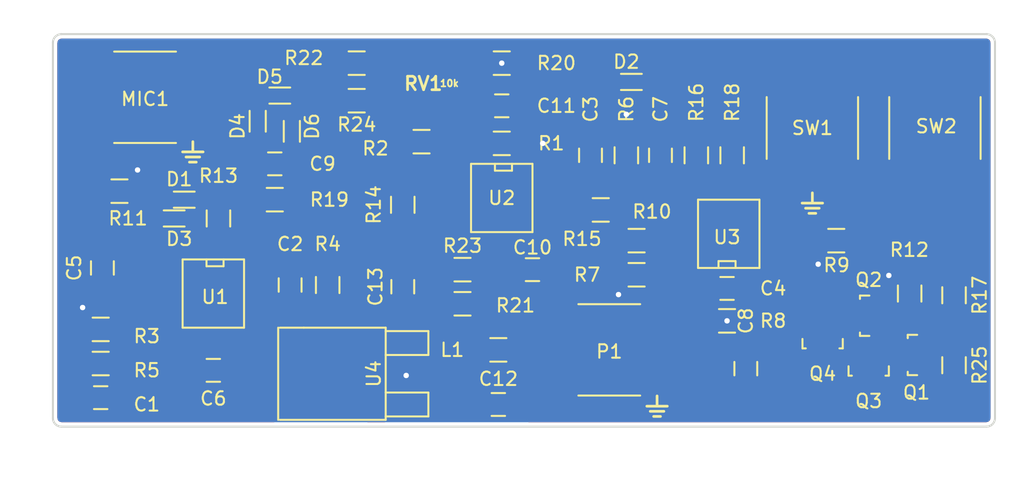
<source format=kicad_pcb>
(kicad_pcb (version 4) (host pcbnew 4.0.4-stable)

  (general
    (links 105)
    (no_connects 0)
    (area 111.76 74.041 187.960001 109.601001)
    (thickness 1.6)
    (drawings 20)
    (tracks 223)
    (zones 0)
    (modules 58)
    (nets 33)
  )

  (page A4)
  (layers
    (0 F.Cu signal)
    (31 B.Cu signal)
    (32 B.Adhes user)
    (33 F.Adhes user)
    (34 B.Paste user)
    (35 F.Paste user)
    (36 B.SilkS user)
    (37 F.SilkS user)
    (38 B.Mask user)
    (39 F.Mask user)
    (40 Dwgs.User user)
    (41 Cmts.User user)
    (42 Eco1.User user)
    (43 Eco2.User user)
    (44 Edge.Cuts user)
    (45 Margin user)
    (46 B.CrtYd user)
    (47 F.CrtYd user)
    (48 B.Fab user)
    (49 F.Fab user)
  )

  (setup
    (last_trace_width 0.25)
    (user_trace_width 0.5)
    (trace_clearance 0.2)
    (zone_clearance 0.254)
    (zone_45_only no)
    (trace_min 0.2)
    (segment_width 0.2)
    (edge_width 0.15)
    (via_size 0.6)
    (via_drill 0.4)
    (via_min_size 0.4)
    (via_min_drill 0.3)
    (uvia_size 0.3)
    (uvia_drill 0.1)
    (uvias_allowed no)
    (uvia_min_size 0.2)
    (uvia_min_drill 0.1)
    (pcb_text_width 0.3)
    (pcb_text_size 1.5 1.5)
    (mod_edge_width 0.15)
    (mod_text_size 1 1)
    (mod_text_width 0.15)
    (pad_size 1.524 1.524)
    (pad_drill 0.762)
    (pad_to_mask_clearance 0.2)
    (aux_axis_origin 0 0)
    (visible_elements FFFEFF7F)
    (pcbplotparams
      (layerselection 0x010f0_80000001)
      (usegerberextensions false)
      (excludeedgelayer true)
      (linewidth 0.100000)
      (plotframeref false)
      (viasonmask false)
      (mode 1)
      (useauxorigin false)
      (hpglpennumber 1)
      (hpglpenspeed 20)
      (hpglpendiameter 15)
      (hpglpenoverlay 2)
      (psnegative false)
      (psa4output false)
      (plotreference true)
      (plotvalue true)
      (plotinvisibletext false)
      (padsonsilk false)
      (subtractmaskfromsilk false)
      (outputformat 1)
      (mirror false)
      (drillshape 0)
      (scaleselection 1)
      (outputdirectory Gerbers/))
  )

  (net 0 "")
  (net 1 "Net-(C1-Pad1)")
  (net 2 GND)
  (net 3 "Net-(C2-Pad2)")
  (net 4 "Net-(C3-Pad2)")
  (net 5 "Net-(C4-Pad2)")
  (net 6 "Net-(C5-Pad1)")
  (net 7 "Net-(C5-Pad2)")
  (net 8 "Net-(C6-Pad1)")
  (net 9 "Net-(C7-Pad1)")
  (net 10 "Net-(C8-Pad1)")
  (net 11 "Net-(C9-Pad1)")
  (net 12 "Net-(C10-Pad1)")
  (net 13 "Net-(C11-Pad1)")
  (net 14 "Net-(C12-Pad1)")
  (net 15 +5V)
  (net 16 "Net-(D1-Pad2)")
  (net 17 "Net-(D2-Pad2)")
  (net 18 "Net-(D4-Pad1)")
  (net 19 "Net-(D5-Pad1)")
  (net 20 "Net-(L1-Pad1)")
  (net 21 "Net-(Q1-Pad3)")
  (net 22 "Net-(Q3-Pad2)")
  (net 23 "Net-(R14-Pad1)")
  (net 24 "Net-(R10-Pad2)")
  (net 25 "Net-(R14-Pad2)")
  (net 26 "Net-(R15-Pad2)")
  (net 27 "Net-(R16-Pad1)")
  (net 28 "Net-(R20-Pad1)")
  (net 29 "Net-(R22-Pad1)")
  (net 30 "Net-(R22-Pad2)")
  (net 31 "Net-(Q2-Pad3)")
  (net 32 "Net-(R17-Pad1)")

  (net_class Default "This is the default net class."
    (clearance 0.2)
    (trace_width 0.25)
    (via_dia 0.6)
    (via_drill 0.4)
    (uvia_dia 0.3)
    (uvia_drill 0.1)
    (add_net +5V)
    (add_net GND)
    (add_net "Net-(C1-Pad1)")
    (add_net "Net-(C10-Pad1)")
    (add_net "Net-(C11-Pad1)")
    (add_net "Net-(C12-Pad1)")
    (add_net "Net-(C2-Pad2)")
    (add_net "Net-(C3-Pad2)")
    (add_net "Net-(C4-Pad2)")
    (add_net "Net-(C5-Pad1)")
    (add_net "Net-(C5-Pad2)")
    (add_net "Net-(C6-Pad1)")
    (add_net "Net-(C7-Pad1)")
    (add_net "Net-(C8-Pad1)")
    (add_net "Net-(C9-Pad1)")
    (add_net "Net-(D1-Pad2)")
    (add_net "Net-(D2-Pad2)")
    (add_net "Net-(D4-Pad1)")
    (add_net "Net-(D5-Pad1)")
    (add_net "Net-(L1-Pad1)")
    (add_net "Net-(Q1-Pad3)")
    (add_net "Net-(Q2-Pad3)")
    (add_net "Net-(Q3-Pad2)")
    (add_net "Net-(R10-Pad2)")
    (add_net "Net-(R14-Pad1)")
    (add_net "Net-(R14-Pad2)")
    (add_net "Net-(R15-Pad2)")
    (add_net "Net-(R16-Pad1)")
    (add_net "Net-(R17-Pad1)")
    (add_net "Net-(R20-Pad1)")
    (add_net "Net-(R22-Pad1)")
    (add_net "Net-(R22-Pad2)")
  )

  (module Capacitors_SMD:C_0805_HandSoldering (layer F.Cu) (tedit 58023F28) (tstamp 58023E44)
    (at 119.253 103.632 180)
    (descr "Capacitor SMD 0805, hand soldering")
    (tags "capacitor 0805")
    (path /5801C8F1)
    (attr smd)
    (fp_text reference C1 (at -3.429 -0.508 180) (layer F.SilkS)
      (effects (font (size 1 1) (thickness 0.15)))
    )
    (fp_text value 0.1uF (at 0 2.1 180) (layer F.Fab)
      (effects (font (size 1 1) (thickness 0.15)))
    )
    (fp_line (start -2.3 -1) (end 2.3 -1) (layer F.CrtYd) (width 0.05))
    (fp_line (start -2.3 1) (end 2.3 1) (layer F.CrtYd) (width 0.05))
    (fp_line (start -2.3 -1) (end -2.3 1) (layer F.CrtYd) (width 0.05))
    (fp_line (start 2.3 -1) (end 2.3 1) (layer F.CrtYd) (width 0.05))
    (fp_line (start 0.5 -0.85) (end -0.5 -0.85) (layer F.SilkS) (width 0.15))
    (fp_line (start -0.5 0.85) (end 0.5 0.85) (layer F.SilkS) (width 0.15))
    (pad 1 smd rect (at -1.25 0 180) (size 1.5 1.25) (layers F.Cu F.Paste F.Mask)
      (net 1 "Net-(C1-Pad1)"))
    (pad 2 smd rect (at 1.25 0 180) (size 1.5 1.25) (layers F.Cu F.Paste F.Mask)
      (net 2 GND))
    (model Capacitors_SMD.3dshapes/C_0805_HandSoldering.wrl
      (at (xyz 0 0 0))
      (scale (xyz 1 1 1))
      (rotate (xyz 0 0 0))
    )
  )

  (module Capacitors_SMD:C_0805_HandSoldering (layer F.Cu) (tedit 5802CF05) (tstamp 58023E50)
    (at 133.35 95.25 90)
    (descr "Capacitor SMD 0805, hand soldering")
    (tags "capacitor 0805")
    (path /5801C7C5)
    (attr smd)
    (fp_text reference C2 (at 3.048 0 180) (layer F.SilkS)
      (effects (font (size 1 1) (thickness 0.15)))
    )
    (fp_text value 0.1uF (at 0 2.1 90) (layer F.Fab)
      (effects (font (size 1 1) (thickness 0.15)))
    )
    (fp_line (start -2.3 -1) (end 2.3 -1) (layer F.CrtYd) (width 0.05))
    (fp_line (start -2.3 1) (end 2.3 1) (layer F.CrtYd) (width 0.05))
    (fp_line (start -2.3 -1) (end -2.3 1) (layer F.CrtYd) (width 0.05))
    (fp_line (start 2.3 -1) (end 2.3 1) (layer F.CrtYd) (width 0.05))
    (fp_line (start 0.5 -0.85) (end -0.5 -0.85) (layer F.SilkS) (width 0.15))
    (fp_line (start -0.5 0.85) (end 0.5 0.85) (layer F.SilkS) (width 0.15))
    (pad 1 smd rect (at -1.25 0 90) (size 1.5 1.25) (layers F.Cu F.Paste F.Mask)
      (net 2 GND))
    (pad 2 smd rect (at 1.25 0 90) (size 1.5 1.25) (layers F.Cu F.Paste F.Mask)
      (net 3 "Net-(C2-Pad2)"))
    (model Capacitors_SMD.3dshapes/C_0805_HandSoldering.wrl
      (at (xyz 0 0 0))
      (scale (xyz 1 1 1))
      (rotate (xyz 0 0 0))
    )
  )

  (module Capacitors_SMD:C_0805_HandSoldering (layer F.Cu) (tedit 580282E6) (tstamp 58023E5C)
    (at 155.702 85.598 270)
    (descr "Capacitor SMD 0805, hand soldering")
    (tags "capacitor 0805")
    (path /5801D232)
    (attr smd)
    (fp_text reference C3 (at -3.429 0 270) (layer F.SilkS)
      (effects (font (size 1 1) (thickness 0.15)))
    )
    (fp_text value 0.1uF (at 0 2.1 270) (layer F.Fab)
      (effects (font (size 1 1) (thickness 0.15)))
    )
    (fp_line (start -2.3 -1) (end 2.3 -1) (layer F.CrtYd) (width 0.05))
    (fp_line (start -2.3 1) (end 2.3 1) (layer F.CrtYd) (width 0.05))
    (fp_line (start -2.3 -1) (end -2.3 1) (layer F.CrtYd) (width 0.05))
    (fp_line (start 2.3 -1) (end 2.3 1) (layer F.CrtYd) (width 0.05))
    (fp_line (start 0.5 -0.85) (end -0.5 -0.85) (layer F.SilkS) (width 0.15))
    (fp_line (start -0.5 0.85) (end 0.5 0.85) (layer F.SilkS) (width 0.15))
    (pad 1 smd rect (at -1.25 0 270) (size 1.5 1.25) (layers F.Cu F.Paste F.Mask)
      (net 2 GND))
    (pad 2 smd rect (at 1.25 0 270) (size 1.5 1.25) (layers F.Cu F.Paste F.Mask)
      (net 4 "Net-(C3-Pad2)"))
    (model Capacitors_SMD.3dshapes/C_0805_HandSoldering.wrl
      (at (xyz 0 0 0))
      (scale (xyz 1 1 1))
      (rotate (xyz 0 0 0))
    )
  )

  (module Capacitors_SMD:C_0805_HandSoldering (layer F.Cu) (tedit 58024B64) (tstamp 58023E68)
    (at 165.862 95.504 180)
    (descr "Capacitor SMD 0805, hand soldering")
    (tags "capacitor 0805")
    (path /5801D702)
    (attr smd)
    (fp_text reference C4 (at -3.429 0 180) (layer F.SilkS)
      (effects (font (size 1 1) (thickness 0.15)))
    )
    (fp_text value 0.1uF (at 0 2.1 180) (layer F.Fab)
      (effects (font (size 1 1) (thickness 0.15)))
    )
    (fp_line (start -2.3 -1) (end 2.3 -1) (layer F.CrtYd) (width 0.05))
    (fp_line (start -2.3 1) (end 2.3 1) (layer F.CrtYd) (width 0.05))
    (fp_line (start -2.3 -1) (end -2.3 1) (layer F.CrtYd) (width 0.05))
    (fp_line (start 2.3 -1) (end 2.3 1) (layer F.CrtYd) (width 0.05))
    (fp_line (start 0.5 -0.85) (end -0.5 -0.85) (layer F.SilkS) (width 0.15))
    (fp_line (start -0.5 0.85) (end 0.5 0.85) (layer F.SilkS) (width 0.15))
    (pad 1 smd rect (at -1.25 0 180) (size 1.5 1.25) (layers F.Cu F.Paste F.Mask)
      (net 2 GND))
    (pad 2 smd rect (at 1.25 0 180) (size 1.5 1.25) (layers F.Cu F.Paste F.Mask)
      (net 5 "Net-(C4-Pad2)"))
    (model Capacitors_SMD.3dshapes/C_0805_HandSoldering.wrl
      (at (xyz 0 0 0))
      (scale (xyz 1 1 1))
      (rotate (xyz 0 0 0))
    )
  )

  (module Capacitors_SMD:C_0805_HandSoldering (layer F.Cu) (tedit 541A9B8D) (tstamp 58023E74)
    (at 119.38 93.98 90)
    (descr "Capacitor SMD 0805, hand soldering")
    (tags "capacitor 0805")
    (path /57FECCF6)
    (attr smd)
    (fp_text reference C5 (at 0 -2.1 90) (layer F.SilkS)
      (effects (font (size 1 1) (thickness 0.15)))
    )
    (fp_text value 0.1uF (at 0 2.1 90) (layer F.Fab)
      (effects (font (size 1 1) (thickness 0.15)))
    )
    (fp_line (start -2.3 -1) (end 2.3 -1) (layer F.CrtYd) (width 0.05))
    (fp_line (start -2.3 1) (end 2.3 1) (layer F.CrtYd) (width 0.05))
    (fp_line (start -2.3 -1) (end -2.3 1) (layer F.CrtYd) (width 0.05))
    (fp_line (start 2.3 -1) (end 2.3 1) (layer F.CrtYd) (width 0.05))
    (fp_line (start 0.5 -0.85) (end -0.5 -0.85) (layer F.SilkS) (width 0.15))
    (fp_line (start -0.5 0.85) (end 0.5 0.85) (layer F.SilkS) (width 0.15))
    (pad 1 smd rect (at -1.25 0 90) (size 1.5 1.25) (layers F.Cu F.Paste F.Mask)
      (net 6 "Net-(C5-Pad1)"))
    (pad 2 smd rect (at 1.25 0 90) (size 1.5 1.25) (layers F.Cu F.Paste F.Mask)
      (net 7 "Net-(C5-Pad2)"))
    (model Capacitors_SMD.3dshapes/C_0805_HandSoldering.wrl
      (at (xyz 0 0 0))
      (scale (xyz 1 1 1))
      (rotate (xyz 0 0 0))
    )
  )

  (module Capacitors_SMD:C_0805_HandSoldering (layer F.Cu) (tedit 541A9B8D) (tstamp 58023E80)
    (at 127.635 101.6 180)
    (descr "Capacitor SMD 0805, hand soldering")
    (tags "capacitor 0805")
    (path /5801D081)
    (attr smd)
    (fp_text reference C6 (at 0 -2.1 180) (layer F.SilkS)
      (effects (font (size 1 1) (thickness 0.15)))
    )
    (fp_text value 0.1uF (at 0 2.1 180) (layer F.Fab)
      (effects (font (size 1 1) (thickness 0.15)))
    )
    (fp_line (start -2.3 -1) (end 2.3 -1) (layer F.CrtYd) (width 0.05))
    (fp_line (start -2.3 1) (end 2.3 1) (layer F.CrtYd) (width 0.05))
    (fp_line (start -2.3 -1) (end -2.3 1) (layer F.CrtYd) (width 0.05))
    (fp_line (start 2.3 -1) (end 2.3 1) (layer F.CrtYd) (width 0.05))
    (fp_line (start 0.5 -0.85) (end -0.5 -0.85) (layer F.SilkS) (width 0.15))
    (fp_line (start -0.5 0.85) (end 0.5 0.85) (layer F.SilkS) (width 0.15))
    (pad 1 smd rect (at -1.25 0 180) (size 1.5 1.25) (layers F.Cu F.Paste F.Mask)
      (net 8 "Net-(C6-Pad1)"))
    (pad 2 smd rect (at 1.25 0 180) (size 1.5 1.25) (layers F.Cu F.Paste F.Mask)
      (net 2 GND))
    (model Capacitors_SMD.3dshapes/C_0805_HandSoldering.wrl
      (at (xyz 0 0 0))
      (scale (xyz 1 1 1))
      (rotate (xyz 0 0 0))
    )
  )

  (module Capacitors_SMD:C_0805_HandSoldering (layer F.Cu) (tedit 580282EC) (tstamp 58023E8C)
    (at 160.909 85.598 270)
    (descr "Capacitor SMD 0805, hand soldering")
    (tags "capacitor 0805")
    (path /57FF00AD)
    (attr smd)
    (fp_text reference C7 (at -3.429 0 270) (layer F.SilkS)
      (effects (font (size 1 1) (thickness 0.15)))
    )
    (fp_text value 10uF (at 0 2.1 270) (layer F.Fab)
      (effects (font (size 1 1) (thickness 0.15)))
    )
    (fp_line (start -2.3 -1) (end 2.3 -1) (layer F.CrtYd) (width 0.05))
    (fp_line (start -2.3 1) (end 2.3 1) (layer F.CrtYd) (width 0.05))
    (fp_line (start -2.3 -1) (end -2.3 1) (layer F.CrtYd) (width 0.05))
    (fp_line (start 2.3 -1) (end 2.3 1) (layer F.CrtYd) (width 0.05))
    (fp_line (start 0.5 -0.85) (end -0.5 -0.85) (layer F.SilkS) (width 0.15))
    (fp_line (start -0.5 0.85) (end 0.5 0.85) (layer F.SilkS) (width 0.15))
    (pad 1 smd rect (at -1.25 0 270) (size 1.5 1.25) (layers F.Cu F.Paste F.Mask)
      (net 9 "Net-(C7-Pad1)"))
    (pad 2 smd rect (at 1.25 0 270) (size 1.5 1.25) (layers F.Cu F.Paste F.Mask)
      (net 2 GND))
    (model Capacitors_SMD.3dshapes/C_0805_HandSoldering.wrl
      (at (xyz 0 0 0))
      (scale (xyz 1 1 1))
      (rotate (xyz 0 0 0))
    )
  )

  (module Capacitors_SMD:C_0805_HandSoldering (layer F.Cu) (tedit 58024DE8) (tstamp 58023E98)
    (at 167.259 101.473 90)
    (descr "Capacitor SMD 0805, hand soldering")
    (tags "capacitor 0805")
    (path /5802B134)
    (attr smd)
    (fp_text reference C8 (at 3.556 0 90) (layer F.SilkS)
      (effects (font (size 1 1) (thickness 0.15)))
    )
    (fp_text value 10uF (at 0 2.1 90) (layer F.Fab)
      (effects (font (size 1 1) (thickness 0.15)))
    )
    (fp_line (start -2.3 -1) (end 2.3 -1) (layer F.CrtYd) (width 0.05))
    (fp_line (start -2.3 1) (end 2.3 1) (layer F.CrtYd) (width 0.05))
    (fp_line (start -2.3 -1) (end -2.3 1) (layer F.CrtYd) (width 0.05))
    (fp_line (start 2.3 -1) (end 2.3 1) (layer F.CrtYd) (width 0.05))
    (fp_line (start 0.5 -0.85) (end -0.5 -0.85) (layer F.SilkS) (width 0.15))
    (fp_line (start -0.5 0.85) (end 0.5 0.85) (layer F.SilkS) (width 0.15))
    (pad 1 smd rect (at -1.25 0 90) (size 1.5 1.25) (layers F.Cu F.Paste F.Mask)
      (net 10 "Net-(C8-Pad1)"))
    (pad 2 smd rect (at 1.25 0 90) (size 1.5 1.25) (layers F.Cu F.Paste F.Mask)
      (net 2 GND))
    (model Capacitors_SMD.3dshapes/C_0805_HandSoldering.wrl
      (at (xyz 0 0 0))
      (scale (xyz 1 1 1))
      (rotate (xyz 0 0 0))
    )
  )

  (module Capacitors_SMD:C_0805_HandSoldering (layer F.Cu) (tedit 58023DFA) (tstamp 58023EA4)
    (at 132.207 86.233)
    (descr "Capacitor SMD 0805, hand soldering")
    (tags "capacitor 0805")
    (path /57FED09A)
    (attr smd)
    (fp_text reference C9 (at 3.556 0) (layer F.SilkS)
      (effects (font (size 1 1) (thickness 0.15)))
    )
    (fp_text value 100pF (at 0 2.1) (layer F.Fab)
      (effects (font (size 1 1) (thickness 0.15)))
    )
    (fp_line (start -2.3 -1) (end 2.3 -1) (layer F.CrtYd) (width 0.05))
    (fp_line (start -2.3 1) (end 2.3 1) (layer F.CrtYd) (width 0.05))
    (fp_line (start -2.3 -1) (end -2.3 1) (layer F.CrtYd) (width 0.05))
    (fp_line (start 2.3 -1) (end 2.3 1) (layer F.CrtYd) (width 0.05))
    (fp_line (start 0.5 -0.85) (end -0.5 -0.85) (layer F.SilkS) (width 0.15))
    (fp_line (start -0.5 0.85) (end 0.5 0.85) (layer F.SilkS) (width 0.15))
    (pad 1 smd rect (at -1.25 0) (size 1.5 1.25) (layers F.Cu F.Paste F.Mask)
      (net 11 "Net-(C9-Pad1)"))
    (pad 2 smd rect (at 1.25 0) (size 1.5 1.25) (layers F.Cu F.Paste F.Mask)
      (net 6 "Net-(C5-Pad1)"))
    (model Capacitors_SMD.3dshapes/C_0805_HandSoldering.wrl
      (at (xyz 0 0 0))
      (scale (xyz 1 1 1))
      (rotate (xyz 0 0 0))
    )
  )

  (module Capacitors_SMD:C_0805_HandSoldering (layer F.Cu) (tedit 5802CF32) (tstamp 58023EB0)
    (at 151.384 94.107)
    (descr "Capacitor SMD 0805, hand soldering")
    (tags "capacitor 0805")
    (path /5801D8B7)
    (attr smd)
    (fp_text reference C10 (at 0 -1.651) (layer F.SilkS)
      (effects (font (size 1 1) (thickness 0.15)))
    )
    (fp_text value 0.1uF (at 0 2.1) (layer F.Fab)
      (effects (font (size 1 1) (thickness 0.15)))
    )
    (fp_line (start -2.3 -1) (end 2.3 -1) (layer F.CrtYd) (width 0.05))
    (fp_line (start -2.3 1) (end 2.3 1) (layer F.CrtYd) (width 0.05))
    (fp_line (start -2.3 -1) (end -2.3 1) (layer F.CrtYd) (width 0.05))
    (fp_line (start 2.3 -1) (end 2.3 1) (layer F.CrtYd) (width 0.05))
    (fp_line (start 0.5 -0.85) (end -0.5 -0.85) (layer F.SilkS) (width 0.15))
    (fp_line (start -0.5 0.85) (end 0.5 0.85) (layer F.SilkS) (width 0.15))
    (pad 1 smd rect (at -1.25 0) (size 1.5 1.25) (layers F.Cu F.Paste F.Mask)
      (net 12 "Net-(C10-Pad1)"))
    (pad 2 smd rect (at 1.25 0) (size 1.5 1.25) (layers F.Cu F.Paste F.Mask)
      (net 2 GND))
    (model Capacitors_SMD.3dshapes/C_0805_HandSoldering.wrl
      (at (xyz 0 0 0))
      (scale (xyz 1 1 1))
      (rotate (xyz 0 0 0))
    )
  )

  (module Capacitors_SMD:C_0805_HandSoldering (layer F.Cu) (tedit 5802474A) (tstamp 58023EBC)
    (at 149.098 81.915)
    (descr "Capacitor SMD 0805, hand soldering")
    (tags "capacitor 0805")
    (path /5801D4A4)
    (attr smd)
    (fp_text reference C11 (at 4.064 0) (layer F.SilkS)
      (effects (font (size 1 1) (thickness 0.15)))
    )
    (fp_text value 0.1uF (at 0 2.1) (layer F.Fab)
      (effects (font (size 1 1) (thickness 0.15)))
    )
    (fp_line (start -2.3 -1) (end 2.3 -1) (layer F.CrtYd) (width 0.05))
    (fp_line (start -2.3 1) (end 2.3 1) (layer F.CrtYd) (width 0.05))
    (fp_line (start -2.3 -1) (end -2.3 1) (layer F.CrtYd) (width 0.05))
    (fp_line (start 2.3 -1) (end 2.3 1) (layer F.CrtYd) (width 0.05))
    (fp_line (start 0.5 -0.85) (end -0.5 -0.85) (layer F.SilkS) (width 0.15))
    (fp_line (start -0.5 0.85) (end 0.5 0.85) (layer F.SilkS) (width 0.15))
    (pad 1 smd rect (at -1.25 0) (size 1.5 1.25) (layers F.Cu F.Paste F.Mask)
      (net 13 "Net-(C11-Pad1)"))
    (pad 2 smd rect (at 1.25 0) (size 1.5 1.25) (layers F.Cu F.Paste F.Mask)
      (net 2 GND))
    (model Capacitors_SMD.3dshapes/C_0805_HandSoldering.wrl
      (at (xyz 0 0 0))
      (scale (xyz 1 1 1))
      (rotate (xyz 0 0 0))
    )
  )

  (module Capacitors_SMD:C_0805_HandSoldering (layer F.Cu) (tedit 5802CF50) (tstamp 58023EC8)
    (at 148.844 104.14)
    (descr "Capacitor SMD 0805, hand soldering")
    (tags "capacitor 0805")
    (path /58000190)
    (attr smd)
    (fp_text reference C12 (at 0 -1.905) (layer F.SilkS)
      (effects (font (size 1 1) (thickness 0.15)))
    )
    (fp_text value 0.33uF (at 0 2.1) (layer F.Fab)
      (effects (font (size 1 1) (thickness 0.15)))
    )
    (fp_line (start -2.3 -1) (end 2.3 -1) (layer F.CrtYd) (width 0.05))
    (fp_line (start -2.3 1) (end 2.3 1) (layer F.CrtYd) (width 0.05))
    (fp_line (start -2.3 -1) (end -2.3 1) (layer F.CrtYd) (width 0.05))
    (fp_line (start 2.3 -1) (end 2.3 1) (layer F.CrtYd) (width 0.05))
    (fp_line (start 0.5 -0.85) (end -0.5 -0.85) (layer F.SilkS) (width 0.15))
    (fp_line (start -0.5 0.85) (end 0.5 0.85) (layer F.SilkS) (width 0.15))
    (pad 1 smd rect (at -1.25 0) (size 1.5 1.25) (layers F.Cu F.Paste F.Mask)
      (net 14 "Net-(C12-Pad1)"))
    (pad 2 smd rect (at 1.25 0) (size 1.5 1.25) (layers F.Cu F.Paste F.Mask)
      (net 2 GND))
    (model Capacitors_SMD.3dshapes/C_0805_HandSoldering.wrl
      (at (xyz 0 0 0))
      (scale (xyz 1 1 1))
      (rotate (xyz 0 0 0))
    )
  )

  (module Capacitors_SMD:C_0805_HandSoldering (layer F.Cu) (tedit 5802CFC5) (tstamp 58023ED4)
    (at 141.732 95.377 90)
    (descr "Capacitor SMD 0805, hand soldering")
    (tags "capacitor 0805")
    (path /5801DDC3)
    (attr smd)
    (fp_text reference C13 (at 0 -2.032 270) (layer F.SilkS)
      (effects (font (size 1 1) (thickness 0.15)))
    )
    (fp_text value 0.1uF (at 0 2.1 90) (layer F.Fab)
      (effects (font (size 1 1) (thickness 0.15)))
    )
    (fp_line (start -2.3 -1) (end 2.3 -1) (layer F.CrtYd) (width 0.05))
    (fp_line (start -2.3 1) (end 2.3 1) (layer F.CrtYd) (width 0.05))
    (fp_line (start -2.3 -1) (end -2.3 1) (layer F.CrtYd) (width 0.05))
    (fp_line (start 2.3 -1) (end 2.3 1) (layer F.CrtYd) (width 0.05))
    (fp_line (start 0.5 -0.85) (end -0.5 -0.85) (layer F.SilkS) (width 0.15))
    (fp_line (start -0.5 0.85) (end 0.5 0.85) (layer F.SilkS) (width 0.15))
    (pad 1 smd rect (at -1.25 0 90) (size 1.5 1.25) (layers F.Cu F.Paste F.Mask)
      (net 15 +5V))
    (pad 2 smd rect (at 1.25 0 90) (size 1.5 1.25) (layers F.Cu F.Paste F.Mask)
      (net 2 GND))
    (model Capacitors_SMD.3dshapes/C_0805_HandSoldering.wrl
      (at (xyz 0 0 0))
      (scale (xyz 1 1 1))
      (rotate (xyz 0 0 0))
    )
  )

  (module Diodes_SMD:SOD-523 (layer F.Cu) (tedit 5802400A) (tstamp 58023EDC)
    (at 125.095 88.9)
    (descr "http://www.diodes.com/datasheets/ap02001.pdf p.144")
    (tags "Diode SOD523")
    (path /5801AAD3)
    (attr smd)
    (fp_text reference D1 (at 0 -1.524) (layer F.SilkS)
      (effects (font (size 1 1) (thickness 0.15)))
    )
    (fp_text value 1N4148 (at 0 1.7) (layer F.Fab)
      (effects (font (size 1 1) (thickness 0.15)))
    )
    (fp_line (start -0.4 0.6) (end 1.15 0.6) (layer F.SilkS) (width 0.15))
    (fp_line (start -0.4 -0.6) (end 1.15 -0.6) (layer F.SilkS) (width 0.15))
    (pad 2 smd rect (at -0.7 0) (size 0.6 0.7) (layers F.Cu F.Paste F.Mask)
      (net 16 "Net-(D1-Pad2)"))
    (pad 1 smd rect (at 0.7 0) (size 0.6 0.7) (layers F.Cu F.Paste F.Mask)
      (net 11 "Net-(C9-Pad1)"))
  )

  (module Diodes_SMD:SOD-523 (layer F.Cu) (tedit 0) (tstamp 58023EE4)
    (at 158.369 80.137)
    (descr "http://www.diodes.com/datasheets/ap02001.pdf p.144")
    (tags "Diode SOD523")
    (path /5801ACE1)
    (attr smd)
    (fp_text reference D2 (at 0 -1.5) (layer F.SilkS)
      (effects (font (size 1 1) (thickness 0.15)))
    )
    (fp_text value 1N4148 (at 0 1.7) (layer F.Fab)
      (effects (font (size 1 1) (thickness 0.15)))
    )
    (fp_line (start -0.4 0.6) (end 1.15 0.6) (layer F.SilkS) (width 0.15))
    (fp_line (start -0.4 -0.6) (end 1.15 -0.6) (layer F.SilkS) (width 0.15))
    (pad 2 smd rect (at -0.7 0) (size 0.6 0.7) (layers F.Cu F.Paste F.Mask)
      (net 17 "Net-(D2-Pad2)"))
    (pad 1 smd rect (at 0.7 0) (size 0.6 0.7) (layers F.Cu F.Paste F.Mask)
      (net 9 "Net-(C7-Pad1)"))
  )

  (module Diodes_SMD:SOD-523 (layer F.Cu) (tedit 58024053) (tstamp 58023EEC)
    (at 125.095 90.297 180)
    (descr "http://www.diodes.com/datasheets/ap02001.pdf p.144")
    (tags "Diode SOD523")
    (path /57FECF9C)
    (attr smd)
    (fp_text reference D3 (at 0 -1.524 180) (layer F.SilkS)
      (effects (font (size 1 1) (thickness 0.15)))
    )
    (fp_text value 1N4148 (at 0 1.7 180) (layer F.Fab)
      (effects (font (size 1 1) (thickness 0.15)))
    )
    (fp_line (start -0.4 0.6) (end 1.15 0.6) (layer F.SilkS) (width 0.15))
    (fp_line (start -0.4 -0.6) (end 1.15 -0.6) (layer F.SilkS) (width 0.15))
    (pad 2 smd rect (at -0.7 0 180) (size 0.6 0.7) (layers F.Cu F.Paste F.Mask)
      (net 6 "Net-(C5-Pad1)"))
    (pad 1 smd rect (at 0.7 0 180) (size 0.6 0.7) (layers F.Cu F.Paste F.Mask)
      (net 16 "Net-(D1-Pad2)"))
  )

  (module Diodes_SMD:SOD-523 (layer F.Cu) (tedit 0) (tstamp 58023EF4)
    (at 130.937 83.439 90)
    (descr "http://www.diodes.com/datasheets/ap02001.pdf p.144")
    (tags "Diode SOD523")
    (path /5801AF73)
    (attr smd)
    (fp_text reference D4 (at 0 -1.5 90) (layer F.SilkS)
      (effects (font (size 1 1) (thickness 0.15)))
    )
    (fp_text value 1N4148 (at 0 1.7 90) (layer F.Fab)
      (effects (font (size 1 1) (thickness 0.15)))
    )
    (fp_line (start -0.4 0.6) (end 1.15 0.6) (layer F.SilkS) (width 0.15))
    (fp_line (start -0.4 -0.6) (end 1.15 -0.6) (layer F.SilkS) (width 0.15))
    (pad 2 smd rect (at -0.7 0 90) (size 0.6 0.7) (layers F.Cu F.Paste F.Mask)
      (net 11 "Net-(C9-Pad1)"))
    (pad 1 smd rect (at 0.7 0 90) (size 0.6 0.7) (layers F.Cu F.Paste F.Mask)
      (net 18 "Net-(D4-Pad1)"))
  )

  (module Diodes_SMD:SOD-523 (layer F.Cu) (tedit 5802478D) (tstamp 58023EFC)
    (at 132.207 81.153)
    (descr "http://www.diodes.com/datasheets/ap02001.pdf p.144")
    (tags "Diode SOD523")
    (path /5801B071)
    (attr smd)
    (fp_text reference D5 (at -0.381 -1.397) (layer F.SilkS)
      (effects (font (size 1 1) (thickness 0.15)))
    )
    (fp_text value 1N4148 (at 0 1.7) (layer F.Fab)
      (effects (font (size 1 1) (thickness 0.15)))
    )
    (fp_line (start -0.4 0.6) (end 1.15 0.6) (layer F.SilkS) (width 0.15))
    (fp_line (start -0.4 -0.6) (end 1.15 -0.6) (layer F.SilkS) (width 0.15))
    (pad 2 smd rect (at -0.7 0) (size 0.6 0.7) (layers F.Cu F.Paste F.Mask)
      (net 18 "Net-(D4-Pad1)"))
    (pad 1 smd rect (at 0.7 0) (size 0.6 0.7) (layers F.Cu F.Paste F.Mask)
      (net 19 "Net-(D5-Pad1)"))
  )

  (module Diodes_SMD:SOD-523 (layer F.Cu) (tedit 0) (tstamp 58023F04)
    (at 133.477 83.439 270)
    (descr "http://www.diodes.com/datasheets/ap02001.pdf p.144")
    (tags "Diode SOD523")
    (path /5801B154)
    (attr smd)
    (fp_text reference D6 (at 0 -1.5 270) (layer F.SilkS)
      (effects (font (size 1 1) (thickness 0.15)))
    )
    (fp_text value 1N4148 (at 0 1.7 270) (layer F.Fab)
      (effects (font (size 1 1) (thickness 0.15)))
    )
    (fp_line (start -0.4 0.6) (end 1.15 0.6) (layer F.SilkS) (width 0.15))
    (fp_line (start -0.4 -0.6) (end 1.15 -0.6) (layer F.SilkS) (width 0.15))
    (pad 2 smd rect (at -0.7 0 270) (size 0.6 0.7) (layers F.Cu F.Paste F.Mask)
      (net 19 "Net-(D5-Pad1)"))
    (pad 1 smd rect (at 0.7 0 270) (size 0.6 0.7) (layers F.Cu F.Paste F.Mask)
      (net 6 "Net-(C5-Pad1)"))
  )

  (module Resistors_SMD:R_0805_HandSoldering (layer F.Cu) (tedit 5802CF71) (tstamp 58023F10)
    (at 148.844 100.076 180)
    (descr "Resistor SMD 0805, hand soldering")
    (tags "resistor 0805")
    (path /5800062F)
    (attr smd)
    (fp_text reference L1 (at 3.429 0 180) (layer F.SilkS)
      (effects (font (size 1 1) (thickness 0.15)))
    )
    (fp_text value 10uH (at 0 2.1 180) (layer F.Fab)
      (effects (font (size 1 1) (thickness 0.15)))
    )
    (fp_line (start -2.4 -1) (end 2.4 -1) (layer F.CrtYd) (width 0.05))
    (fp_line (start -2.4 1) (end 2.4 1) (layer F.CrtYd) (width 0.05))
    (fp_line (start -2.4 -1) (end -2.4 1) (layer F.CrtYd) (width 0.05))
    (fp_line (start 2.4 -1) (end 2.4 1) (layer F.CrtYd) (width 0.05))
    (fp_line (start 0.6 0.875) (end -0.6 0.875) (layer F.SilkS) (width 0.15))
    (fp_line (start -0.6 -0.875) (end 0.6 -0.875) (layer F.SilkS) (width 0.15))
    (pad 1 smd rect (at -1.35 0 180) (size 1.5 1.3) (layers F.Cu F.Paste F.Mask)
      (net 20 "Net-(L1-Pad1)"))
    (pad 2 smd rect (at 1.35 0 180) (size 1.5 1.3) (layers F.Cu F.Paste F.Mask)
      (net 14 "Net-(C12-Pad1)"))
    (model Resistors_SMD.3dshapes/R_0805_HandSoldering.wrl
      (at (xyz 0 0 0))
      (scale (xyz 1 1 1))
      (rotate (xyz 0 0 0))
    )
  )

  (module Capacitors_SMD:C_2225_HandSoldering (layer F.Cu) (tedit 58023BF9) (tstamp 58023F1C)
    (at 122.555 81.28)
    (descr "Capacitor SMD 2225, hand soldering")
    (tags "capacitor 2225")
    (path /57FECBF2)
    (attr smd)
    (fp_text reference MIC1 (at 0 0.127) (layer F.SilkS)
      (effects (font (size 1 1) (thickness 0.15)))
    )
    (fp_text value POM-3535 (at 0 4.7) (layer F.Fab)
      (effects (font (size 1 1) (thickness 0.15)))
    )
    (fp_line (start -5 -3.55) (end 5 -3.55) (layer F.CrtYd) (width 0.05))
    (fp_line (start -5 3.55) (end 5 3.55) (layer F.CrtYd) (width 0.05))
    (fp_line (start -5 -3.55) (end -5 3.55) (layer F.CrtYd) (width 0.05))
    (fp_line (start 5 -3.55) (end 5 3.55) (layer F.CrtYd) (width 0.05))
    (fp_line (start 2.3 -3.4) (end -2.3 -3.4) (layer F.SilkS) (width 0.15))
    (fp_line (start -2.3 3.4) (end 2.3 3.4) (layer F.SilkS) (width 0.15))
    (pad 1 smd rect (at -3.5 0) (size 2.4 6.35) (layers F.Cu F.Paste F.Mask)
      (net 7 "Net-(C5-Pad2)"))
    (pad 2 smd rect (at 3.5 0) (size 2.4 6.35) (layers F.Cu F.Paste F.Mask)
      (net 2 GND))
    (model Capacitors_SMD.3dshapes/C_2225_HandSoldering.wrl
      (at (xyz 0 0 0))
      (scale (xyz 1 1 1))
      (rotate (xyz 0 0 0))
    )
  )

  (module Capacitors_SMD:C_2225_HandSoldering (layer F.Cu) (tedit 580243DA) (tstamp 58023F28)
    (at 157.099 100.076 180)
    (descr "Capacitor SMD 2225, hand soldering")
    (tags "capacitor 2225")
    (path /5802CD61)
    (attr smd)
    (fp_text reference P1 (at 0 -0.127 180) (layer F.SilkS)
      (effects (font (size 1 1) (thickness 0.15)))
    )
    (fp_text value +9V (at 0 4.7 180) (layer F.Fab)
      (effects (font (size 1 1) (thickness 0.15)))
    )
    (fp_line (start -5 -3.55) (end 5 -3.55) (layer F.CrtYd) (width 0.05))
    (fp_line (start -5 3.55) (end 5 3.55) (layer F.CrtYd) (width 0.05))
    (fp_line (start -5 -3.55) (end -5 3.55) (layer F.CrtYd) (width 0.05))
    (fp_line (start 5 -3.55) (end 5 3.55) (layer F.CrtYd) (width 0.05))
    (fp_line (start 2.3 -3.4) (end -2.3 -3.4) (layer F.SilkS) (width 0.15))
    (fp_line (start -2.3 3.4) (end 2.3 3.4) (layer F.SilkS) (width 0.15))
    (pad 1 smd rect (at -3.5 0 180) (size 2.4 6.35) (layers F.Cu F.Paste F.Mask)
      (net 2 GND))
    (pad 2 smd rect (at 3.5 0 180) (size 2.4 6.35) (layers F.Cu F.Paste F.Mask)
      (net 20 "Net-(L1-Pad1)"))
    (model Capacitors_SMD.3dshapes/C_2225_HandSoldering.wrl
      (at (xyz 0 0 0))
      (scale (xyz 1 1 1))
      (rotate (xyz 0 0 0))
    )
  )

  (module TO_SOT_Packages_SMD:SOT-23 (layer F.Cu) (tedit 58025085) (tstamp 58023F38)
    (at 179.959 100.457 90)
    (descr "SOT-23, Standard")
    (tags SOT-23)
    (path /57FF34F7)
    (attr smd)
    (fp_text reference Q1 (at -2.794 0 180) (layer F.SilkS)
      (effects (font (size 1 1) (thickness 0.15)))
    )
    (fp_text value BS170 (at 0 2.3 90) (layer F.Fab)
      (effects (font (size 1 1) (thickness 0.15)))
    )
    (fp_line (start -1.65 -1.6) (end 1.65 -1.6) (layer F.CrtYd) (width 0.05))
    (fp_line (start 1.65 -1.6) (end 1.65 1.6) (layer F.CrtYd) (width 0.05))
    (fp_line (start 1.65 1.6) (end -1.65 1.6) (layer F.CrtYd) (width 0.05))
    (fp_line (start -1.65 1.6) (end -1.65 -1.6) (layer F.CrtYd) (width 0.05))
    (fp_line (start 1.29916 -0.65024) (end 1.2509 -0.65024) (layer F.SilkS) (width 0.15))
    (fp_line (start -1.49982 0.0508) (end -1.49982 -0.65024) (layer F.SilkS) (width 0.15))
    (fp_line (start -1.49982 -0.65024) (end -1.2509 -0.65024) (layer F.SilkS) (width 0.15))
    (fp_line (start 1.29916 -0.65024) (end 1.49982 -0.65024) (layer F.SilkS) (width 0.15))
    (fp_line (start 1.49982 -0.65024) (end 1.49982 0.0508) (layer F.SilkS) (width 0.15))
    (pad 1 smd rect (at -0.95 1.00076 90) (size 0.8001 0.8001) (layers F.Cu F.Paste F.Mask)
      (net 10 "Net-(C8-Pad1)"))
    (pad 2 smd rect (at 0.95 1.00076 90) (size 0.8001 0.8001) (layers F.Cu F.Paste F.Mask)
      (net 2 GND))
    (pad 3 smd rect (at 0 -0.99822 90) (size 0.8001 0.8001) (layers F.Cu F.Paste F.Mask)
      (net 21 "Net-(Q1-Pad3)"))
    (model TO_SOT_Packages_SMD.3dshapes/SOT-23.wrl
      (at (xyz 0 0 0))
      (scale (xyz 1 1 1))
      (rotate (xyz 0 0 0))
    )
  )

  (module TO_SOT_Packages_SMD:SOT-23 (layer F.Cu) (tedit 580250CC) (tstamp 58023F48)
    (at 176.403 97.536 90)
    (descr "SOT-23, Standard")
    (tags SOT-23)
    (path /5801847A)
    (attr smd)
    (fp_text reference Q2 (at 2.667 0 180) (layer F.SilkS)
      (effects (font (size 1 1) (thickness 0.15)))
    )
    (fp_text value BS170 (at 0 2.3 90) (layer F.Fab)
      (effects (font (size 1 1) (thickness 0.15)))
    )
    (fp_line (start -1.65 -1.6) (end 1.65 -1.6) (layer F.CrtYd) (width 0.05))
    (fp_line (start 1.65 -1.6) (end 1.65 1.6) (layer F.CrtYd) (width 0.05))
    (fp_line (start 1.65 1.6) (end -1.65 1.6) (layer F.CrtYd) (width 0.05))
    (fp_line (start -1.65 1.6) (end -1.65 -1.6) (layer F.CrtYd) (width 0.05))
    (fp_line (start 1.29916 -0.65024) (end 1.2509 -0.65024) (layer F.SilkS) (width 0.15))
    (fp_line (start -1.49982 0.0508) (end -1.49982 -0.65024) (layer F.SilkS) (width 0.15))
    (fp_line (start -1.49982 -0.65024) (end -1.2509 -0.65024) (layer F.SilkS) (width 0.15))
    (fp_line (start 1.29916 -0.65024) (end 1.49982 -0.65024) (layer F.SilkS) (width 0.15))
    (fp_line (start 1.49982 -0.65024) (end 1.49982 0.0508) (layer F.SilkS) (width 0.15))
    (pad 1 smd rect (at -0.95 1.00076 90) (size 0.8001 0.8001) (layers F.Cu F.Paste F.Mask)
      (net 21 "Net-(Q1-Pad3)"))
    (pad 2 smd rect (at 0.95 1.00076 90) (size 0.8001 0.8001) (layers F.Cu F.Paste F.Mask)
      (net 2 GND))
    (pad 3 smd rect (at 0 -0.99822 90) (size 0.8001 0.8001) (layers F.Cu F.Paste F.Mask)
      (net 31 "Net-(Q2-Pad3)"))
    (model TO_SOT_Packages_SMD.3dshapes/SOT-23.wrl
      (at (xyz 0 0 0))
      (scale (xyz 1 1 1))
      (rotate (xyz 0 0 0))
    )
  )

  (module TO_SOT_Packages_SMD:SOT-23 (layer F.Cu) (tedit 58025087) (tstamp 58023F58)
    (at 176.403 101.346 180)
    (descr "SOT-23, Standard")
    (tags SOT-23)
    (path /58018925)
    (attr smd)
    (fp_text reference Q3 (at 0 -2.54 180) (layer F.SilkS)
      (effects (font (size 1 1) (thickness 0.15)))
    )
    (fp_text value BS170 (at 0 2.3 180) (layer F.Fab)
      (effects (font (size 1 1) (thickness 0.15)))
    )
    (fp_line (start -1.65 -1.6) (end 1.65 -1.6) (layer F.CrtYd) (width 0.05))
    (fp_line (start 1.65 -1.6) (end 1.65 1.6) (layer F.CrtYd) (width 0.05))
    (fp_line (start 1.65 1.6) (end -1.65 1.6) (layer F.CrtYd) (width 0.05))
    (fp_line (start -1.65 1.6) (end -1.65 -1.6) (layer F.CrtYd) (width 0.05))
    (fp_line (start 1.29916 -0.65024) (end 1.2509 -0.65024) (layer F.SilkS) (width 0.15))
    (fp_line (start -1.49982 0.0508) (end -1.49982 -0.65024) (layer F.SilkS) (width 0.15))
    (fp_line (start -1.49982 -0.65024) (end -1.2509 -0.65024) (layer F.SilkS) (width 0.15))
    (fp_line (start 1.29916 -0.65024) (end 1.49982 -0.65024) (layer F.SilkS) (width 0.15))
    (fp_line (start 1.49982 -0.65024) (end 1.49982 0.0508) (layer F.SilkS) (width 0.15))
    (pad 1 smd rect (at -0.95 1.00076 180) (size 0.8001 0.8001) (layers F.Cu F.Paste F.Mask)
      (net 21 "Net-(Q1-Pad3)"))
    (pad 2 smd rect (at 0.95 1.00076 180) (size 0.8001 0.8001) (layers F.Cu F.Paste F.Mask)
      (net 22 "Net-(Q3-Pad2)"))
    (pad 3 smd rect (at 0 -0.99822 180) (size 0.8001 0.8001) (layers F.Cu F.Paste F.Mask)
      (net 10 "Net-(C8-Pad1)"))
    (model TO_SOT_Packages_SMD.3dshapes/SOT-23.wrl
      (at (xyz 0 0 0))
      (scale (xyz 1 1 1))
      (rotate (xyz 0 0 0))
    )
  )

  (module TO_SOT_Packages_SMD:SOT-23 (layer F.Cu) (tedit 580252D5) (tstamp 58023F68)
    (at 172.974 99.314 180)
    (descr "SOT-23, Standard")
    (tags SOT-23)
    (path /58018713)
    (attr smd)
    (fp_text reference Q4 (at 0 -2.54 360) (layer F.SilkS)
      (effects (font (size 1 1) (thickness 0.15)))
    )
    (fp_text value BS170 (at 0 2.3 180) (layer F.Fab)
      (effects (font (size 1 1) (thickness 0.15)))
    )
    (fp_line (start -1.65 -1.6) (end 1.65 -1.6) (layer F.CrtYd) (width 0.05))
    (fp_line (start 1.65 -1.6) (end 1.65 1.6) (layer F.CrtYd) (width 0.05))
    (fp_line (start 1.65 1.6) (end -1.65 1.6) (layer F.CrtYd) (width 0.05))
    (fp_line (start -1.65 1.6) (end -1.65 -1.6) (layer F.CrtYd) (width 0.05))
    (fp_line (start 1.29916 -0.65024) (end 1.2509 -0.65024) (layer F.SilkS) (width 0.15))
    (fp_line (start -1.49982 0.0508) (end -1.49982 -0.65024) (layer F.SilkS) (width 0.15))
    (fp_line (start -1.49982 -0.65024) (end -1.2509 -0.65024) (layer F.SilkS) (width 0.15))
    (fp_line (start 1.29916 -0.65024) (end 1.49982 -0.65024) (layer F.SilkS) (width 0.15))
    (fp_line (start 1.49982 -0.65024) (end 1.49982 0.0508) (layer F.SilkS) (width 0.15))
    (pad 1 smd rect (at -0.95 1.00076 180) (size 0.8001 0.8001) (layers F.Cu F.Paste F.Mask)
      (net 17 "Net-(D2-Pad2)"))
    (pad 2 smd rect (at 0.95 1.00076 180) (size 0.8001 0.8001) (layers F.Cu F.Paste F.Mask)
      (net 2 GND))
    (pad 3 smd rect (at 0 -0.99822 180) (size 0.8001 0.8001) (layers F.Cu F.Paste F.Mask)
      (net 22 "Net-(Q3-Pad2)"))
    (model TO_SOT_Packages_SMD.3dshapes/SOT-23.wrl
      (at (xyz 0 0 0))
      (scale (xyz 1 1 1))
      (rotate (xyz 0 0 0))
    )
  )

  (module Resistors_SMD:R_0805_HandSoldering (layer F.Cu) (tedit 58024744) (tstamp 58023F74)
    (at 149.098 84.709)
    (descr "Resistor SMD 0805, hand soldering")
    (tags "resistor 0805")
    (path /58024808)
    (attr smd)
    (fp_text reference R1 (at 3.683 0) (layer F.SilkS)
      (effects (font (size 1 1) (thickness 0.15)))
    )
    (fp_text value 68k (at 0 2.1) (layer F.Fab)
      (effects (font (size 1 1) (thickness 0.15)))
    )
    (fp_line (start -2.4 -1) (end 2.4 -1) (layer F.CrtYd) (width 0.05))
    (fp_line (start -2.4 1) (end 2.4 1) (layer F.CrtYd) (width 0.05))
    (fp_line (start -2.4 -1) (end -2.4 1) (layer F.CrtYd) (width 0.05))
    (fp_line (start 2.4 -1) (end 2.4 1) (layer F.CrtYd) (width 0.05))
    (fp_line (start 0.6 0.875) (end -0.6 0.875) (layer F.SilkS) (width 0.15))
    (fp_line (start -0.6 -0.875) (end 0.6 -0.875) (layer F.SilkS) (width 0.15))
    (pad 1 smd rect (at -1.35 0) (size 1.5 1.3) (layers F.Cu F.Paste F.Mask)
      (net 17 "Net-(D2-Pad2)"))
    (pad 2 smd rect (at 1.35 0) (size 1.5 1.3) (layers F.Cu F.Paste F.Mask)
      (net 15 +5V))
    (model Resistors_SMD.3dshapes/R_0805_HandSoldering.wrl
      (at (xyz 0 0 0))
      (scale (xyz 1 1 1))
      (rotate (xyz 0 0 0))
    )
  )

  (module Resistors_SMD:R_0805_HandSoldering (layer F.Cu) (tedit 58024776) (tstamp 58023F80)
    (at 143.129 84.582 180)
    (descr "Resistor SMD 0805, hand soldering")
    (tags "resistor 0805")
    (path /580242E2)
    (attr smd)
    (fp_text reference R2 (at 3.429 -0.508 180) (layer F.SilkS)
      (effects (font (size 1 1) (thickness 0.15)))
    )
    (fp_text value 220k (at 0 2.1 180) (layer F.Fab)
      (effects (font (size 1 1) (thickness 0.15)))
    )
    (fp_line (start -2.4 -1) (end 2.4 -1) (layer F.CrtYd) (width 0.05))
    (fp_line (start -2.4 1) (end 2.4 1) (layer F.CrtYd) (width 0.05))
    (fp_line (start -2.4 -1) (end -2.4 1) (layer F.CrtYd) (width 0.05))
    (fp_line (start 2.4 -1) (end 2.4 1) (layer F.CrtYd) (width 0.05))
    (fp_line (start 0.6 0.875) (end -0.6 0.875) (layer F.SilkS) (width 0.15))
    (fp_line (start -0.6 -0.875) (end 0.6 -0.875) (layer F.SilkS) (width 0.15))
    (pad 1 smd rect (at -1.35 0 180) (size 1.5 1.3) (layers F.Cu F.Paste F.Mask)
      (net 17 "Net-(D2-Pad2)"))
    (pad 2 smd rect (at 1.35 0 180) (size 1.5 1.3) (layers F.Cu F.Paste F.Mask)
      (net 23 "Net-(R14-Pad1)"))
    (model Resistors_SMD.3dshapes/R_0805_HandSoldering.wrl
      (at (xyz 0 0 0))
      (scale (xyz 1 1 1))
      (rotate (xyz 0 0 0))
    )
  )

  (module Resistors_SMD:R_0805_HandSoldering (layer F.Cu) (tedit 58023EFD) (tstamp 58023F8C)
    (at 119.253 98.552)
    (descr "Resistor SMD 0805, hand soldering")
    (tags "resistor 0805")
    (path /57FEDB33)
    (attr smd)
    (fp_text reference R3 (at 3.429 0.508) (layer F.SilkS)
      (effects (font (size 1 1) (thickness 0.15)))
    )
    (fp_text value 10k (at 0 2.1) (layer F.Fab)
      (effects (font (size 1 1) (thickness 0.15)))
    )
    (fp_line (start -2.4 -1) (end 2.4 -1) (layer F.CrtYd) (width 0.05))
    (fp_line (start -2.4 1) (end 2.4 1) (layer F.CrtYd) (width 0.05))
    (fp_line (start -2.4 -1) (end -2.4 1) (layer F.CrtYd) (width 0.05))
    (fp_line (start 2.4 -1) (end 2.4 1) (layer F.CrtYd) (width 0.05))
    (fp_line (start 0.6 0.875) (end -0.6 0.875) (layer F.SilkS) (width 0.15))
    (fp_line (start -0.6 -0.875) (end 0.6 -0.875) (layer F.SilkS) (width 0.15))
    (pad 1 smd rect (at -1.35 0) (size 1.5 1.3) (layers F.Cu F.Paste F.Mask)
      (net 15 +5V))
    (pad 2 smd rect (at 1.35 0) (size 1.5 1.3) (layers F.Cu F.Paste F.Mask)
      (net 1 "Net-(C1-Pad1)"))
    (model Resistors_SMD.3dshapes/R_0805_HandSoldering.wrl
      (at (xyz 0 0 0))
      (scale (xyz 1 1 1))
      (rotate (xyz 0 0 0))
    )
  )

  (module Resistors_SMD:R_0805_HandSoldering (layer F.Cu) (tedit 5802CF0C) (tstamp 58023F98)
    (at 136.144 95.25 90)
    (descr "Resistor SMD 0805, hand soldering")
    (tags "resistor 0805")
    (path /58022E83)
    (attr smd)
    (fp_text reference R4 (at 3.048 0 180) (layer F.SilkS)
      (effects (font (size 1 1) (thickness 0.15)))
    )
    (fp_text value 100 (at 0 2.1 90) (layer F.Fab)
      (effects (font (size 1 1) (thickness 0.15)))
    )
    (fp_line (start -2.4 -1) (end 2.4 -1) (layer F.CrtYd) (width 0.05))
    (fp_line (start -2.4 1) (end 2.4 1) (layer F.CrtYd) (width 0.05))
    (fp_line (start -2.4 -1) (end -2.4 1) (layer F.CrtYd) (width 0.05))
    (fp_line (start 2.4 -1) (end 2.4 1) (layer F.CrtYd) (width 0.05))
    (fp_line (start 0.6 0.875) (end -0.6 0.875) (layer F.SilkS) (width 0.15))
    (fp_line (start -0.6 -0.875) (end 0.6 -0.875) (layer F.SilkS) (width 0.15))
    (pad 1 smd rect (at -1.35 0 90) (size 1.5 1.3) (layers F.Cu F.Paste F.Mask)
      (net 15 +5V))
    (pad 2 smd rect (at 1.35 0 90) (size 1.5 1.3) (layers F.Cu F.Paste F.Mask)
      (net 3 "Net-(C2-Pad2)"))
    (model Resistors_SMD.3dshapes/R_0805_HandSoldering.wrl
      (at (xyz 0 0 0))
      (scale (xyz 1 1 1))
      (rotate (xyz 0 0 0))
    )
  )

  (module Resistors_SMD:R_0805_HandSoldering (layer F.Cu) (tedit 58023F21) (tstamp 58023FA4)
    (at 119.253 101.092 180)
    (descr "Resistor SMD 0805, hand soldering")
    (tags "resistor 0805")
    (path /58020980)
    (attr smd)
    (fp_text reference R5 (at -3.429 -0.508 180) (layer F.SilkS)
      (effects (font (size 1 1) (thickness 0.15)))
    )
    (fp_text value 10k (at 0 2.1 180) (layer F.Fab)
      (effects (font (size 1 1) (thickness 0.15)))
    )
    (fp_line (start -2.4 -1) (end 2.4 -1) (layer F.CrtYd) (width 0.05))
    (fp_line (start -2.4 1) (end 2.4 1) (layer F.CrtYd) (width 0.05))
    (fp_line (start -2.4 -1) (end -2.4 1) (layer F.CrtYd) (width 0.05))
    (fp_line (start 2.4 -1) (end 2.4 1) (layer F.CrtYd) (width 0.05))
    (fp_line (start 0.6 0.875) (end -0.6 0.875) (layer F.SilkS) (width 0.15))
    (fp_line (start -0.6 -0.875) (end 0.6 -0.875) (layer F.SilkS) (width 0.15))
    (pad 1 smd rect (at -1.35 0 180) (size 1.5 1.3) (layers F.Cu F.Paste F.Mask)
      (net 1 "Net-(C1-Pad1)"))
    (pad 2 smd rect (at 1.35 0 180) (size 1.5 1.3) (layers F.Cu F.Paste F.Mask)
      (net 2 GND))
    (model Resistors_SMD.3dshapes/R_0805_HandSoldering.wrl
      (at (xyz 0 0 0))
      (scale (xyz 1 1 1))
      (rotate (xyz 0 0 0))
    )
  )

  (module Resistors_SMD:R_0805_HandSoldering (layer F.Cu) (tedit 5802D163) (tstamp 58023FB0)
    (at 158.369 85.598 270)
    (descr "Resistor SMD 0805, hand soldering")
    (tags "resistor 0805")
    (path /58023434)
    (attr smd)
    (fp_text reference R6 (at -3.429 0 270) (layer F.SilkS)
      (effects (font (size 1 1) (thickness 0.15)))
    )
    (fp_text value 100 (at 0 2.1 270) (layer F.Fab)
      (effects (font (size 1 1) (thickness 0.15)))
    )
    (fp_line (start -2.4 -1) (end 2.4 -1) (layer F.CrtYd) (width 0.05))
    (fp_line (start -2.4 1) (end 2.4 1) (layer F.CrtYd) (width 0.05))
    (fp_line (start -2.4 -1) (end -2.4 1) (layer F.CrtYd) (width 0.05))
    (fp_line (start 2.4 -1) (end 2.4 1) (layer F.CrtYd) (width 0.05))
    (fp_line (start 0.6 0.875) (end -0.6 0.875) (layer F.SilkS) (width 0.15))
    (fp_line (start -0.6 -0.875) (end 0.6 -0.875) (layer F.SilkS) (width 0.15))
    (pad 1 smd rect (at -1.35 0 270) (size 1.5 1.3) (layers F.Cu F.Paste F.Mask)
      (net 15 +5V))
    (pad 2 smd rect (at 1.35 0 270) (size 1.5 1.3) (layers F.Cu F.Paste F.Mask)
      (net 4 "Net-(C3-Pad2)"))
    (model Resistors_SMD.3dshapes/R_0805_HandSoldering.wrl
      (at (xyz 0 0 0))
      (scale (xyz 1 1 1))
      (rotate (xyz 0 0 0))
    )
  )

  (module Resistors_SMD:R_0805_HandSoldering (layer F.Cu) (tedit 5802DE6C) (tstamp 58023FBC)
    (at 159.131 94.488)
    (descr "Resistor SMD 0805, hand soldering")
    (tags "resistor 0805")
    (path /58027BEA)
    (attr smd)
    (fp_text reference R7 (at -3.683 0) (layer F.SilkS)
      (effects (font (size 1 1) (thickness 0.15)))
    )
    (fp_text value 100k (at 0 2.1) (layer F.Fab)
      (effects (font (size 1 1) (thickness 0.15)))
    )
    (fp_line (start -2.4 -1) (end 2.4 -1) (layer F.CrtYd) (width 0.05))
    (fp_line (start -2.4 1) (end 2.4 1) (layer F.CrtYd) (width 0.05))
    (fp_line (start -2.4 -1) (end -2.4 1) (layer F.CrtYd) (width 0.05))
    (fp_line (start 2.4 -1) (end 2.4 1) (layer F.CrtYd) (width 0.05))
    (fp_line (start 0.6 0.875) (end -0.6 0.875) (layer F.SilkS) (width 0.15))
    (fp_line (start -0.6 -0.875) (end 0.6 -0.875) (layer F.SilkS) (width 0.15))
    (pad 1 smd rect (at -1.35 0) (size 1.5 1.3) (layers F.Cu F.Paste F.Mask)
      (net 15 +5V))
    (pad 2 smd rect (at 1.35 0) (size 1.5 1.3) (layers F.Cu F.Paste F.Mask)
      (net 10 "Net-(C8-Pad1)"))
    (model Resistors_SMD.3dshapes/R_0805_HandSoldering.wrl
      (at (xyz 0 0 0))
      (scale (xyz 1 1 1))
      (rotate (xyz 0 0 0))
    )
  )

  (module Resistors_SMD:R_0805_HandSoldering (layer F.Cu) (tedit 5802D0E0) (tstamp 58023FC8)
    (at 165.862 97.917 180)
    (descr "Resistor SMD 0805, hand soldering")
    (tags "resistor 0805")
    (path /5802352C)
    (attr smd)
    (fp_text reference R8 (at -3.429 0 180) (layer F.SilkS)
      (effects (font (size 1 1) (thickness 0.15)))
    )
    (fp_text value 100 (at 0 2.1 180) (layer F.Fab)
      (effects (font (size 1 1) (thickness 0.15)))
    )
    (fp_line (start -2.4 -1) (end 2.4 -1) (layer F.CrtYd) (width 0.05))
    (fp_line (start -2.4 1) (end 2.4 1) (layer F.CrtYd) (width 0.05))
    (fp_line (start -2.4 -1) (end -2.4 1) (layer F.CrtYd) (width 0.05))
    (fp_line (start 2.4 -1) (end 2.4 1) (layer F.CrtYd) (width 0.05))
    (fp_line (start 0.6 0.875) (end -0.6 0.875) (layer F.SilkS) (width 0.15))
    (fp_line (start -0.6 -0.875) (end 0.6 -0.875) (layer F.SilkS) (width 0.15))
    (pad 1 smd rect (at -1.35 0 180) (size 1.5 1.3) (layers F.Cu F.Paste F.Mask)
      (net 15 +5V))
    (pad 2 smd rect (at 1.35 0 180) (size 1.5 1.3) (layers F.Cu F.Paste F.Mask)
      (net 5 "Net-(C4-Pad2)"))
    (model Resistors_SMD.3dshapes/R_0805_HandSoldering.wrl
      (at (xyz 0 0 0))
      (scale (xyz 1 1 1))
      (rotate (xyz 0 0 0))
    )
  )

  (module Resistors_SMD:R_0805_HandSoldering (layer F.Cu) (tedit 58025F7A) (tstamp 58023FD4)
    (at 173.99 91.948)
    (descr "Resistor SMD 0805, hand soldering")
    (tags "resistor 0805")
    (path /58029282)
    (attr smd)
    (fp_text reference R9 (at 0.0254 1.8288) (layer F.SilkS)
      (effects (font (size 1 1) (thickness 0.15)))
    )
    (fp_text value 4.7k (at 0 2.1) (layer F.Fab)
      (effects (font (size 1 1) (thickness 0.15)))
    )
    (fp_line (start -2.4 -1) (end 2.4 -1) (layer F.CrtYd) (width 0.05))
    (fp_line (start -2.4 1) (end 2.4 1) (layer F.CrtYd) (width 0.05))
    (fp_line (start -2.4 -1) (end -2.4 1) (layer F.CrtYd) (width 0.05))
    (fp_line (start 2.4 -1) (end 2.4 1) (layer F.CrtYd) (width 0.05))
    (fp_line (start 0.6 0.875) (end -0.6 0.875) (layer F.SilkS) (width 0.15))
    (fp_line (start -0.6 -0.875) (end 0.6 -0.875) (layer F.SilkS) (width 0.15))
    (pad 1 smd rect (at -1.35 0) (size 1.5 1.3) (layers F.Cu F.Paste F.Mask)
      (net 15 +5V))
    (pad 2 smd rect (at 1.35 0) (size 1.5 1.3) (layers F.Cu F.Paste F.Mask)
      (net 31 "Net-(Q2-Pad3)"))
    (model Resistors_SMD.3dshapes/R_0805_HandSoldering.wrl
      (at (xyz 0 0 0))
      (scale (xyz 1 1 1))
      (rotate (xyz 0 0 0))
    )
  )

  (module Resistors_SMD:R_0805_HandSoldering (layer F.Cu) (tedit 58024D0C) (tstamp 58023FE0)
    (at 156.464 89.662)
    (descr "Resistor SMD 0805, hand soldering")
    (tags "resistor 0805")
    (path /58026EC3)
    (attr smd)
    (fp_text reference R10 (at 3.81 0.127) (layer F.SilkS)
      (effects (font (size 1 1) (thickness 0.15)))
    )
    (fp_text value 470k (at 0 2.1) (layer F.Fab)
      (effects (font (size 1 1) (thickness 0.15)))
    )
    (fp_line (start -2.4 -1) (end 2.4 -1) (layer F.CrtYd) (width 0.05))
    (fp_line (start -2.4 1) (end 2.4 1) (layer F.CrtYd) (width 0.05))
    (fp_line (start -2.4 -1) (end -2.4 1) (layer F.CrtYd) (width 0.05))
    (fp_line (start 2.4 -1) (end 2.4 1) (layer F.CrtYd) (width 0.05))
    (fp_line (start 0.6 0.875) (end -0.6 0.875) (layer F.SilkS) (width 0.15))
    (fp_line (start -0.6 -0.875) (end 0.6 -0.875) (layer F.SilkS) (width 0.15))
    (pad 1 smd rect (at -1.35 0) (size 1.5 1.3) (layers F.Cu F.Paste F.Mask)
      (net 10 "Net-(C8-Pad1)"))
    (pad 2 smd rect (at 1.35 0) (size 1.5 1.3) (layers F.Cu F.Paste F.Mask)
      (net 24 "Net-(R10-Pad2)"))
    (model Resistors_SMD.3dshapes/R_0805_HandSoldering.wrl
      (at (xyz 0 0 0))
      (scale (xyz 1 1 1))
      (rotate (xyz 0 0 0))
    )
  )

  (module Resistors_SMD:R_0805_HandSoldering (layer F.Cu) (tedit 58024311) (tstamp 58023FEC)
    (at 120.65 88.265 180)
    (descr "Resistor SMD 0805, hand soldering")
    (tags "resistor 0805")
    (path /58020C6C)
    (attr smd)
    (fp_text reference R11 (at -0.635 -2.032 180) (layer F.SilkS)
      (effects (font (size 1 1) (thickness 0.15)))
    )
    (fp_text value 5.6k (at 0 2.1 180) (layer F.Fab)
      (effects (font (size 1 1) (thickness 0.15)))
    )
    (fp_line (start -2.4 -1) (end 2.4 -1) (layer F.CrtYd) (width 0.05))
    (fp_line (start -2.4 1) (end 2.4 1) (layer F.CrtYd) (width 0.05))
    (fp_line (start -2.4 -1) (end -2.4 1) (layer F.CrtYd) (width 0.05))
    (fp_line (start 2.4 -1) (end 2.4 1) (layer F.CrtYd) (width 0.05))
    (fp_line (start 0.6 0.875) (end -0.6 0.875) (layer F.SilkS) (width 0.15))
    (fp_line (start -0.6 -0.875) (end 0.6 -0.875) (layer F.SilkS) (width 0.15))
    (pad 1 smd rect (at -1.35 0 180) (size 1.5 1.3) (layers F.Cu F.Paste F.Mask)
      (net 15 +5V))
    (pad 2 smd rect (at 1.35 0 180) (size 1.5 1.3) (layers F.Cu F.Paste F.Mask)
      (net 7 "Net-(C5-Pad2)"))
    (model Resistors_SMD.3dshapes/R_0805_HandSoldering.wrl
      (at (xyz 0 0 0))
      (scale (xyz 1 1 1))
      (rotate (xyz 0 0 0))
    )
  )

  (module Resistors_SMD:R_0805_HandSoldering (layer F.Cu) (tedit 5803B96E) (tstamp 58023FF8)
    (at 179.451 95.885 270)
    (descr "Resistor SMD 0805, hand soldering")
    (tags "resistor 0805")
    (path /58028F16)
    (attr smd)
    (fp_text reference R12 (at -3.2512 0.0254 360) (layer F.SilkS)
      (effects (font (size 1 1) (thickness 0.15)))
    )
    (fp_text value 4.7k (at 0 2.1 270) (layer F.Fab)
      (effects (font (size 1 1) (thickness 0.15)))
    )
    (fp_line (start -2.4 -1) (end 2.4 -1) (layer F.CrtYd) (width 0.05))
    (fp_line (start -2.4 1) (end 2.4 1) (layer F.CrtYd) (width 0.05))
    (fp_line (start -2.4 -1) (end -2.4 1) (layer F.CrtYd) (width 0.05))
    (fp_line (start 2.4 -1) (end 2.4 1) (layer F.CrtYd) (width 0.05))
    (fp_line (start 0.6 0.875) (end -0.6 0.875) (layer F.SilkS) (width 0.15))
    (fp_line (start -0.6 -0.875) (end 0.6 -0.875) (layer F.SilkS) (width 0.15))
    (pad 1 smd rect (at -1.35 0 270) (size 1.5 1.3) (layers F.Cu F.Paste F.Mask)
      (net 15 +5V))
    (pad 2 smd rect (at 1.35 0 270) (size 1.5 1.3) (layers F.Cu F.Paste F.Mask)
      (net 21 "Net-(Q1-Pad3)"))
    (model Resistors_SMD.3dshapes/R_0805_HandSoldering.wrl
      (at (xyz 0 0 0))
      (scale (xyz 1 1 1))
      (rotate (xyz 0 0 0))
    )
  )

  (module Resistors_SMD:R_0805_HandSoldering (layer F.Cu) (tedit 5802CF16) (tstamp 58024004)
    (at 128.016 90.297 90)
    (descr "Resistor SMD 0805, hand soldering")
    (tags "resistor 0805")
    (path /5801FC73)
    (attr smd)
    (fp_text reference R13 (at 3.175 0 360) (layer F.SilkS)
      (effects (font (size 1 1) (thickness 0.15)))
    )
    (fp_text value 10k (at 0 2.1 90) (layer F.Fab)
      (effects (font (size 1 1) (thickness 0.15)))
    )
    (fp_line (start -2.4 -1) (end 2.4 -1) (layer F.CrtYd) (width 0.05))
    (fp_line (start -2.4 1) (end 2.4 1) (layer F.CrtYd) (width 0.05))
    (fp_line (start -2.4 -1) (end -2.4 1) (layer F.CrtYd) (width 0.05))
    (fp_line (start 2.4 -1) (end 2.4 1) (layer F.CrtYd) (width 0.05))
    (fp_line (start 0.6 0.875) (end -0.6 0.875) (layer F.SilkS) (width 0.15))
    (fp_line (start -0.6 -0.875) (end 0.6 -0.875) (layer F.SilkS) (width 0.15))
    (pad 1 smd rect (at -1.35 0 90) (size 1.5 1.3) (layers F.Cu F.Paste F.Mask)
      (net 8 "Net-(C6-Pad1)"))
    (pad 2 smd rect (at 1.35 0 90) (size 1.5 1.3) (layers F.Cu F.Paste F.Mask)
      (net 11 "Net-(C9-Pad1)"))
    (model Resistors_SMD.3dshapes/R_0805_HandSoldering.wrl
      (at (xyz 0 0 0))
      (scale (xyz 1 1 1))
      (rotate (xyz 0 0 0))
    )
  )

  (module Resistors_SMD:R_0805_HandSoldering (layer F.Cu) (tedit 5802470F) (tstamp 58024010)
    (at 141.732 89.281 270)
    (descr "Resistor SMD 0805, hand soldering")
    (tags "resistor 0805")
    (path /5802001C)
    (attr smd)
    (fp_text reference R14 (at 0 2.159 270) (layer F.SilkS)
      (effects (font (size 1 1) (thickness 0.15)))
    )
    (fp_text value 10k (at 0 2.1 270) (layer F.Fab)
      (effects (font (size 1 1) (thickness 0.15)))
    )
    (fp_line (start -2.4 -1) (end 2.4 -1) (layer F.CrtYd) (width 0.05))
    (fp_line (start -2.4 1) (end 2.4 1) (layer F.CrtYd) (width 0.05))
    (fp_line (start -2.4 -1) (end -2.4 1) (layer F.CrtYd) (width 0.05))
    (fp_line (start 2.4 -1) (end 2.4 1) (layer F.CrtYd) (width 0.05))
    (fp_line (start 0.6 0.875) (end -0.6 0.875) (layer F.SilkS) (width 0.15))
    (fp_line (start -0.6 -0.875) (end 0.6 -0.875) (layer F.SilkS) (width 0.15))
    (pad 1 smd rect (at -1.35 0 270) (size 1.5 1.3) (layers F.Cu F.Paste F.Mask)
      (net 23 "Net-(R14-Pad1)"))
    (pad 2 smd rect (at 1.35 0 270) (size 1.5 1.3) (layers F.Cu F.Paste F.Mask)
      (net 25 "Net-(R14-Pad2)"))
    (model Resistors_SMD.3dshapes/R_0805_HandSoldering.wrl
      (at (xyz 0 0 0))
      (scale (xyz 1 1 1))
      (rotate (xyz 0 0 0))
    )
  )

  (module Resistors_SMD:R_0805_HandSoldering (layer F.Cu) (tedit 58024CF4) (tstamp 5802401C)
    (at 159.131 91.948)
    (descr "Resistor SMD 0805, hand soldering")
    (tags "resistor 0805")
    (path /58026B95)
    (attr smd)
    (fp_text reference R15 (at -4.064 -0.127) (layer F.SilkS)
      (effects (font (size 1 1) (thickness 0.15)))
    )
    (fp_text value 120k (at 0 2.1) (layer F.Fab)
      (effects (font (size 1 1) (thickness 0.15)))
    )
    (fp_line (start -2.4 -1) (end 2.4 -1) (layer F.CrtYd) (width 0.05))
    (fp_line (start -2.4 1) (end 2.4 1) (layer F.CrtYd) (width 0.05))
    (fp_line (start -2.4 -1) (end -2.4 1) (layer F.CrtYd) (width 0.05))
    (fp_line (start 2.4 -1) (end 2.4 1) (layer F.CrtYd) (width 0.05))
    (fp_line (start 0.6 0.875) (end -0.6 0.875) (layer F.SilkS) (width 0.15))
    (fp_line (start -0.6 -0.875) (end 0.6 -0.875) (layer F.SilkS) (width 0.15))
    (pad 1 smd rect (at -1.35 0) (size 1.5 1.3) (layers F.Cu F.Paste F.Mask)
      (net 24 "Net-(R10-Pad2)"))
    (pad 2 smd rect (at 1.35 0) (size 1.5 1.3) (layers F.Cu F.Paste F.Mask)
      (net 26 "Net-(R15-Pad2)"))
    (model Resistors_SMD.3dshapes/R_0805_HandSoldering.wrl
      (at (xyz 0 0 0))
      (scale (xyz 1 1 1))
      (rotate (xyz 0 0 0))
    )
  )

  (module Resistors_SMD:R_0805_HandSoldering (layer F.Cu) (tedit 580282EF) (tstamp 58024028)
    (at 163.576 85.598 90)
    (descr "Resistor SMD 0805, hand soldering")
    (tags "resistor 0805")
    (path /58025B83)
    (attr smd)
    (fp_text reference R16 (at 3.937 0 90) (layer F.SilkS)
      (effects (font (size 1 1) (thickness 0.15)))
    )
    (fp_text value 10M (at 0 2.1 90) (layer F.Fab)
      (effects (font (size 1 1) (thickness 0.15)))
    )
    (fp_line (start -2.4 -1) (end 2.4 -1) (layer F.CrtYd) (width 0.05))
    (fp_line (start -2.4 1) (end 2.4 1) (layer F.CrtYd) (width 0.05))
    (fp_line (start -2.4 -1) (end -2.4 1) (layer F.CrtYd) (width 0.05))
    (fp_line (start 2.4 -1) (end 2.4 1) (layer F.CrtYd) (width 0.05))
    (fp_line (start 0.6 0.875) (end -0.6 0.875) (layer F.SilkS) (width 0.15))
    (fp_line (start -0.6 -0.875) (end 0.6 -0.875) (layer F.SilkS) (width 0.15))
    (pad 1 smd rect (at -1.35 0 90) (size 1.5 1.3) (layers F.Cu F.Paste F.Mask)
      (net 27 "Net-(R16-Pad1)"))
    (pad 2 smd rect (at 1.35 0 90) (size 1.5 1.3) (layers F.Cu F.Paste F.Mask)
      (net 9 "Net-(C7-Pad1)"))
    (model Resistors_SMD.3dshapes/R_0805_HandSoldering.wrl
      (at (xyz 0 0 0))
      (scale (xyz 1 1 1))
      (rotate (xyz 0 0 0))
    )
  )

  (module Resistors_SMD:R_0805_HandSoldering (layer F.Cu) (tedit 580251ED) (tstamp 58024034)
    (at 182.753 96.012 270)
    (descr "Resistor SMD 0805, hand soldering")
    (tags "resistor 0805")
    (path /58037639)
    (attr smd)
    (fp_text reference R17 (at 0 -1.905 270) (layer F.SilkS)
      (effects (font (size 1 1) (thickness 0.15)))
    )
    (fp_text value 100 (at 0 2.1 270) (layer F.Fab)
      (effects (font (size 1 1) (thickness 0.15)))
    )
    (fp_line (start -2.4 -1) (end 2.4 -1) (layer F.CrtYd) (width 0.05))
    (fp_line (start -2.4 1) (end 2.4 1) (layer F.CrtYd) (width 0.05))
    (fp_line (start -2.4 -1) (end -2.4 1) (layer F.CrtYd) (width 0.05))
    (fp_line (start 2.4 -1) (end 2.4 1) (layer F.CrtYd) (width 0.05))
    (fp_line (start 0.6 0.875) (end -0.6 0.875) (layer F.SilkS) (width 0.15))
    (fp_line (start -0.6 -0.875) (end 0.6 -0.875) (layer F.SilkS) (width 0.15))
    (pad 1 smd rect (at -1.35 0 270) (size 1.5 1.3) (layers F.Cu F.Paste F.Mask)
      (net 32 "Net-(R17-Pad1)"))
    (pad 2 smd rect (at 1.35 0 270) (size 1.5 1.3) (layers F.Cu F.Paste F.Mask)
      (net 21 "Net-(Q1-Pad3)"))
    (model Resistors_SMD.3dshapes/R_0805_HandSoldering.wrl
      (at (xyz 0 0 0))
      (scale (xyz 1 1 1))
      (rotate (xyz 0 0 0))
    )
  )

  (module Resistors_SMD:R_0805_HandSoldering (layer F.Cu) (tedit 580282F2) (tstamp 58024040)
    (at 166.243 85.598 270)
    (descr "Resistor SMD 0805, hand soldering")
    (tags "resistor 0805")
    (path /58025819)
    (attr smd)
    (fp_text reference R18 (at -3.937 0 270) (layer F.SilkS)
      (effects (font (size 1 1) (thickness 0.15)))
    )
    (fp_text value 10M (at 0 2.1 270) (layer F.Fab)
      (effects (font (size 1 1) (thickness 0.15)))
    )
    (fp_line (start -2.4 -1) (end 2.4 -1) (layer F.CrtYd) (width 0.05))
    (fp_line (start -2.4 1) (end 2.4 1) (layer F.CrtYd) (width 0.05))
    (fp_line (start -2.4 -1) (end -2.4 1) (layer F.CrtYd) (width 0.05))
    (fp_line (start 2.4 -1) (end 2.4 1) (layer F.CrtYd) (width 0.05))
    (fp_line (start 0.6 0.875) (end -0.6 0.875) (layer F.SilkS) (width 0.15))
    (fp_line (start -0.6 -0.875) (end 0.6 -0.875) (layer F.SilkS) (width 0.15))
    (pad 1 smd rect (at -1.35 0 270) (size 1.5 1.3) (layers F.Cu F.Paste F.Mask)
      (net 2 GND))
    (pad 2 smd rect (at 1.35 0 270) (size 1.5 1.3) (layers F.Cu F.Paste F.Mask)
      (net 27 "Net-(R16-Pad1)"))
    (model Resistors_SMD.3dshapes/R_0805_HandSoldering.wrl
      (at (xyz 0 0 0))
      (scale (xyz 1 1 1))
      (rotate (xyz 0 0 0))
    )
  )

  (module Resistors_SMD:R_0805_HandSoldering (layer F.Cu) (tedit 5802CF10) (tstamp 5802404C)
    (at 132.207 88.9)
    (descr "Resistor SMD 0805, hand soldering")
    (tags "resistor 0805")
    (path /5802273C)
    (attr smd)
    (fp_text reference R19 (at 4.064 0) (layer F.SilkS)
      (effects (font (size 1 1) (thickness 0.15)))
    )
    (fp_text value 560k (at 0 2.1) (layer F.Fab)
      (effects (font (size 1 1) (thickness 0.15)))
    )
    (fp_line (start -2.4 -1) (end 2.4 -1) (layer F.CrtYd) (width 0.05))
    (fp_line (start -2.4 1) (end 2.4 1) (layer F.CrtYd) (width 0.05))
    (fp_line (start -2.4 -1) (end -2.4 1) (layer F.CrtYd) (width 0.05))
    (fp_line (start 2.4 -1) (end 2.4 1) (layer F.CrtYd) (width 0.05))
    (fp_line (start 0.6 0.875) (end -0.6 0.875) (layer F.SilkS) (width 0.15))
    (fp_line (start -0.6 -0.875) (end 0.6 -0.875) (layer F.SilkS) (width 0.15))
    (pad 1 smd rect (at -1.35 0) (size 1.5 1.3) (layers F.Cu F.Paste F.Mask)
      (net 11 "Net-(C9-Pad1)"))
    (pad 2 smd rect (at 1.35 0) (size 1.5 1.3) (layers F.Cu F.Paste F.Mask)
      (net 6 "Net-(C5-Pad1)"))
    (model Resistors_SMD.3dshapes/R_0805_HandSoldering.wrl
      (at (xyz 0 0 0))
      (scale (xyz 1 1 1))
      (rotate (xyz 0 0 0))
    )
  )

  (module Resistors_SMD:R_0805_HandSoldering (layer F.Cu) (tedit 5802474E) (tstamp 58024058)
    (at 149.098 78.74)
    (descr "Resistor SMD 0805, hand soldering")
    (tags "resistor 0805")
    (path /5802020A)
    (attr smd)
    (fp_text reference R20 (at 4.064 0) (layer F.SilkS)
      (effects (font (size 1 1) (thickness 0.15)))
    )
    (fp_text value 10k (at 0 2.1) (layer F.Fab)
      (effects (font (size 1 1) (thickness 0.15)))
    )
    (fp_line (start -2.4 -1) (end 2.4 -1) (layer F.CrtYd) (width 0.05))
    (fp_line (start -2.4 1) (end 2.4 1) (layer F.CrtYd) (width 0.05))
    (fp_line (start -2.4 -1) (end -2.4 1) (layer F.CrtYd) (width 0.05))
    (fp_line (start 2.4 -1) (end 2.4 1) (layer F.CrtYd) (width 0.05))
    (fp_line (start 0.6 0.875) (end -0.6 0.875) (layer F.SilkS) (width 0.15))
    (fp_line (start -0.6 -0.875) (end 0.6 -0.875) (layer F.SilkS) (width 0.15))
    (pad 1 smd rect (at -1.35 0) (size 1.5 1.3) (layers F.Cu F.Paste F.Mask)
      (net 28 "Net-(R20-Pad1)"))
    (pad 2 smd rect (at 1.35 0) (size 1.5 1.3) (layers F.Cu F.Paste F.Mask)
      (net 15 +5V))
    (model Resistors_SMD.3dshapes/R_0805_HandSoldering.wrl
      (at (xyz 0 0 0))
      (scale (xyz 1 1 1))
      (rotate (xyz 0 0 0))
    )
  )

  (module Resistors_SMD:R_0805_HandSoldering (layer F.Cu) (tedit 5802D02C) (tstamp 58024064)
    (at 146.177 96.647)
    (descr "Resistor SMD 0805, hand soldering")
    (tags "resistor 0805")
    (path /580289A3)
    (attr smd)
    (fp_text reference R21 (at 3.937 0.127) (layer F.SilkS)
      (effects (font (size 1 1) (thickness 0.15)))
    )
    (fp_text value 12k (at 0 2.1) (layer F.Fab)
      (effects (font (size 1 1) (thickness 0.15)))
    )
    (fp_line (start -2.4 -1) (end 2.4 -1) (layer F.CrtYd) (width 0.05))
    (fp_line (start -2.4 1) (end 2.4 1) (layer F.CrtYd) (width 0.05))
    (fp_line (start -2.4 -1) (end -2.4 1) (layer F.CrtYd) (width 0.05))
    (fp_line (start 2.4 -1) (end 2.4 1) (layer F.CrtYd) (width 0.05))
    (fp_line (start 0.6 0.875) (end -0.6 0.875) (layer F.SilkS) (width 0.15))
    (fp_line (start -0.6 -0.875) (end 0.6 -0.875) (layer F.SilkS) (width 0.15))
    (pad 1 smd rect (at -1.35 0) (size 1.5 1.3) (layers F.Cu F.Paste F.Mask)
      (net 15 +5V))
    (pad 2 smd rect (at 1.35 0) (size 1.5 1.3) (layers F.Cu F.Paste F.Mask)
      (net 12 "Net-(C10-Pad1)"))
    (model Resistors_SMD.3dshapes/R_0805_HandSoldering.wrl
      (at (xyz 0 0 0))
      (scale (xyz 1 1 1))
      (rotate (xyz 0 0 0))
    )
  )

  (module Resistors_SMD:R_0805_HandSoldering (layer F.Cu) (tedit 58024BA1) (tstamp 58024070)
    (at 138.303 78.74)
    (descr "Resistor SMD 0805, hand soldering")
    (tags "resistor 0805")
    (path /580202EE)
    (attr smd)
    (fp_text reference R22 (at -3.937 -0.381) (layer F.SilkS)
      (effects (font (size 1 1) (thickness 0.15)))
    )
    (fp_text value 10k (at 0 2.1) (layer F.Fab)
      (effects (font (size 1 1) (thickness 0.15)))
    )
    (fp_line (start -2.4 -1) (end 2.4 -1) (layer F.CrtYd) (width 0.05))
    (fp_line (start -2.4 1) (end 2.4 1) (layer F.CrtYd) (width 0.05))
    (fp_line (start -2.4 -1) (end -2.4 1) (layer F.CrtYd) (width 0.05))
    (fp_line (start 2.4 -1) (end 2.4 1) (layer F.CrtYd) (width 0.05))
    (fp_line (start 0.6 0.875) (end -0.6 0.875) (layer F.SilkS) (width 0.15))
    (fp_line (start -0.6 -0.875) (end 0.6 -0.875) (layer F.SilkS) (width 0.15))
    (pad 1 smd rect (at -1.35 0) (size 1.5 1.3) (layers F.Cu F.Paste F.Mask)
      (net 29 "Net-(R22-Pad1)"))
    (pad 2 smd rect (at 1.35 0) (size 1.5 1.3) (layers F.Cu F.Paste F.Mask)
      (net 30 "Net-(R22-Pad2)"))
    (model Resistors_SMD.3dshapes/R_0805_HandSoldering.wrl
      (at (xyz 0 0 0))
      (scale (xyz 1 1 1))
      (rotate (xyz 0 0 0))
    )
  )

  (module Resistors_SMD:R_0805_HandSoldering (layer F.Cu) (tedit 5802D031) (tstamp 5802407C)
    (at 146.177 94.107)
    (descr "Resistor SMD 0805, hand soldering")
    (tags "resistor 0805")
    (path /58020706)
    (attr smd)
    (fp_text reference R23 (at 0 -1.778) (layer F.SilkS)
      (effects (font (size 1 1) (thickness 0.15)))
    )
    (fp_text value 10k (at 0 2.1) (layer F.Fab)
      (effects (font (size 1 1) (thickness 0.15)))
    )
    (fp_line (start -2.4 -1) (end 2.4 -1) (layer F.CrtYd) (width 0.05))
    (fp_line (start -2.4 1) (end 2.4 1) (layer F.CrtYd) (width 0.05))
    (fp_line (start -2.4 -1) (end -2.4 1) (layer F.CrtYd) (width 0.05))
    (fp_line (start 2.4 -1) (end 2.4 1) (layer F.CrtYd) (width 0.05))
    (fp_line (start 0.6 0.875) (end -0.6 0.875) (layer F.SilkS) (width 0.15))
    (fp_line (start -0.6 -0.875) (end 0.6 -0.875) (layer F.SilkS) (width 0.15))
    (pad 1 smd rect (at -1.35 0) (size 1.5 1.3) (layers F.Cu F.Paste F.Mask)
      (net 2 GND))
    (pad 2 smd rect (at 1.35 0) (size 1.5 1.3) (layers F.Cu F.Paste F.Mask)
      (net 12 "Net-(C10-Pad1)"))
    (model Resistors_SMD.3dshapes/R_0805_HandSoldering.wrl
      (at (xyz 0 0 0))
      (scale (xyz 1 1 1))
      (rotate (xyz 0 0 0))
    )
  )

  (module Resistors_SMD:R_0805_HandSoldering (layer F.Cu) (tedit 5802477A) (tstamp 58024088)
    (at 138.303 81.534 180)
    (descr "Resistor SMD 0805, hand soldering")
    (tags "resistor 0805")
    (path /58020422)
    (attr smd)
    (fp_text reference R24 (at 0 -1.778 180) (layer F.SilkS)
      (effects (font (size 1 1) (thickness 0.15)))
    )
    (fp_text value 10k (at 0 2.1 180) (layer F.Fab)
      (effects (font (size 1 1) (thickness 0.15)))
    )
    (fp_line (start -2.4 -1) (end 2.4 -1) (layer F.CrtYd) (width 0.05))
    (fp_line (start -2.4 1) (end 2.4 1) (layer F.CrtYd) (width 0.05))
    (fp_line (start -2.4 -1) (end -2.4 1) (layer F.CrtYd) (width 0.05))
    (fp_line (start 2.4 -1) (end 2.4 1) (layer F.CrtYd) (width 0.05))
    (fp_line (start 0.6 0.875) (end -0.6 0.875) (layer F.SilkS) (width 0.15))
    (fp_line (start -0.6 -0.875) (end 0.6 -0.875) (layer F.SilkS) (width 0.15))
    (pad 1 smd rect (at -1.35 0 180) (size 1.5 1.3) (layers F.Cu F.Paste F.Mask)
      (net 2 GND))
    (pad 2 smd rect (at 1.35 0 180) (size 1.5 1.3) (layers F.Cu F.Paste F.Mask)
      (net 29 "Net-(R22-Pad1)"))
    (model Resistors_SMD.3dshapes/R_0805_HandSoldering.wrl
      (at (xyz 0 0 0))
      (scale (xyz 1 1 1))
      (rotate (xyz 0 0 0))
    )
  )

  (module Resistors_SMD:R_0805_HandSoldering (layer F.Cu) (tedit 580251EA) (tstamp 58024094)
    (at 182.753 101.219 90)
    (descr "Resistor SMD 0805, hand soldering")
    (tags "resistor 0805")
    (path /58029E3F)
    (attr smd)
    (fp_text reference R25 (at 0 1.905 90) (layer F.SilkS)
      (effects (font (size 1 1) (thickness 0.15)))
    )
    (fp_text value 1M (at 0 2.1 90) (layer F.Fab)
      (effects (font (size 1 1) (thickness 0.15)))
    )
    (fp_line (start -2.4 -1) (end 2.4 -1) (layer F.CrtYd) (width 0.05))
    (fp_line (start -2.4 1) (end 2.4 1) (layer F.CrtYd) (width 0.05))
    (fp_line (start -2.4 -1) (end -2.4 1) (layer F.CrtYd) (width 0.05))
    (fp_line (start 2.4 -1) (end 2.4 1) (layer F.CrtYd) (width 0.05))
    (fp_line (start 0.6 0.875) (end -0.6 0.875) (layer F.SilkS) (width 0.15))
    (fp_line (start -0.6 -0.875) (end 0.6 -0.875) (layer F.SilkS) (width 0.15))
    (pad 1 smd rect (at -1.35 0 90) (size 1.5 1.3) (layers F.Cu F.Paste F.Mask)
      (net 2 GND))
    (pad 2 smd rect (at 1.35 0 90) (size 1.5 1.3) (layers F.Cu F.Paste F.Mask)
      (net 21 "Net-(Q1-Pad3)"))
    (model Resistors_SMD.3dshapes/R_0805_HandSoldering.wrl
      (at (xyz 0 0 0))
      (scale (xyz 1 1 1))
      (rotate (xyz 0 0 0))
    )
  )

  (module Trimpots:TRIMPOT_SMD (layer F.Cu) (tedit 58024538) (tstamp 5802409B)
    (at 143.129 80.264 180)
    (path /57FEF5C1)
    (fp_text reference RV1 (at -0.127 0 180) (layer F.SilkS)
      (effects (font (size 1.00076 1.00076) (thickness 0.20066)))
    )
    (fp_text value 10k (at -2.0701 0.02032 180) (layer F.SilkS)
      (effects (font (size 0.50038 0.50038) (thickness 0.12446)))
    )
    (pad 2 smd rect (at 0 -1.651 180) (size 1.6002 1.50114) (layers F.Cu F.Paste F.Mask)
      (net 13 "Net-(C11-Pad1)"))
    (pad 1 smd rect (at -1.00076 1.59004 180) (size 1.19888 1.19888) (layers F.Cu F.Paste F.Mask)
      (net 28 "Net-(R20-Pad1)"))
    (pad 3 smd rect (at 1.00076 1.59004 180) (size 1.19888 1.19888) (layers F.Cu F.Paste F.Mask)
      (net 30 "Net-(R22-Pad2)"))
  )

  (module Capacitors_SMD:C_2225_HandSoldering (layer F.Cu) (tedit 58024556) (tstamp 580240A7)
    (at 172.212 83.566 90)
    (descr "Capacitor SMD 2225, hand soldering")
    (tags "capacitor 2225")
    (path /58021144)
    (attr smd)
    (fp_text reference SW1 (at 0 0 180) (layer F.SilkS)
      (effects (font (size 1 1) (thickness 0.15)))
    )
    (fp_text value Reset (at 0 4.7 90) (layer F.Fab)
      (effects (font (size 1 1) (thickness 0.15)))
    )
    (fp_line (start -5 -3.55) (end 5 -3.55) (layer F.CrtYd) (width 0.05))
    (fp_line (start -5 3.55) (end 5 3.55) (layer F.CrtYd) (width 0.05))
    (fp_line (start -5 -3.55) (end -5 3.55) (layer F.CrtYd) (width 0.05))
    (fp_line (start 5 -3.55) (end 5 3.55) (layer F.CrtYd) (width 0.05))
    (fp_line (start 2.3 -3.4) (end -2.3 -3.4) (layer F.SilkS) (width 0.15))
    (fp_line (start -2.3 3.4) (end 2.3 3.4) (layer F.SilkS) (width 0.15))
    (pad 1 smd rect (at -3.5 0 90) (size 2.4 6.35) (layers F.Cu F.Paste F.Mask)
      (net 2 GND))
    (pad 2 smd rect (at 3.5 0 90) (size 2.4 6.35) (layers F.Cu F.Paste F.Mask)
      (net 9 "Net-(C7-Pad1)"))
    (model Capacitors_SMD.3dshapes/C_2225_HandSoldering.wrl
      (at (xyz 0 0 0))
      (scale (xyz 1 1 1))
      (rotate (xyz 0 0 0))
    )
  )

  (module SMD_Packages:SOIC-8-N (layer F.Cu) (tedit 5802D0C8) (tstamp 580240CE)
    (at 127.635 95.885 270)
    (descr "Module Narrow CMS SOJ 8 pins large")
    (tags "CMS SOJ")
    (path /57FECB98)
    (attr smd)
    (fp_text reference U1 (at 0.254 -0.127 360) (layer F.SilkS)
      (effects (font (size 1 1) (thickness 0.15)))
    )
    (fp_text value MCP602 (at 0 1.27 270) (layer F.Fab)
      (effects (font (size 1 1) (thickness 0.15)))
    )
    (fp_line (start -2.54 -2.286) (end 2.54 -2.286) (layer F.SilkS) (width 0.15))
    (fp_line (start 2.54 -2.286) (end 2.54 2.286) (layer F.SilkS) (width 0.15))
    (fp_line (start 2.54 2.286) (end -2.54 2.286) (layer F.SilkS) (width 0.15))
    (fp_line (start -2.54 2.286) (end -2.54 -2.286) (layer F.SilkS) (width 0.15))
    (fp_line (start -2.54 -0.762) (end -2.032 -0.762) (layer F.SilkS) (width 0.15))
    (fp_line (start -2.032 -0.762) (end -2.032 0.508) (layer F.SilkS) (width 0.15))
    (fp_line (start -2.032 0.508) (end -2.54 0.508) (layer F.SilkS) (width 0.15))
    (pad 8 smd rect (at -1.905 -3.175 270) (size 0.508 1.143) (layers F.Cu F.Paste F.Mask)
      (net 3 "Net-(C2-Pad2)"))
    (pad 7 smd rect (at -0.635 -3.175 270) (size 0.508 1.143) (layers F.Cu F.Paste F.Mask)
      (net 25 "Net-(R14-Pad2)"))
    (pad 6 smd rect (at 0.635 -3.175 270) (size 0.508 1.143) (layers F.Cu F.Paste F.Mask)
      (net 25 "Net-(R14-Pad2)"))
    (pad 5 smd rect (at 1.905 -3.175 270) (size 0.508 1.143) (layers F.Cu F.Paste F.Mask)
      (net 8 "Net-(C6-Pad1)"))
    (pad 4 smd rect (at 1.905 3.175 270) (size 0.508 1.143) (layers F.Cu F.Paste F.Mask)
      (net 2 GND))
    (pad 3 smd rect (at 0.635 3.175 270) (size 0.508 1.143) (layers F.Cu F.Paste F.Mask)
      (net 1 "Net-(C1-Pad1)"))
    (pad 2 smd rect (at -0.635 3.175 270) (size 0.508 1.143) (layers F.Cu F.Paste F.Mask)
      (net 6 "Net-(C5-Pad1)"))
    (pad 1 smd rect (at -1.905 3.175 270) (size 0.508 1.143) (layers F.Cu F.Paste F.Mask)
      (net 16 "Net-(D1-Pad2)"))
    (model SMD_Packages.3dshapes/SOIC-8-N.wrl
      (at (xyz 0 0 0))
      (scale (xyz 0.5 0.38 0.5))
      (rotate (xyz 0 0 0))
    )
  )

  (module SMD_Packages:SOIC-8-N (layer F.Cu) (tedit 5802CF41) (tstamp 580240E1)
    (at 149.098 88.773 270)
    (descr "Module Narrow CMS SOJ 8 pins large")
    (tags "CMS SOJ")
    (path /57FEEB6B)
    (attr smd)
    (fp_text reference U2 (at 0 0 360) (layer F.SilkS)
      (effects (font (size 1 1) (thickness 0.15)))
    )
    (fp_text value LM393 (at 0 1.27 270) (layer F.Fab)
      (effects (font (size 1 1) (thickness 0.15)))
    )
    (fp_line (start -2.54 -2.286) (end 2.54 -2.286) (layer F.SilkS) (width 0.15))
    (fp_line (start 2.54 -2.286) (end 2.54 2.286) (layer F.SilkS) (width 0.15))
    (fp_line (start 2.54 2.286) (end -2.54 2.286) (layer F.SilkS) (width 0.15))
    (fp_line (start -2.54 2.286) (end -2.54 -2.286) (layer F.SilkS) (width 0.15))
    (fp_line (start -2.54 -0.762) (end -2.032 -0.762) (layer F.SilkS) (width 0.15))
    (fp_line (start -2.032 -0.762) (end -2.032 0.508) (layer F.SilkS) (width 0.15))
    (fp_line (start -2.032 0.508) (end -2.54 0.508) (layer F.SilkS) (width 0.15))
    (pad 8 smd rect (at -1.905 -3.175 270) (size 0.508 1.143) (layers F.Cu F.Paste F.Mask)
      (net 4 "Net-(C3-Pad2)"))
    (pad 7 smd rect (at -0.635 -3.175 270) (size 0.508 1.143) (layers F.Cu F.Paste F.Mask)
      (net 10 "Net-(C8-Pad1)"))
    (pad 6 smd rect (at 0.635 -3.175 270) (size 0.508 1.143) (layers F.Cu F.Paste F.Mask)
      (net 12 "Net-(C10-Pad1)"))
    (pad 5 smd rect (at 1.905 -3.175 270) (size 0.508 1.143) (layers F.Cu F.Paste F.Mask)
      (net 24 "Net-(R10-Pad2)"))
    (pad 4 smd rect (at 1.905 3.175 270) (size 0.508 1.143) (layers F.Cu F.Paste F.Mask)
      (net 2 GND))
    (pad 3 smd rect (at 0.635 3.175 270) (size 0.508 1.143) (layers F.Cu F.Paste F.Mask)
      (net 23 "Net-(R14-Pad1)"))
    (pad 2 smd rect (at -0.635 3.175 270) (size 0.508 1.143) (layers F.Cu F.Paste F.Mask)
      (net 13 "Net-(C11-Pad1)"))
    (pad 1 smd rect (at -1.905 3.175 270) (size 0.508 1.143) (layers F.Cu F.Paste F.Mask)
      (net 17 "Net-(D2-Pad2)"))
    (model SMD_Packages.3dshapes/SOIC-8-N.wrl
      (at (xyz 0 0 0))
      (scale (xyz 0.5 0.38 0.5))
      (rotate (xyz 0 0 0))
    )
  )

  (module SMD_Packages:SOIC-8-N (layer F.Cu) (tedit 5802D0CE) (tstamp 580240F4)
    (at 165.989 91.44 90)
    (descr "Module Narrow CMS SOJ 8 pins large")
    (tags "CMS SOJ")
    (path /57FEFBA0)
    (attr smd)
    (fp_text reference U3 (at -0.254 -0.127 180) (layer F.SilkS)
      (effects (font (size 1 1) (thickness 0.15)))
    )
    (fp_text value MCP601 (at 0 1.27 90) (layer F.Fab)
      (effects (font (size 1 1) (thickness 0.15)))
    )
    (fp_line (start -2.54 -2.286) (end 2.54 -2.286) (layer F.SilkS) (width 0.15))
    (fp_line (start 2.54 -2.286) (end 2.54 2.286) (layer F.SilkS) (width 0.15))
    (fp_line (start 2.54 2.286) (end -2.54 2.286) (layer F.SilkS) (width 0.15))
    (fp_line (start -2.54 2.286) (end -2.54 -2.286) (layer F.SilkS) (width 0.15))
    (fp_line (start -2.54 -0.762) (end -2.032 -0.762) (layer F.SilkS) (width 0.15))
    (fp_line (start -2.032 -0.762) (end -2.032 0.508) (layer F.SilkS) (width 0.15))
    (fp_line (start -2.032 0.508) (end -2.54 0.508) (layer F.SilkS) (width 0.15))
    (pad 8 smd rect (at -1.905 -3.175 90) (size 0.508 1.143) (layers F.Cu F.Paste F.Mask))
    (pad 7 smd rect (at -0.635 -3.175 90) (size 0.508 1.143) (layers F.Cu F.Paste F.Mask)
      (net 5 "Net-(C4-Pad2)"))
    (pad 6 smd rect (at 0.635 -3.175 90) (size 0.508 1.143) (layers F.Cu F.Paste F.Mask)
      (net 26 "Net-(R15-Pad2)"))
    (pad 5 smd rect (at 1.905 -3.175 90) (size 0.508 1.143) (layers F.Cu F.Paste F.Mask))
    (pad 4 smd rect (at 1.905 3.175 90) (size 0.508 1.143) (layers F.Cu F.Paste F.Mask)
      (net 2 GND))
    (pad 3 smd rect (at 0.635 3.175 90) (size 0.508 1.143) (layers F.Cu F.Paste F.Mask)
      (net 9 "Net-(C7-Pad1)"))
    (pad 2 smd rect (at -0.635 3.175 90) (size 0.508 1.143) (layers F.Cu F.Paste F.Mask)
      (net 26 "Net-(R15-Pad2)"))
    (pad 1 smd rect (at -1.905 3.175 90) (size 0.508 1.143) (layers F.Cu F.Paste F.Mask))
    (model SMD_Packages.3dshapes/SOIC-8-N.wrl
      (at (xyz 0 0 0))
      (scale (xyz 0.5 0.38 0.5))
      (rotate (xyz 0 0 0))
    )
  )

  (module TO_SOT_Packages_SMD:TO-252-2Lead (layer F.Cu) (tedit 580245F5) (tstamp 58024106)
    (at 141.986 101.854 90)
    (descr "DPAK / TO-252 2-lead smd package")
    (tags "dpak TO-252")
    (path /58021C9C)
    (attr smd)
    (fp_text reference U4 (at 0 -2.413 90) (layer F.SilkS)
      (effects (font (size 1 1) (thickness 0.15)))
    )
    (fp_text value MC7805 (at 0 -2.413 90) (layer F.Fab)
      (effects (font (size 1 1) (thickness 0.15)))
    )
    (fp_line (start 1.397 -1.524) (end 1.397 1.651) (layer F.SilkS) (width 0.15))
    (fp_line (start 1.397 1.651) (end 3.175 1.651) (layer F.SilkS) (width 0.15))
    (fp_line (start 3.175 1.651) (end 3.175 -1.524) (layer F.SilkS) (width 0.15))
    (fp_line (start -3.175 -1.524) (end -3.175 1.651) (layer F.SilkS) (width 0.15))
    (fp_line (start -3.175 1.651) (end -1.397 1.651) (layer F.SilkS) (width 0.15))
    (fp_line (start -1.397 1.651) (end -1.397 -1.524) (layer F.SilkS) (width 0.15))
    (fp_line (start 3.429 -7.62) (end 3.429 -1.524) (layer F.SilkS) (width 0.15))
    (fp_line (start 3.429 -1.524) (end -3.429 -1.524) (layer F.SilkS) (width 0.15))
    (fp_line (start -3.429 -1.524) (end -3.429 -9.398) (layer F.SilkS) (width 0.15))
    (fp_line (start -3.429 -9.525) (end 3.429 -9.525) (layer F.SilkS) (width 0.15))
    (fp_line (start 3.429 -9.398) (end 3.429 -7.62) (layer F.SilkS) (width 0.15))
    (pad 1 smd rect (at -2.286 0 90) (size 1.651 3.048) (layers F.Cu F.Paste F.Mask)
      (net 14 "Net-(C12-Pad1)"))
    (pad 2 smd rect (at 0 -6.35 90) (size 6.096 6.096) (layers F.Cu F.Paste F.Mask)
      (net 2 GND))
    (pad 3 smd rect (at 2.286 0 90) (size 1.651 3.048) (layers F.Cu F.Paste F.Mask)
      (net 15 +5V))
    (model TO_SOT_Packages_SMD.3dshapes/TO-252-2Lead.wrl
      (at (xyz 0 0 0))
      (scale (xyz 1 1 1))
      (rotate (xyz 0 0 0))
    )
  )

  (module Capacitors_SMD:C_2225_HandSoldering (layer F.Cu) (tedit 5803B8E2) (tstamp 5803B978)
    (at 181.3306 83.566 270)
    (descr "Capacitor SMD 2225, hand soldering")
    (tags "capacitor 2225")
    (path /5803C1B9)
    (attr smd)
    (fp_text reference SW2 (at -0.127 -0.1016 360) (layer F.SilkS)
      (effects (font (size 1 1) (thickness 0.15)))
    )
    (fp_text value "Trigger Out" (at 0 4.7 270) (layer F.Fab)
      (effects (font (size 1 1) (thickness 0.15)))
    )
    (fp_line (start -5 -3.55) (end 5 -3.55) (layer F.CrtYd) (width 0.05))
    (fp_line (start -5 3.55) (end 5 3.55) (layer F.CrtYd) (width 0.05))
    (fp_line (start -5 -3.55) (end -5 3.55) (layer F.CrtYd) (width 0.05))
    (fp_line (start 5 -3.55) (end 5 3.55) (layer F.CrtYd) (width 0.05))
    (fp_line (start 2.3 -3.4) (end -2.3 -3.4) (layer F.SilkS) (width 0.15))
    (fp_line (start -2.3 3.4) (end 2.3 3.4) (layer F.SilkS) (width 0.15))
    (pad 1 smd rect (at -3.5 0 270) (size 2.4 6.35) (layers F.Cu F.Paste F.Mask)
      (net 31 "Net-(Q2-Pad3)"))
    (pad 2 smd rect (at 3.5 0 270) (size 2.4 6.35) (layers F.Cu F.Paste F.Mask)
      (net 32 "Net-(R17-Pad1)"))
    (model Capacitors_SMD.3dshapes/C_2225_HandSoldering.wrl
      (at (xyz 0 0 0))
      (scale (xyz 1 1 1))
      (rotate (xyz 0 0 0))
    )
  )

  (gr_line (start 171.958 89.916) (end 172.466 89.916) (angle 90) (layer F.SilkS) (width 0.2) (tstamp 580253B9))
  (gr_line (start 171.704 89.535) (end 172.72 89.535) (angle 90) (layer F.SilkS) (width 0.2) (tstamp 580253B8))
  (gr_line (start 171.45 89.154) (end 172.974 89.154) (angle 90) (layer F.SilkS) (width 0.2) (tstamp 580253B7))
  (gr_line (start 172.212 88.392) (end 172.212 89.027) (angle 90) (layer F.SilkS) (width 0.2) (tstamp 580253B6))
  (gr_line (start 160.655 103.505) (end 160.655 104.14) (angle 90) (layer F.SilkS) (width 0.2) (tstamp 5802488A))
  (gr_line (start 159.893 104.267) (end 161.417 104.267) (angle 90) (layer F.SilkS) (width 0.2) (tstamp 58024889))
  (gr_line (start 160.147 104.648) (end 161.163 104.648) (angle 90) (layer F.SilkS) (width 0.2) (tstamp 58024888))
  (gr_line (start 160.401 105.029) (end 160.909 105.029) (angle 90) (layer F.SilkS) (width 0.2) (tstamp 58024887))
  (gr_line (start 125.857 86.106) (end 126.365 86.106) (angle 90) (layer F.SilkS) (width 0.2))
  (gr_line (start 125.603 85.725) (end 126.619 85.725) (angle 90) (layer F.SilkS) (width 0.2))
  (gr_line (start 125.349 85.344) (end 126.873 85.344) (angle 90) (layer F.SilkS) (width 0.2))
  (gr_line (start 126.111 84.582) (end 126.111 85.217) (angle 90) (layer F.SilkS) (width 0.2))
  (gr_line (start 115.697 77.216) (end 115.697 105.156) (angle 90) (layer Edge.Cuts) (width 0.15))
  (gr_line (start 185.166 76.581) (end 116.332 76.581) (angle 90) (layer Edge.Cuts) (width 0.15))
  (gr_line (start 185.801 105.156) (end 185.801 77.216) (angle 90) (layer Edge.Cuts) (width 0.15))
  (gr_line (start 116.332 105.791) (end 185.166 105.791) (angle 90) (layer Edge.Cuts) (width 0.15))
  (gr_arc (start 116.332 105.156) (end 116.332 105.791) (angle 90) (layer Edge.Cuts) (width 0.15))
  (gr_arc (start 185.166 77.216) (end 185.166 76.581) (angle 90) (layer Edge.Cuts) (width 0.15))
  (gr_arc (start 185.166 105.156) (end 185.801 105.156) (angle 90) (layer Edge.Cuts) (width 0.15))
  (gr_arc (start 116.332 77.216) (end 115.697 77.216) (angle 90) (layer Edge.Cuts) (width 0.15))

  (segment (start 120.503 103.632) (end 120.503 101.192) (width 0.25) (layer F.Cu) (net 1))
  (segment (start 120.503 101.192) (end 120.603 101.092) (width 0.25) (layer F.Cu) (net 1) (tstamp 58024662))
  (segment (start 120.603 101.092) (end 120.603 98.552) (width 0.25) (layer F.Cu) (net 1))
  (segment (start 124.46 96.52) (end 120.904 96.52) (width 0.25) (layer F.Cu) (net 1))
  (segment (start 120.603 96.821) (end 120.603 98.552) (width 0.25) (layer F.Cu) (net 1) (tstamp 5802465D))
  (segment (start 120.904 96.52) (end 120.603 96.821) (width 0.25) (layer F.Cu) (net 1) (tstamp 5802465C))
  (segment (start 166.243 84.248) (end 167.1536 84.248) (width 0.25) (layer F.Cu) (net 2))
  (segment (start 170.2816 89.535) (end 169.164 89.535) (width 0.25) (layer F.Cu) (net 2) (tstamp 58026167))
  (segment (start 170.561 89.8144) (end 170.2816 89.535) (width 0.25) (layer F.Cu) (net 2) (tstamp 58026164))
  (segment (start 170.561 91.186) (end 170.561 89.8144) (width 0.25) (layer F.Cu) (net 2) (tstamp 58026162))
  (segment (start 170.307 91.44) (end 170.561 91.186) (width 0.25) (layer F.Cu) (net 2) (tstamp 5802615D))
  (segment (start 167.8178 91.44) (end 170.307 91.44) (width 0.25) (layer F.Cu) (net 2) (tstamp 5802615A))
  (segment (start 167.4622 91.0844) (end 167.8178 91.44) (width 0.25) (layer F.Cu) (net 2) (tstamp 58026153))
  (segment (start 167.4622 84.5566) (end 167.4622 91.0844) (width 0.25) (layer F.Cu) (net 2) (tstamp 5802614E))
  (segment (start 167.1536 84.248) (end 167.4622 84.5566) (width 0.25) (layer F.Cu) (net 2) (tstamp 5802614A))
  (segment (start 133.35 94) (end 136.044 94) (width 0.5) (layer F.Cu) (net 3))
  (segment (start 136.044 94) (end 136.144 93.9) (width 0.5) (layer F.Cu) (net 3) (tstamp 580247C0))
  (segment (start 130.81 93.98) (end 133.33 93.98) (width 0.5) (layer F.Cu) (net 3))
  (segment (start 133.33 93.98) (end 133.41 93.9) (width 0.5) (layer F.Cu) (net 3) (tstamp 580247BB))
  (segment (start 136.044 94) (end 136.144 93.9) (width 0.25) (layer F.Cu) (net 3) (tstamp 580247B6))
  (segment (start 133.33 93.98) (end 133.35 94) (width 0.25) (layer F.Cu) (net 3) (tstamp 580247B3))
  (segment (start 155.702 86.848) (end 158.269 86.848) (width 0.5) (layer F.Cu) (net 4))
  (segment (start 158.269 86.848) (end 158.369 86.948) (width 0.5) (layer F.Cu) (net 4) (tstamp 5802D190))
  (segment (start 152.273 86.868) (end 155.682 86.868) (width 0.5) (layer F.Cu) (net 4))
  (segment (start 155.682 86.868) (end 155.702 86.848) (width 0.5) (layer F.Cu) (net 4) (tstamp 5802D18D))
  (segment (start 164.612 95.504) (end 164.612 97.817) (width 0.5) (layer F.Cu) (net 5))
  (segment (start 164.612 97.817) (end 164.512 97.917) (width 0.5) (layer F.Cu) (net 5) (tstamp 5802D1EC))
  (segment (start 164.612 95.504) (end 164.612 92.603) (width 0.5) (layer F.Cu) (net 5))
  (segment (start 164.084 92.075) (end 162.814 92.075) (width 0.5) (layer F.Cu) (net 5) (tstamp 5802D1E9))
  (segment (start 164.612 92.603) (end 164.084 92.075) (width 0.5) (layer F.Cu) (net 5) (tstamp 5802D1E8))
  (segment (start 125.795 90.297) (end 125.795 95.0834) (width 0.25) (layer F.Cu) (net 6))
  (segment (start 125.6284 95.25) (end 124.46 95.25) (width 0.25) (layer F.Cu) (net 6) (tstamp 58025FB3))
  (segment (start 125.795 95.0834) (end 125.6284 95.25) (width 0.25) (layer F.Cu) (net 6) (tstamp 58025FB0))
  (segment (start 125.795 90.297) (end 133.223 90.297) (width 0.25) (layer F.Cu) (net 6))
  (segment (start 133.557 89.963) (end 133.557 88.9) (width 0.25) (layer F.Cu) (net 6) (tstamp 5802473C))
  (segment (start 133.223 90.297) (end 133.557 89.963) (width 0.25) (layer F.Cu) (net 6) (tstamp 5802473B))
  (segment (start 133.457 86.233) (end 133.457 84.159) (width 0.25) (layer F.Cu) (net 6))
  (segment (start 133.457 84.159) (end 133.477 84.139) (width 0.25) (layer F.Cu) (net 6) (tstamp 580245B2))
  (segment (start 133.557 88.9) (end 133.557 86.333) (width 0.25) (layer F.Cu) (net 6))
  (segment (start 133.557 86.333) (end 133.457 86.233) (width 0.25) (layer F.Cu) (net 6) (tstamp 58024568))
  (segment (start 119.38 95.23) (end 124.44 95.23) (width 0.25) (layer F.Cu) (net 6))
  (segment (start 124.44 95.23) (end 124.46 95.25) (width 0.25) (layer F.Cu) (net 6) (tstamp 580244F6))
  (segment (start 119.3 88.265) (end 119.3 81.525) (width 0.25) (layer F.Cu) (net 7))
  (segment (start 119.3 81.525) (end 119.055 81.28) (width 0.25) (layer F.Cu) (net 7) (tstamp 580247DE))
  (segment (start 119.3 88.265) (end 119.3 92.65) (width 0.25) (layer F.Cu) (net 7))
  (segment (start 119.3 92.65) (end 119.38 92.73) (width 0.25) (layer F.Cu) (net 7) (tstamp 580244F3))
  (segment (start 119.3 82.16) (end 119.055 81.915) (width 0.25) (layer F.Cu) (net 7) (tstamp 580244F0))
  (segment (start 128.885 101.6) (end 130.556 101.6) (width 0.25) (layer F.Cu) (net 8))
  (segment (start 130.81 101.346) (end 130.556 101.6) (width 0.25) (layer F.Cu) (net 8) (tstamp 58024F66))
  (segment (start 130.81 101.346) (end 130.81 97.79) (width 0.25) (layer F.Cu) (net 8))
  (segment (start 128.016 91.647) (end 128.016 97.536) (width 0.25) (layer F.Cu) (net 8))
  (segment (start 128.27 97.79) (end 130.81 97.79) (width 0.25) (layer F.Cu) (net 8) (tstamp 58024759))
  (segment (start 128.016 97.536) (end 128.27 97.79) (width 0.25) (layer F.Cu) (net 8) (tstamp 58024758))
  (segment (start 167.894 83.058) (end 167.894 83.0834) (width 0.25) (layer F.Cu) (net 9))
  (segment (start 163.576 82.9818) (end 163.8808 82.677) (width 0.25) (layer F.Cu) (net 9) (tstamp 5802604B))
  (segment (start 163.8808 82.677) (end 167.513 82.677) (width 0.25) (layer F.Cu) (net 9) (tstamp 5802604D))
  (segment (start 167.513 82.677) (end 167.894 83.058) (width 0.25) (layer F.Cu) (net 9) (tstamp 58026052))
  (segment (start 163.576 84.248) (end 163.576 82.9818) (width 0.25) (layer F.Cu) (net 9))
  (segment (start 168.3258 90.805) (end 169.164 90.805) (width 0.25) (layer F.Cu) (net 9) (tstamp 58026186))
  (segment (start 168.0718 90.551) (end 168.3258 90.805) (width 0.25) (layer F.Cu) (net 9) (tstamp 58026184))
  (segment (start 168.0718 83.2612) (end 168.0718 90.551) (width 0.25) (layer F.Cu) (net 9) (tstamp 5802617B))
  (segment (start 167.894 83.0834) (end 168.0718 83.2612) (width 0.25) (layer F.Cu) (net 9) (tstamp 5802616B))
  (segment (start 159.069 80.137) (end 172.141 80.137) (width 0.25) (layer F.Cu) (net 9))
  (segment (start 172.141 80.137) (end 172.212 80.066) (width 0.25) (layer F.Cu) (net 9) (tstamp 5802539D))
  (segment (start 160.909 84.348) (end 163.476 84.348) (width 0.25) (layer F.Cu) (net 9))
  (segment (start 163.476 84.348) (end 163.576 84.248) (width 0.25) (layer F.Cu) (net 9) (tstamp 58024C9D))
  (segment (start 159.069 80.137) (end 160.528 80.137) (width 0.25) (layer F.Cu) (net 9))
  (segment (start 160.909 80.518) (end 160.909 84.348) (width 0.25) (layer F.Cu) (net 9) (tstamp 58024C9A))
  (segment (start 160.528 80.137) (end 160.909 80.518) (width 0.25) (layer F.Cu) (net 9) (tstamp 58024C99))
  (segment (start 160.481 94.488) (end 162.306 94.488) (width 0.25) (layer F.Cu) (net 10))
  (segment (start 163.302 102.723) (end 167.259 102.723) (width 0.25) (layer F.Cu) (net 10) (tstamp 5802DE87))
  (segment (start 162.814 102.235) (end 163.302 102.723) (width 0.25) (layer F.Cu) (net 10) (tstamp 5802DE86))
  (segment (start 162.814 94.996) (end 162.814 102.235) (width 0.25) (layer F.Cu) (net 10) (tstamp 5802DE85))
  (segment (start 162.306 94.488) (end 162.814 94.996) (width 0.25) (layer F.Cu) (net 10) (tstamp 5802DE84))
  (segment (start 159.131 94.234) (end 159.385 94.488) (width 0.25) (layer F.Cu) (net 10))
  (segment (start 159.131 88.392) (end 158.877 88.138) (width 0.25) (layer F.Cu) (net 10) (tstamp 58025C58))
  (segment (start 155.448 88.138) (end 158.877 88.138) (width 0.25) (layer F.Cu) (net 10) (tstamp 58025C5E))
  (segment (start 159.131 94.234) (end 159.131 88.392) (width 0.25) (layer F.Cu) (net 10))
  (segment (start 159.385 94.488) (end 160.481 94.488) (width 0.25) (layer F.Cu) (net 10) (tstamp 5802DE81))
  (segment (start 176.403 102.34422) (end 167.63778 102.34422) (width 0.25) (layer F.Cu) (net 10))
  (segment (start 167.63778 102.34422) (end 167.259 102.723) (width 0.25) (layer F.Cu) (net 10) (tstamp 5802DE4F))
  (segment (start 155.114 89.662) (end 155.114 88.472) (width 0.25) (layer F.Cu) (net 10))
  (segment (start 155.114 88.472) (end 155.448 88.138) (width 0.25) (layer F.Cu) (net 10) (tstamp 58025C6E))
  (segment (start 155.448 88.138) (end 152.273 88.138) (width 0.25) (layer F.Cu) (net 10) (tstamp 58025C77))
  (segment (start 176.403 102.34422) (end 180.86578 102.34422) (width 0.25) (layer F.Cu) (net 10))
  (segment (start 180.95976 102.25024) (end 180.95976 101.407) (width 0.25) (layer F.Cu) (net 10) (tstamp 58025161))
  (segment (start 180.86578 102.34422) (end 180.95976 102.25024) (width 0.25) (layer F.Cu) (net 10) (tstamp 58025160))
  (segment (start 128.016 88.947) (end 130.81 88.947) (width 0.25) (layer F.Cu) (net 11))
  (segment (start 130.81 88.947) (end 130.857 88.9) (width 0.25) (layer F.Cu) (net 11) (tstamp 58024738))
  (segment (start 125.795 88.9) (end 127.969 88.9) (width 0.25) (layer F.Cu) (net 11))
  (segment (start 127.969 88.9) (end 128.016 88.947) (width 0.25) (layer F.Cu) (net 11) (tstamp 5802472E))
  (segment (start 130.957 86.233) (end 130.957 84.159) (width 0.25) (layer F.Cu) (net 11))
  (segment (start 130.957 84.159) (end 130.937 84.139) (width 0.25) (layer F.Cu) (net 11) (tstamp 580245AF))
  (segment (start 130.857 88.9) (end 130.857 86.333) (width 0.25) (layer F.Cu) (net 11))
  (segment (start 130.857 86.333) (end 130.957 86.233) (width 0.25) (layer F.Cu) (net 11) (tstamp 58024565))
  (segment (start 150.134 94.107) (end 147.527 94.107) (width 0.25) (layer F.Cu) (net 12))
  (segment (start 147.527 96.647) (end 147.527 94.107) (width 0.25) (layer F.Cu) (net 12))
  (segment (start 150.134 94.107) (end 150.134 89.769) (width 0.25) (layer F.Cu) (net 12))
  (segment (start 150.495 89.408) (end 152.273 89.408) (width 0.25) (layer F.Cu) (net 12) (tstamp 5802D005))
  (segment (start 150.134 89.769) (end 150.495 89.408) (width 0.25) (layer F.Cu) (net 12) (tstamp 5802D004))
  (segment (start 147.848 81.915) (end 143.129 81.915) (width 0.25) (layer F.Cu) (net 13))
  (segment (start 143.129 81.915) (end 143.129 87.757) (width 0.25) (layer F.Cu) (net 13))
  (segment (start 143.51 88.138) (end 145.923 88.138) (width 0.25) (layer F.Cu) (net 13) (tstamp 58024B02))
  (segment (start 143.129 87.757) (end 143.51 88.138) (width 0.25) (layer F.Cu) (net 13) (tstamp 58024B01))
  (segment (start 147.594 104.14) (end 141.986 104.14) (width 0.5) (layer F.Cu) (net 14))
  (segment (start 147.494 100.076) (end 147.494 104.04) (width 0.5) (layer F.Cu) (net 14))
  (segment (start 147.494 104.04) (end 147.594 104.14) (width 0.5) (layer F.Cu) (net 14) (tstamp 5802CFC9))
  (segment (start 150.448 78.74) (end 149.098 78.74) (width 0.5) (layer F.Cu) (net 15))
  (via (at 149.098 78.74) (size 0.6) (drill 0.4) (layers F.Cu B.Cu) (net 15))
  (segment (start 144.827 96.647) (end 141.752 96.647) (width 0.5) (layer F.Cu) (net 15))
  (segment (start 141.752 96.647) (end 141.732 96.627) (width 0.5) (layer F.Cu) (net 15) (tstamp 5803843E))
  (segment (start 136.144 96.6) (end 141.705 96.6) (width 0.5) (layer F.Cu) (net 15))
  (segment (start 141.705 96.6) (end 141.732 96.627) (width 0.5) (layer F.Cu) (net 15) (tstamp 5803843A))
  (segment (start 141.986 99.568) (end 141.986 96.881) (width 0.5) (layer F.Cu) (net 15))
  (segment (start 141.986 96.881) (end 141.732 96.627) (width 0.5) (layer F.Cu) (net 15) (tstamp 5803842C))
  (segment (start 157.781 94.488) (end 157.781 95.9574) (width 0.5) (layer F.Cu) (net 15))
  (via (at 157.7848 95.9612) (size 0.6) (drill 0.4) (layers F.Cu B.Cu) (net 15))
  (segment (start 157.781 95.9574) (end 157.7848 95.9612) (width 0.5) (layer F.Cu) (net 15) (tstamp 5802DED4))
  (segment (start 167.212 97.917) (end 165.862 97.917) (width 0.5) (layer F.Cu) (net 15))
  (via (at 165.862 97.917) (size 0.6) (drill 0.4) (layers F.Cu B.Cu) (net 15))
  (segment (start 150.448 84.709) (end 152.146 84.709) (width 0.5) (layer F.Cu) (net 15))
  (via (at 152.146 84.709) (size 0.6) (drill 0.4) (layers F.Cu B.Cu) (net 15))
  (segment (start 158.369 84.248) (end 158.369 82.55) (width 0.5) (layer F.Cu) (net 15))
  (via (at 158.369 82.55) (size 0.6) (drill 0.4) (layers F.Cu B.Cu) (net 15))
  (segment (start 144.807 96.627) (end 144.827 96.647) (width 0.5) (layer F.Cu) (net 15) (tstamp 5802D060))
  (segment (start 141.959 96.6) (end 141.986 96.627) (width 0.5) (layer F.Cu) (net 15) (tstamp 5802CFFA))
  (segment (start 141.986 99.568) (end 141.986 101.981) (width 0.5) (layer F.Cu) (net 15))
  (via (at 141.986 101.981) (size 0.6) (drill 0.4) (layers F.Cu B.Cu) (net 15))
  (segment (start 172.64 91.948) (end 172.64 93.6968) (width 0.5) (layer F.Cu) (net 15))
  (via (at 172.6438 93.7006) (size 0.6) (drill 0.4) (layers F.Cu B.Cu) (net 15))
  (segment (start 172.64 93.6968) (end 172.6438 93.7006) (width 0.5) (layer F.Cu) (net 15) (tstamp 58025F6D))
  (segment (start 117.903 98.552) (end 117.903 96.9302) (width 0.5) (layer F.Cu) (net 15))
  (via (at 117.9068 96.9264) (size 0.6) (drill 0.4) (layers F.Cu B.Cu) (net 15))
  (segment (start 117.903 96.9302) (end 117.9068 96.9264) (width 0.5) (layer F.Cu) (net 15) (tstamp 58025DE0))
  (segment (start 122 88.265) (end 122 86.694) (width 0.5) (layer F.Cu) (net 15))
  (via (at 121.9962 86.6902) (size 0.6) (drill 0.4) (layers F.Cu B.Cu) (net 15))
  (segment (start 122 86.694) (end 121.9962 86.6902) (width 0.5) (layer F.Cu) (net 15) (tstamp 58025DD3))
  (segment (start 179.451 94.535) (end 177.9054 94.535) (width 0.5) (layer F.Cu) (net 15))
  (via (at 177.9016 94.5388) (size 0.6) (drill 0.4) (layers F.Cu B.Cu) (net 15))
  (segment (start 177.9054 94.535) (end 177.9016 94.5388) (width 0.5) (layer F.Cu) (net 15) (tstamp 58025D58))
  (segment (start 124.395 90.297) (end 124.395 88.9) (width 0.25) (layer F.Cu) (net 16))
  (segment (start 124.395 90.297) (end 124.395 93.915) (width 0.25) (layer F.Cu) (net 16))
  (segment (start 124.395 93.915) (end 124.46 93.98) (width 0.25) (layer F.Cu) (net 16) (tstamp 58024729))
  (segment (start 144.479 84.582) (end 144.479 86.567) (width 0.25) (layer F.Cu) (net 17))
  (segment (start 144.78 86.868) (end 145.923 86.868) (width 0.25) (layer F.Cu) (net 17) (tstamp 58025C25))
  (segment (start 144.479 86.567) (end 144.78 86.868) (width 0.25) (layer F.Cu) (net 17) (tstamp 58025C24))
  (segment (start 173.924 98.31324) (end 173.924 90.617) (width 0.25) (layer F.Cu) (net 17))
  (segment (start 157.669 78.551) (end 157.669 80.137) (width 0.25) (layer F.Cu) (net 17) (tstamp 580253A7))
  (segment (start 158.115 78.105) (end 157.669 78.551) (width 0.25) (layer F.Cu) (net 17) (tstamp 580253A6))
  (segment (start 175.895 78.105) (end 158.115 78.105) (width 0.25) (layer F.Cu) (net 17) (tstamp 580253A5))
  (segment (start 176.276 78.486) (end 175.895 78.105) (width 0.25) (layer F.Cu) (net 17) (tstamp 580253A4))
  (segment (start 176.276 89.535) (end 176.276 78.486) (width 0.25) (layer F.Cu) (net 17) (tstamp 580253A3))
  (segment (start 175.895 89.916) (end 176.276 89.535) (width 0.25) (layer F.Cu) (net 17) (tstamp 580253A2))
  (segment (start 174.625 89.916) (end 175.895 89.916) (width 0.25) (layer F.Cu) (net 17) (tstamp 580253A1))
  (segment (start 173.924 90.617) (end 174.625 89.916) (width 0.25) (layer F.Cu) (net 17) (tstamp 580253A0))
  (segment (start 157.669 80.137) (end 149.606 80.137) (width 0.25) (layer F.Cu) (net 17))
  (segment (start 148.844 84.709) (end 147.748 84.709) (width 0.25) (layer F.Cu) (net 17) (tstamp 58024C96))
  (segment (start 149.098 84.455) (end 148.844 84.709) (width 0.25) (layer F.Cu) (net 17) (tstamp 58024C95))
  (segment (start 149.098 84.074) (end 149.098 84.455) (width 0.25) (layer F.Cu) (net 17) (tstamp 58024C94))
  (segment (start 149.098 83.058) (end 149.098 84.074) (width 0.25) (layer F.Cu) (net 17) (tstamp 58024C93))
  (segment (start 149.098 80.645) (end 149.098 83.058) (width 0.25) (layer F.Cu) (net 17) (tstamp 58024C92))
  (segment (start 149.606 80.137) (end 149.098 80.645) (width 0.25) (layer F.Cu) (net 17) (tstamp 58024C91))
  (segment (start 147.748 84.709) (end 144.606 84.709) (width 0.25) (layer F.Cu) (net 17))
  (segment (start 144.606 84.709) (end 144.479 84.582) (width 0.25) (layer F.Cu) (net 17) (tstamp 58024AF7))
  (segment (start 130.937 82.739) (end 130.937 81.28) (width 0.25) (layer F.Cu) (net 18))
  (segment (start 131.064 81.153) (end 131.507 81.153) (width 0.25) (layer F.Cu) (net 18) (tstamp 580245BA))
  (segment (start 130.937 81.28) (end 131.064 81.153) (width 0.25) (layer F.Cu) (net 18) (tstamp 580245B9))
  (segment (start 133.477 82.739) (end 133.477 81.28) (width 0.25) (layer F.Cu) (net 19))
  (segment (start 133.35 81.153) (end 132.907 81.153) (width 0.25) (layer F.Cu) (net 19) (tstamp 580245B6))
  (segment (start 133.477 81.28) (end 133.35 81.153) (width 0.25) (layer F.Cu) (net 19) (tstamp 580245B5))
  (segment (start 153.599 100.076) (end 150.194 100.076) (width 0.5) (layer F.Cu) (net 20))
  (segment (start 178.96078 100.457) (end 178.96078 97.72522) (width 0.25) (layer F.Cu) (net 21))
  (segment (start 178.96078 97.72522) (end 179.451 97.235) (width 0.25) (layer F.Cu) (net 21) (tstamp 58025212))
  (segment (start 182.753 97.362) (end 179.578 97.362) (width 0.25) (layer F.Cu) (net 21))
  (segment (start 179.578 97.362) (end 179.451 97.235) (width 0.25) (layer F.Cu) (net 21) (tstamp 5802520F))
  (segment (start 182.753 99.869) (end 182.753 97.362) (width 0.25) (layer F.Cu) (net 21))
  (segment (start 177.353 100.34524) (end 177.353 98.53676) (width 0.25) (layer F.Cu) (net 21))
  (segment (start 177.353 98.53676) (end 177.40376 98.486) (width 0.25) (layer F.Cu) (net 21) (tstamp 58025167))
  (segment (start 178.96078 100.457) (end 177.46476 100.457) (width 0.25) (layer F.Cu) (net 21))
  (segment (start 177.46476 100.457) (end 177.353 100.34524) (width 0.25) (layer F.Cu) (net 21) (tstamp 58025164))
  (segment (start 172.974 100.31222) (end 175.41998 100.31222) (width 0.25) (layer F.Cu) (net 22))
  (segment (start 175.41998 100.31222) (end 175.453 100.34524) (width 0.25) (layer F.Cu) (net 22) (tstamp 5802539A))
  (segment (start 172.75302 100.34524) (end 172.72 100.31222) (width 0.25) (layer F.Cu) (net 22) (tstamp 58025374))
  (segment (start 145.923 89.408) (end 141.986 89.408) (width 0.25) (layer F.Cu) (net 23))
  (segment (start 141.732 89.154) (end 141.732 87.931) (width 0.25) (layer F.Cu) (net 23) (tstamp 58024AFE))
  (segment (start 141.986 89.408) (end 141.732 89.154) (width 0.25) (layer F.Cu) (net 23) (tstamp 58024AFD))
  (segment (start 141.779 84.582) (end 141.779 87.884) (width 0.25) (layer F.Cu) (net 23))
  (segment (start 141.779 87.884) (end 141.732 87.931) (width 0.25) (layer F.Cu) (net 23) (tstamp 58024AFA))
  (segment (start 157.814 89.662) (end 157.814 91.915) (width 0.25) (layer F.Cu) (net 24))
  (segment (start 157.814 91.915) (end 157.781 91.948) (width 0.25) (layer F.Cu) (net 24) (tstamp 58025C79))
  (segment (start 157.781 91.948) (end 152.654 91.948) (width 0.25) (layer F.Cu) (net 24))
  (segment (start 152.273 91.567) (end 152.273 90.678) (width 0.25) (layer F.Cu) (net 24) (tstamp 58024E6D))
  (segment (start 152.654 91.948) (end 152.273 91.567) (width 0.25) (layer F.Cu) (net 24) (tstamp 58024E6C))
  (segment (start 130.81 95.25) (end 137.541 95.25) (width 0.25) (layer F.Cu) (net 25))
  (segment (start 138.477 90.631) (end 141.732 90.631) (width 0.25) (layer F.Cu) (net 25) (tstamp 58024B08))
  (segment (start 138.049 91.059) (end 138.477 90.631) (width 0.25) (layer F.Cu) (net 25) (tstamp 58024B07))
  (segment (start 138.049 94.742) (end 138.049 91.059) (width 0.25) (layer F.Cu) (net 25) (tstamp 58024B06))
  (segment (start 137.541 95.25) (end 138.049 94.742) (width 0.25) (layer F.Cu) (net 25) (tstamp 58024B05))
  (segment (start 130.81 96.52) (end 130.81 95.25) (width 0.25) (layer F.Cu) (net 25))
  (segment (start 162.814 90.805) (end 160.782 90.805) (width 0.25) (layer F.Cu) (net 26))
  (segment (start 160.481 91.106) (end 160.481 91.948) (width 0.25) (layer F.Cu) (net 26) (tstamp 58025D02))
  (segment (start 160.782 90.805) (end 160.481 91.106) (width 0.25) (layer F.Cu) (net 26) (tstamp 58025CFF))
  (segment (start 169.164 92.075) (end 167.259 92.075) (width 0.25) (layer F.Cu) (net 26))
  (segment (start 165.989 90.805) (end 162.814 90.805) (width 0.25) (layer F.Cu) (net 26) (tstamp 58024D8B))
  (segment (start 167.259 92.075) (end 165.989 90.805) (width 0.25) (layer F.Cu) (net 26) (tstamp 58024D89))
  (segment (start 166.243 86.948) (end 163.576 86.948) (width 0.25) (layer F.Cu) (net 27))
  (segment (start 147.748 78.74) (end 144.1958 78.74) (width 0.25) (layer F.Cu) (net 28))
  (segment (start 144.1958 78.74) (end 144.12976 78.67396) (width 0.25) (layer F.Cu) (net 28) (tstamp 58024B12))
  (segment (start 136.953 81.534) (end 136.953 78.74) (width 0.25) (layer F.Cu) (net 29))
  (segment (start 142.12824 78.67396) (end 139.71904 78.67396) (width 0.25) (layer F.Cu) (net 30))
  (segment (start 139.71904 78.67396) (end 139.653 78.74) (width 0.25) (layer F.Cu) (net 30) (tstamp 58024B0B))
  (segment (start 175.34 91.948) (end 176.6316 91.948) (width 0.25) (layer F.Cu) (net 31))
  (segment (start 177.5408 80.066) (end 181.3306 80.066) (width 0.25) (layer F.Cu) (net 31) (tstamp 5803B9CB))
  (segment (start 177.1396 80.4672) (end 177.5408 80.066) (width 0.25) (layer F.Cu) (net 31) (tstamp 5803B9CA))
  (segment (start 177.1396 91.44) (end 177.1396 80.4672) (width 0.25) (layer F.Cu) (net 31) (tstamp 5803B9C9))
  (segment (start 176.6316 91.948) (end 177.1396 91.44) (width 0.25) (layer F.Cu) (net 31) (tstamp 5803B9C8))
  (segment (start 175.40478 97.536) (end 175.40478 92.17278) (width 0.25) (layer F.Cu) (net 31))
  (segment (start 175.40478 92.17278) (end 175.18 91.948) (width 0.25) (layer F.Cu) (net 31) (tstamp 58025215))
  (segment (start 182.753 94.662) (end 182.753 88.9254) (width 0.25) (layer F.Cu) (net 32))
  (segment (start 182.753 88.2904) (end 181.5286 87.066) (width 0.25) (layer F.Cu) (net 32) (tstamp 5803B9CF))
  (segment (start 182.753 88.9254) (end 182.753 88.2904) (width 0.25) (layer F.Cu) (net 32) (tstamp 5803B9CE))
  (segment (start 181.5286 87.066) (end 181.3306 87.066) (width 0.25) (layer F.Cu) (net 32) (tstamp 5803B9D0))
  (segment (start 182.74284 94.65184) (end 182.753 94.662) (width 0.25) (layer F.Cu) (net 32) (tstamp 580252D9))

  (zone (net 2) (net_name GND) (layer F.Cu) (tstamp 58025B89) (hatch edge 0.508)
    (connect_pads (clearance 0.254))
    (min_thickness 0.254)
    (fill yes (arc_segments 16) (thermal_gap 0.508) (thermal_bridge_width 0.508))
    (polygon
      (pts
        (xy 187.96 109.601) (xy 111.76 109.601) (xy 111.76 74.041) (xy 187.96 74.041)
      )
    )
    (filled_polygon
      (pts
        (xy 185.231082 77.058878) (xy 185.286255 77.095745) (xy 185.323121 77.150918) (xy 185.345 77.260911) (xy 185.345 105.111089)
        (xy 185.323121 105.221082) (xy 185.286255 105.276255) (xy 185.231082 105.313122) (xy 185.12109 105.335) (xy 151.127233 105.335)
        (xy 151.203698 105.303327) (xy 151.382327 105.124699) (xy 151.479 104.89131) (xy 151.479 104.42575) (xy 151.32025 104.267)
        (xy 150.221 104.267) (xy 150.221 104.287) (xy 149.967 104.287) (xy 149.967 104.267) (xy 149.947 104.267)
        (xy 149.947 104.013) (xy 149.967 104.013) (xy 149.967 103.03875) (xy 150.221 103.03875) (xy 150.221 104.013)
        (xy 151.32025 104.013) (xy 151.479 103.85425) (xy 151.479 103.38869) (xy 151.382327 103.155301) (xy 151.203698 102.976673)
        (xy 150.970309 102.88) (xy 150.37975 102.88) (xy 150.221 103.03875) (xy 149.967 103.03875) (xy 149.80825 102.88)
        (xy 149.217691 102.88) (xy 148.984302 102.976673) (xy 148.805673 103.155301) (xy 148.709 103.38869) (xy 148.709 103.390301)
        (xy 148.705897 103.37381) (xy 148.622454 103.244135) (xy 148.495134 103.157141) (xy 148.344 103.126536) (xy 148.125 103.126536)
        (xy 148.125 101.114464) (xy 148.244 101.114464) (xy 148.38519 101.087897) (xy 148.514865 101.004454) (xy 148.601859 100.877134)
        (xy 148.632464 100.726) (xy 148.632464 99.426) (xy 149.055536 99.426) (xy 149.055536 100.726) (xy 149.082103 100.86719)
        (xy 149.165546 100.996865) (xy 149.292866 101.083859) (xy 149.444 101.114464) (xy 150.944 101.114464) (xy 151.08519 101.087897)
        (xy 151.214865 101.004454) (xy 151.301859 100.877134) (xy 151.332464 100.726) (xy 151.332464 100.707) (xy 152.010536 100.707)
        (xy 152.010536 103.251) (xy 152.037103 103.39219) (xy 152.120546 103.521865) (xy 152.247866 103.608859) (xy 152.399 103.639464)
        (xy 154.799 103.639464) (xy 154.94019 103.612897) (xy 155.069865 103.529454) (xy 155.156859 103.402134) (xy 155.187464 103.251)
        (xy 155.187464 100.36175) (xy 158.764 100.36175) (xy 158.764 103.37731) (xy 158.860673 103.610699) (xy 159.039302 103.789327)
        (xy 159.272691 103.886) (xy 160.31325 103.886) (xy 160.472 103.72725) (xy 160.472 100.203) (xy 158.92275 100.203)
        (xy 158.764 100.36175) (xy 155.187464 100.36175) (xy 155.187464 96.901) (xy 155.163697 96.77469) (xy 158.764 96.77469)
        (xy 158.764 99.79025) (xy 158.92275 99.949) (xy 160.472 99.949) (xy 160.472 96.42475) (xy 160.31325 96.266)
        (xy 159.272691 96.266) (xy 159.039302 96.362673) (xy 158.860673 96.541301) (xy 158.764 96.77469) (xy 155.163697 96.77469)
        (xy 155.160897 96.75981) (xy 155.077454 96.630135) (xy 154.950134 96.543141) (xy 154.799 96.512536) (xy 152.399 96.512536)
        (xy 152.25781 96.539103) (xy 152.128135 96.622546) (xy 152.041141 96.749866) (xy 152.010536 96.901) (xy 152.010536 99.445)
        (xy 151.332464 99.445) (xy 151.332464 99.426) (xy 151.305897 99.28481) (xy 151.222454 99.155135) (xy 151.095134 99.068141)
        (xy 150.944 99.037536) (xy 149.444 99.037536) (xy 149.30281 99.064103) (xy 149.173135 99.147546) (xy 149.086141 99.274866)
        (xy 149.055536 99.426) (xy 148.632464 99.426) (xy 148.605897 99.28481) (xy 148.522454 99.155135) (xy 148.395134 99.068141)
        (xy 148.244 99.037536) (xy 146.744 99.037536) (xy 146.60281 99.064103) (xy 146.473135 99.147546) (xy 146.386141 99.274866)
        (xy 146.355536 99.426) (xy 146.355536 100.726) (xy 146.382103 100.86719) (xy 146.465546 100.996865) (xy 146.592866 101.083859)
        (xy 146.744 101.114464) (xy 146.863 101.114464) (xy 146.863 103.126536) (xy 146.844 103.126536) (xy 146.70281 103.153103)
        (xy 146.573135 103.236546) (xy 146.486141 103.363866) (xy 146.456751 103.509) (xy 143.898464 103.509) (xy 143.898464 103.3145)
        (xy 143.871897 103.17331) (xy 143.788454 103.043635) (xy 143.661134 102.956641) (xy 143.51 102.926036) (xy 140.462 102.926036)
        (xy 140.32081 102.952603) (xy 140.191135 103.036046) (xy 140.104141 103.163366) (xy 140.073536 103.3145) (xy 140.073536 104.9655)
        (xy 140.100103 105.10669) (xy 140.183546 105.236365) (xy 140.310866 105.323359) (xy 140.368352 105.335) (xy 139.149025 105.335)
        (xy 139.222327 105.261698) (xy 139.319 105.028309) (xy 139.319 102.13975) (xy 139.16025 101.981) (xy 135.763 101.981)
        (xy 135.763 102.001) (xy 135.509 102.001) (xy 135.509 101.981) (xy 132.11175 101.981) (xy 131.953 102.13975)
        (xy 131.953 105.028309) (xy 132.049673 105.261698) (xy 132.122975 105.335) (xy 116.376911 105.335) (xy 116.266918 105.313121)
        (xy 116.211745 105.276255) (xy 116.174878 105.221082) (xy 116.153 105.11109) (xy 116.153 103.91775) (xy 116.618 103.91775)
        (xy 116.618 104.38331) (xy 116.714673 104.616699) (xy 116.893302 104.795327) (xy 117.126691 104.892) (xy 117.71725 104.892)
        (xy 117.876 104.73325) (xy 117.876 103.759) (xy 116.77675 103.759) (xy 116.618 103.91775) (xy 116.153 103.91775)
        (xy 116.153 101.37775) (xy 116.518 101.37775) (xy 116.518 101.86831) (xy 116.614673 102.101699) (xy 116.793302 102.280327)
        (xy 117.026691 102.377) (xy 117.11462 102.377) (xy 116.893302 102.468673) (xy 116.714673 102.647301) (xy 116.618 102.88069)
        (xy 116.618 103.34625) (xy 116.77675 103.505) (xy 117.876 103.505) (xy 117.876 102.53075) (xy 117.71725 102.372)
        (xy 117.62225 102.372) (xy 117.776 102.21825) (xy 117.776 101.219) (xy 118.03 101.219) (xy 118.03 102.21825)
        (xy 118.18875 102.377) (xy 118.28375 102.377) (xy 118.13 102.53075) (xy 118.13 103.505) (xy 118.15 103.505)
        (xy 118.15 103.759) (xy 118.13 103.759) (xy 118.13 104.73325) (xy 118.28875 104.892) (xy 118.879309 104.892)
        (xy 119.112698 104.795327) (xy 119.291327 104.616699) (xy 119.388 104.38331) (xy 119.388 104.381699) (xy 119.391103 104.39819)
        (xy 119.474546 104.527865) (xy 119.601866 104.614859) (xy 119.753 104.645464) (xy 121.253 104.645464) (xy 121.39419 104.618897)
        (xy 121.523865 104.535454) (xy 121.610859 104.408134) (xy 121.641464 104.257) (xy 121.641464 103.007) (xy 121.614897 102.86581)
        (xy 121.531454 102.736135) (xy 121.404134 102.649141) (xy 121.253 102.618536) (xy 121.009 102.618536) (xy 121.009 102.130464)
        (xy 121.353 102.130464) (xy 121.49419 102.103897) (xy 121.623865 102.020454) (xy 121.710859 101.893134) (xy 121.712354 101.88575)
        (xy 125 101.88575) (xy 125 102.35131) (xy 125.096673 102.584699) (xy 125.275302 102.763327) (xy 125.508691 102.86)
        (xy 126.09925 102.86) (xy 126.258 102.70125) (xy 126.258 101.727) (xy 125.15875 101.727) (xy 125 101.88575)
        (xy 121.712354 101.88575) (xy 121.741464 101.742) (xy 121.741464 100.84869) (xy 125 100.84869) (xy 125 101.31425)
        (xy 125.15875 101.473) (xy 126.258 101.473) (xy 126.258 100.49875) (xy 126.09925 100.34) (xy 125.508691 100.34)
        (xy 125.275302 100.436673) (xy 125.096673 100.615301) (xy 125 100.84869) (xy 121.741464 100.84869) (xy 121.741464 100.442)
        (xy 121.714897 100.30081) (xy 121.631454 100.171135) (xy 121.504134 100.084141) (xy 121.353 100.053536) (xy 121.109 100.053536)
        (xy 121.109 99.590464) (xy 121.353 99.590464) (xy 121.49419 99.563897) (xy 121.623865 99.480454) (xy 121.710859 99.353134)
        (xy 121.741464 99.202) (xy 121.741464 98.07575) (xy 123.2535 98.07575) (xy 123.2535 98.170309) (xy 123.350173 98.403698)
        (xy 123.528801 98.582327) (xy 123.76219 98.679) (xy 124.17425 98.679) (xy 124.333 98.52025) (xy 124.333 97.917)
        (xy 124.587 97.917) (xy 124.587 98.52025) (xy 124.74575 98.679) (xy 125.15781 98.679) (xy 125.391199 98.582327)
        (xy 125.569827 98.403698) (xy 125.6665 98.170309) (xy 125.6665 98.07575) (xy 125.50775 97.917) (xy 124.587 97.917)
        (xy 124.333 97.917) (xy 123.41225 97.917) (xy 123.2535 98.07575) (xy 121.741464 98.07575) (xy 121.741464 97.902)
        (xy 121.714897 97.76081) (xy 121.631454 97.631135) (xy 121.504134 97.544141) (xy 121.353 97.513536) (xy 121.109 97.513536)
        (xy 121.109 97.030592) (xy 121.113592 97.026) (xy 123.500474 97.026) (xy 123.350173 97.176302) (xy 123.2535 97.409691)
        (xy 123.2535 97.50425) (xy 123.41225 97.663) (xy 124.333 97.663) (xy 124.333 97.643) (xy 124.587 97.643)
        (xy 124.587 97.663) (xy 125.50775 97.663) (xy 125.6665 97.50425) (xy 125.6665 97.409691) (xy 125.569827 97.176302)
        (xy 125.391199 96.997673) (xy 125.351134 96.981078) (xy 125.389359 96.925134) (xy 125.419964 96.774) (xy 125.419964 96.266)
        (xy 125.393397 96.12481) (xy 125.309954 95.995135) (xy 125.182634 95.908141) (xy 125.069712 95.885274) (xy 125.17269 95.865897)
        (xy 125.302365 95.782454) (xy 125.32044 95.756) (xy 125.6284 95.756) (xy 125.822038 95.717483) (xy 125.986196 95.607796)
        (xy 126.152796 95.441196) (xy 126.262483 95.277038) (xy 126.301 95.0834) (xy 126.301 90.967193) (xy 126.365865 90.925454)
        (xy 126.449534 90.803) (xy 126.996571 90.803) (xy 126.977536 90.897) (xy 126.977536 92.397) (xy 127.004103 92.53819)
        (xy 127.087546 92.667865) (xy 127.214866 92.754859) (xy 127.366 92.785464) (xy 127.51 92.785464) (xy 127.51 97.536)
        (xy 127.548517 97.729638) (xy 127.658204 97.893796) (xy 127.912204 98.147796) (xy 128.076362 98.257483) (xy 128.27 98.296)
        (xy 129.947907 98.296) (xy 129.960046 98.314865) (xy 130.087366 98.401859) (xy 130.2385 98.432464) (xy 130.304 98.432464)
        (xy 130.304 101.094) (xy 130.023464 101.094) (xy 130.023464 100.975) (xy 129.996897 100.83381) (xy 129.913454 100.704135)
        (xy 129.786134 100.617141) (xy 129.635 100.586536) (xy 128.135 100.586536) (xy 127.99381 100.613103) (xy 127.864135 100.696546)
        (xy 127.777141 100.823866) (xy 127.77 100.85913) (xy 127.77 100.84869) (xy 127.673327 100.615301) (xy 127.494698 100.436673)
        (xy 127.261309 100.34) (xy 126.67075 100.34) (xy 126.512 100.49875) (xy 126.512 101.473) (xy 126.532 101.473)
        (xy 126.532 101.727) (xy 126.512 101.727) (xy 126.512 102.70125) (xy 126.67075 102.86) (xy 127.261309 102.86)
        (xy 127.494698 102.763327) (xy 127.673327 102.584699) (xy 127.77 102.35131) (xy 127.77 102.349699) (xy 127.773103 102.36619)
        (xy 127.856546 102.495865) (xy 127.983866 102.582859) (xy 128.135 102.613464) (xy 129.635 102.613464) (xy 129.77619 102.586897)
        (xy 129.905865 102.503454) (xy 129.992859 102.376134) (xy 130.023464 102.225) (xy 130.023464 102.106) (xy 130.556 102.106)
        (xy 130.749638 102.067483) (xy 130.913796 101.957796) (xy 131.167796 101.703796) (xy 131.277483 101.539638) (xy 131.316 101.346)
        (xy 131.316 98.679691) (xy 131.953 98.679691) (xy 131.953 101.56825) (xy 132.11175 101.727) (xy 135.509 101.727)
        (xy 135.509 98.32975) (xy 135.763 98.32975) (xy 135.763 101.727) (xy 139.16025 101.727) (xy 139.319 101.56825)
        (xy 139.319 98.679691) (xy 139.222327 98.446302) (xy 139.043699 98.267673) (xy 138.81031 98.171) (xy 135.92175 98.171)
        (xy 135.763 98.32975) (xy 135.509 98.32975) (xy 135.35025 98.171) (xy 132.46169 98.171) (xy 132.228301 98.267673)
        (xy 132.049673 98.446302) (xy 131.953 98.679691) (xy 131.316 98.679691) (xy 131.316 98.432464) (xy 131.3815 98.432464)
        (xy 131.52269 98.405897) (xy 131.652365 98.322454) (xy 131.739359 98.195134) (xy 131.769964 98.044) (xy 131.769964 97.536)
        (xy 131.743397 97.39481) (xy 131.659954 97.265135) (xy 131.532634 97.178141) (xy 131.419712 97.155274) (xy 131.52269 97.135897)
        (xy 131.652365 97.052454) (xy 131.739359 96.925134) (xy 131.767584 96.78575) (xy 132.09 96.78575) (xy 132.09 97.376309)
        (xy 132.186673 97.609698) (xy 132.365301 97.788327) (xy 132.59869 97.885) (xy 133.06425 97.885) (xy 133.223 97.72625)
        (xy 133.223 96.627) (xy 133.477 96.627) (xy 133.477 97.72625) (xy 133.63575 97.885) (xy 134.10131 97.885)
        (xy 134.334699 97.788327) (xy 134.513327 97.609698) (xy 134.61 97.376309) (xy 134.61 96.78575) (xy 134.45125 96.627)
        (xy 133.477 96.627) (xy 133.223 96.627) (xy 132.24875 96.627) (xy 132.09 96.78575) (xy 131.767584 96.78575)
        (xy 131.769964 96.774) (xy 131.769964 96.266) (xy 131.743397 96.12481) (xy 131.659954 95.995135) (xy 131.532634 95.908141)
        (xy 131.419712 95.885274) (xy 131.52269 95.865897) (xy 131.652365 95.782454) (xy 131.67044 95.756) (xy 132.09 95.756)
        (xy 132.09 96.21425) (xy 132.24875 96.373) (xy 133.223 96.373) (xy 133.223 96.353) (xy 133.477 96.353)
        (xy 133.477 96.373) (xy 134.45125 96.373) (xy 134.61 96.21425) (xy 134.61 95.756) (xy 135.124571 95.756)
        (xy 135.105536 95.85) (xy 135.105536 97.35) (xy 135.132103 97.49119) (xy 135.215546 97.620865) (xy 135.342866 97.707859)
        (xy 135.494 97.738464) (xy 136.794 97.738464) (xy 136.93519 97.711897) (xy 137.064865 97.628454) (xy 137.151859 97.501134)
        (xy 137.182464 97.35) (xy 137.182464 97.231) (xy 140.718536 97.231) (xy 140.718536 97.377) (xy 140.745103 97.51819)
        (xy 140.828546 97.647865) (xy 140.955866 97.734859) (xy 141.107 97.765464) (xy 141.355 97.765464) (xy 141.355 98.354036)
        (xy 140.462 98.354036) (xy 140.32081 98.380603) (xy 140.191135 98.464046) (xy 140.104141 98.591366) (xy 140.073536 98.7425)
        (xy 140.073536 100.3935) (xy 140.100103 100.53469) (xy 140.183546 100.664365) (xy 140.310866 100.751359) (xy 140.462 100.781964)
        (xy 141.355 100.781964) (xy 141.355 101.724818) (xy 141.305118 101.844946) (xy 141.304882 102.115865) (xy 141.408339 102.366252)
        (xy 141.599741 102.557987) (xy 141.849946 102.661882) (xy 142.120865 102.662118) (xy 142.371252 102.558661) (xy 142.562987 102.367259)
        (xy 142.666882 102.117054) (xy 142.667118 101.846135) (xy 142.617 101.724839) (xy 142.617 100.781964) (xy 143.51 100.781964)
        (xy 143.65119 100.755397) (xy 143.780865 100.671954) (xy 143.867859 100.544634) (xy 143.898464 100.3935) (xy 143.898464 98.7425)
        (xy 143.871897 98.60131) (xy 143.788454 98.471635) (xy 143.661134 98.384641) (xy 143.51 98.354036) (xy 142.617 98.354036)
        (xy 142.617 97.662445) (xy 142.627865 97.655454) (xy 142.714859 97.528134) (xy 142.745464 97.377) (xy 142.745464 97.278)
        (xy 143.688536 97.278) (xy 143.688536 97.297) (xy 143.715103 97.43819) (xy 143.798546 97.567865) (xy 143.925866 97.654859)
        (xy 144.077 97.685464) (xy 145.577 97.685464) (xy 145.71819 97.658897) (xy 145.847865 97.575454) (xy 145.934859 97.448134)
        (xy 145.965464 97.297) (xy 145.965464 95.997) (xy 145.938897 95.85581) (xy 145.855454 95.726135) (xy 145.728134 95.639141)
        (xy 145.577 95.608536) (xy 144.077 95.608536) (xy 143.93581 95.635103) (xy 143.806135 95.718546) (xy 143.719141 95.845866)
        (xy 143.688536 95.997) (xy 143.688536 96.016) (xy 142.745464 96.016) (xy 142.745464 95.877) (xy 142.718897 95.73581)
        (xy 142.635454 95.606135) (xy 142.508134 95.519141) (xy 142.47287 95.512) (xy 142.48331 95.512) (xy 142.716699 95.415327)
        (xy 142.895327 95.236698) (xy 142.992 95.003309) (xy 142.992 94.41275) (xy 142.972 94.39275) (xy 143.442 94.39275)
        (xy 143.442 94.88331) (xy 143.538673 95.116699) (xy 143.717302 95.295327) (xy 143.950691 95.392) (xy 144.54125 95.392)
        (xy 144.7 95.23325) (xy 144.7 94.234) (xy 144.954 94.234) (xy 144.954 95.23325) (xy 145.11275 95.392)
        (xy 145.703309 95.392) (xy 145.936698 95.295327) (xy 146.115327 95.116699) (xy 146.212 94.88331) (xy 146.212 94.39275)
        (xy 146.05325 94.234) (xy 144.954 94.234) (xy 144.7 94.234) (xy 143.60075 94.234) (xy 143.442 94.39275)
        (xy 142.972 94.39275) (xy 142.83325 94.254) (xy 141.859 94.254) (xy 141.859 94.274) (xy 141.605 94.274)
        (xy 141.605 94.254) (xy 140.63075 94.254) (xy 140.472 94.41275) (xy 140.472 95.003309) (xy 140.568673 95.236698)
        (xy 140.747301 95.415327) (xy 140.98069 95.512) (xy 140.982301 95.512) (xy 140.96581 95.515103) (xy 140.836135 95.598546)
        (xy 140.749141 95.725866) (xy 140.718536 95.877) (xy 140.718536 95.969) (xy 137.182464 95.969) (xy 137.182464 95.85)
        (xy 137.164777 95.756) (xy 137.541 95.756) (xy 137.734638 95.717483) (xy 137.898796 95.607796) (xy 138.406796 95.099796)
        (xy 138.516483 94.935638) (xy 138.555 94.742) (xy 138.555 93.250691) (xy 140.472 93.250691) (xy 140.472 93.84125)
        (xy 140.63075 94) (xy 141.605 94) (xy 141.605 92.90075) (xy 141.859 92.90075) (xy 141.859 94)
        (xy 142.83325 94) (xy 142.992 93.84125) (xy 142.992 93.33069) (xy 143.442 93.33069) (xy 143.442 93.82125)
        (xy 143.60075 93.98) (xy 144.7 93.98) (xy 144.7 92.98075) (xy 144.954 92.98075) (xy 144.954 93.98)
        (xy 146.05325 93.98) (xy 146.212 93.82125) (xy 146.212 93.33069) (xy 146.115327 93.097301) (xy 145.936698 92.918673)
        (xy 145.703309 92.822) (xy 145.11275 92.822) (xy 144.954 92.98075) (xy 144.7 92.98075) (xy 144.54125 92.822)
        (xy 143.950691 92.822) (xy 143.717302 92.918673) (xy 143.538673 93.097301) (xy 143.442 93.33069) (xy 142.992 93.33069)
        (xy 142.992 93.250691) (xy 142.895327 93.017302) (xy 142.716699 92.838673) (xy 142.48331 92.742) (xy 142.01775 92.742)
        (xy 141.859 92.90075) (xy 141.605 92.90075) (xy 141.44625 92.742) (xy 140.98069 92.742) (xy 140.747301 92.838673)
        (xy 140.568673 93.017302) (xy 140.472 93.250691) (xy 138.555 93.250691) (xy 138.555 91.268592) (xy 138.686592 91.137)
        (xy 140.693536 91.137) (xy 140.693536 91.381) (xy 140.720103 91.52219) (xy 140.803546 91.651865) (xy 140.930866 91.738859)
        (xy 141.082 91.769464) (xy 142.382 91.769464) (xy 142.52319 91.742897) (xy 142.652865 91.659454) (xy 142.739859 91.532134)
        (xy 142.770464 91.381) (xy 142.770464 90.96375) (xy 144.7165 90.96375) (xy 144.7165 91.058309) (xy 144.813173 91.291698)
        (xy 144.991801 91.470327) (xy 145.22519 91.567) (xy 145.63725 91.567) (xy 145.796 91.40825) (xy 145.796 90.805)
        (xy 146.05 90.805) (xy 146.05 91.40825) (xy 146.20875 91.567) (xy 146.62081 91.567) (xy 146.854199 91.470327)
        (xy 147.032827 91.291698) (xy 147.1295 91.058309) (xy 147.1295 90.96375) (xy 146.97075 90.805) (xy 146.05 90.805)
        (xy 145.796 90.805) (xy 144.87525 90.805) (xy 144.7165 90.96375) (xy 142.770464 90.96375) (xy 142.770464 89.914)
        (xy 144.963474 89.914) (xy 144.813173 90.064302) (xy 144.7165 90.297691) (xy 144.7165 90.39225) (xy 144.87525 90.551)
        (xy 145.796 90.551) (xy 145.796 90.531) (xy 146.05 90.531) (xy 146.05 90.551) (xy 146.97075 90.551)
        (xy 147.1295 90.39225) (xy 147.1295 90.297691) (xy 147.032827 90.064302) (xy 146.854199 89.885673) (xy 146.814134 89.869078)
        (xy 146.852359 89.813134) (xy 146.882964 89.662) (xy 146.882964 89.154) (xy 146.856397 89.01281) (xy 146.772954 88.883135)
        (xy 146.645634 88.796141) (xy 146.532712 88.773274) (xy 146.63569 88.753897) (xy 146.765365 88.670454) (xy 146.852359 88.543134)
        (xy 146.882964 88.392) (xy 146.882964 87.884) (xy 146.856397 87.74281) (xy 146.772954 87.613135) (xy 146.645634 87.526141)
        (xy 146.532712 87.503274) (xy 146.63569 87.483897) (xy 146.765365 87.400454) (xy 146.852359 87.273134) (xy 146.882964 87.122)
        (xy 146.882964 86.614) (xy 146.856397 86.47281) (xy 146.772954 86.343135) (xy 146.645634 86.256141) (xy 146.4945 86.225536)
        (xy 145.3515 86.225536) (xy 145.21031 86.252103) (xy 145.080635 86.335546) (xy 145.06256 86.362) (xy 144.989592 86.362)
        (xy 144.985 86.357408) (xy 144.985 85.620464) (xy 145.229 85.620464) (xy 145.37019 85.593897) (xy 145.499865 85.510454)
        (xy 145.586859 85.383134) (xy 145.617464 85.232) (xy 145.617464 85.215) (xy 146.609536 85.215) (xy 146.609536 85.359)
        (xy 146.636103 85.50019) (xy 146.719546 85.629865) (xy 146.846866 85.716859) (xy 146.998 85.747464) (xy 148.498 85.747464)
        (xy 148.63919 85.720897) (xy 148.768865 85.637454) (xy 148.855859 85.510134) (xy 148.886464 85.359) (xy 148.886464 85.206553)
        (xy 149.037638 85.176483) (xy 149.201796 85.066796) (xy 149.309536 84.959056) (xy 149.309536 85.359) (xy 149.336103 85.50019)
        (xy 149.419546 85.629865) (xy 149.546866 85.716859) (xy 149.698 85.747464) (xy 151.198 85.747464) (xy 151.33919 85.720897)
        (xy 151.468865 85.637454) (xy 151.555859 85.510134) (xy 151.586464 85.359) (xy 151.586464 85.34) (xy 151.889818 85.34)
        (xy 152.009946 85.389882) (xy 152.280865 85.390118) (xy 152.531252 85.286661) (xy 152.722987 85.095259) (xy 152.826882 84.845054)
        (xy 152.827118 84.574135) (xy 152.723661 84.323748) (xy 152.532259 84.132013) (xy 152.282054 84.028118) (xy 152.011135 84.027882)
        (xy 151.889839 84.078) (xy 151.586464 84.078) (xy 151.586464 84.059) (xy 151.559897 83.91781) (xy 151.476454 83.788135)
        (xy 151.349134 83.701141) (xy 151.198 83.670536) (xy 149.698 83.670536) (xy 149.604 83.688223) (xy 149.604 83.471691)
        (xy 154.442 83.471691) (xy 154.442 84.06225) (xy 154.60075 84.221) (xy 155.575 84.221) (xy 155.575 83.12175)
        (xy 155.829 83.12175) (xy 155.829 84.221) (xy 156.80325 84.221) (xy 156.962 84.06225) (xy 156.962 83.498)
        (xy 157.330536 83.498) (xy 157.330536 84.998) (xy 157.357103 85.13919) (xy 157.440546 85.268865) (xy 157.567866 85.355859)
        (xy 157.719 85.386464) (xy 159.019 85.386464) (xy 159.16019 85.359897) (xy 159.289865 85.276454) (xy 159.376859 85.149134)
        (xy 159.407464 84.998) (xy 159.407464 83.498) (xy 159.380897 83.35681) (xy 159.297454 83.227135) (xy 159.170134 83.140141)
        (xy 159.019 83.109536) (xy 159 83.109536) (xy 159 82.806182) (xy 159.049882 82.686054) (xy 159.050118 82.415135)
        (xy 158.946661 82.164748) (xy 158.755259 81.973013) (xy 158.505054 81.869118) (xy 158.234135 81.868882) (xy 157.983748 81.972339)
        (xy 157.792013 82.163741) (xy 157.688118 82.413946) (xy 157.687882 82.684865) (xy 157.738 82.806161) (xy 157.738 83.109536)
        (xy 157.719 83.109536) (xy 157.57781 83.136103) (xy 157.448135 83.219546) (xy 157.361141 83.346866) (xy 157.330536 83.498)
        (xy 156.962 83.498) (xy 156.962 83.471691) (xy 156.865327 83.238302) (xy 156.686699 83.059673) (xy 156.45331 82.963)
        (xy 155.98775 82.963) (xy 155.829 83.12175) (xy 155.575 83.12175) (xy 155.41625 82.963) (xy 154.95069 82.963)
        (xy 154.717301 83.059673) (xy 154.538673 83.238302) (xy 154.442 83.471691) (xy 149.604 83.471691) (xy 149.604 83.175)
        (xy 150.06225 83.175) (xy 150.221 83.01625) (xy 150.221 82.042) (xy 150.475 82.042) (xy 150.475 83.01625)
        (xy 150.63375 83.175) (xy 151.224309 83.175) (xy 151.457698 83.078327) (xy 151.636327 82.899699) (xy 151.733 82.66631)
        (xy 151.733 82.20075) (xy 151.57425 82.042) (xy 150.475 82.042) (xy 150.221 82.042) (xy 150.201 82.042)
        (xy 150.201 81.788) (xy 150.221 81.788) (xy 150.221 80.81375) (xy 150.475 80.81375) (xy 150.475 81.788)
        (xy 151.57425 81.788) (xy 151.733 81.62925) (xy 151.733 81.16369) (xy 151.636327 80.930301) (xy 151.457698 80.751673)
        (xy 151.224309 80.655) (xy 150.63375 80.655) (xy 150.475 80.81375) (xy 150.221 80.81375) (xy 150.06225 80.655)
        (xy 149.803592 80.655) (xy 149.815592 80.643) (xy 157.016633 80.643) (xy 157.090546 80.757865) (xy 157.217866 80.844859)
        (xy 157.369 80.875464) (xy 157.969 80.875464) (xy 158.11019 80.848897) (xy 158.239865 80.765454) (xy 158.326859 80.638134)
        (xy 158.357464 80.487) (xy 158.357464 79.787) (xy 158.330897 79.64581) (xy 158.247454 79.516135) (xy 158.175 79.466629)
        (xy 158.175 78.760592) (xy 158.324592 78.611) (xy 168.75011 78.611) (xy 168.679141 78.714866) (xy 168.648536 78.866)
        (xy 168.648536 79.631) (xy 159.721367 79.631) (xy 159.647454 79.516135) (xy 159.520134 79.429141) (xy 159.369 79.398536)
        (xy 158.769 79.398536) (xy 158.62781 79.425103) (xy 158.498135 79.508546) (xy 158.411141 79.635866) (xy 158.380536 79.787)
        (xy 158.380536 80.487) (xy 158.407103 80.62819) (xy 158.490546 80.757865) (xy 158.617866 80.844859) (xy 158.769 80.875464)
        (xy 159.369 80.875464) (xy 159.51019 80.848897) (xy 159.639865 80.765454) (xy 159.723534 80.643) (xy 160.318408 80.643)
        (xy 160.403 80.727592) (xy 160.403 83.209536) (xy 160.284 83.209536) (xy 160.14281 83.236103) (xy 160.013135 83.319546)
        (xy 159.926141 83.446866) (xy 159.895536 83.598) (xy 159.895536 85.098) (xy 159.922103 85.23919) (xy 160.005546 85.368865)
        (xy 160.132866 85.455859) (xy 160.16813 85.463) (xy 160.15769 85.463) (xy 159.924301 85.559673) (xy 159.745673 85.738302)
        (xy 159.649 85.971691) (xy 159.649 86.56225) (xy 159.80775 86.721) (xy 160.782 86.721) (xy 160.782 86.701)
        (xy 161.036 86.701) (xy 161.036 86.721) (xy 162.01025 86.721) (xy 162.169 86.56225) (xy 162.169 86.198)
        (xy 162.537536 86.198) (xy 162.537536 87.698) (xy 162.564103 87.83919) (xy 162.647546 87.968865) (xy 162.774866 88.055859)
        (xy 162.926 88.086464) (xy 164.226 88.086464) (xy 164.36719 88.059897) (xy 164.496865 87.976454) (xy 164.583859 87.849134)
        (xy 164.614464 87.698) (xy 164.614464 87.454) (xy 165.204536 87.454) (xy 165.204536 87.698) (xy 165.231103 87.83919)
        (xy 165.314546 87.968865) (xy 165.441866 88.055859) (xy 165.593 88.086464) (xy 166.893 88.086464) (xy 167.03419 88.059897)
        (xy 167.163865 87.976454) (xy 167.250859 87.849134) (xy 167.281464 87.698) (xy 167.281464 86.198) (xy 167.254897 86.05681)
        (xy 167.171454 85.927135) (xy 167.044134 85.840141) (xy 166.893 85.809536) (xy 165.593 85.809536) (xy 165.45181 85.836103)
        (xy 165.322135 85.919546) (xy 165.235141 86.046866) (xy 165.204536 86.198) (xy 165.204536 86.442) (xy 164.614464 86.442)
        (xy 164.614464 86.198) (xy 164.587897 86.05681) (xy 164.504454 85.927135) (xy 164.377134 85.840141) (xy 164.226 85.809536)
        (xy 162.926 85.809536) (xy 162.78481 85.836103) (xy 162.655135 85.919546) (xy 162.568141 86.046866) (xy 162.537536 86.198)
        (xy 162.169 86.198) (xy 162.169 85.971691) (xy 162.072327 85.738302) (xy 161.893699 85.559673) (xy 161.66031 85.463)
        (xy 161.658699 85.463) (xy 161.67519 85.459897) (xy 161.804865 85.376454) (xy 161.891859 85.249134) (xy 161.922464 85.098)
        (xy 161.922464 84.854) (xy 162.537536 84.854) (xy 162.537536 84.998) (xy 162.564103 85.13919) (xy 162.647546 85.268865)
        (xy 162.774866 85.355859) (xy 162.926 85.386464) (xy 164.226 85.386464) (xy 164.36719 85.359897) (xy 164.496865 85.276454)
        (xy 164.583859 85.149134) (xy 164.614464 84.998) (xy 164.614464 84.53375) (xy 164.958 84.53375) (xy 164.958 85.124309)
        (xy 165.054673 85.357698) (xy 165.233301 85.536327) (xy 165.46669 85.633) (xy 165.95725 85.633) (xy 166.116 85.47425)
        (xy 166.116 84.375) (xy 166.37 84.375) (xy 166.37 85.47425) (xy 166.52875 85.633) (xy 167.01931 85.633)
        (xy 167.252699 85.536327) (xy 167.431327 85.357698) (xy 167.528 85.124309) (xy 167.528 84.53375) (xy 167.36925 84.375)
        (xy 166.37 84.375) (xy 166.116 84.375) (xy 165.11675 84.375) (xy 164.958 84.53375) (xy 164.614464 84.53375)
        (xy 164.614464 83.498) (xy 164.587897 83.35681) (xy 164.504454 83.227135) (xy 164.43986 83.183) (xy 165.036158 83.183)
        (xy 164.958 83.371691) (xy 164.958 83.96225) (xy 165.11675 84.121) (xy 166.116 84.121) (xy 166.116 84.101)
        (xy 166.37 84.101) (xy 166.37 84.121) (xy 167.36925 84.121) (xy 167.528 83.96225) (xy 167.528 83.428918)
        (xy 167.536204 83.441196) (xy 167.5658 83.470792) (xy 167.5658 90.551) (xy 167.604317 90.744638) (xy 167.714004 90.908796)
        (xy 167.968004 91.162796) (xy 168.132162 91.272483) (xy 168.2984 91.30555) (xy 168.314046 91.329865) (xy 168.441366 91.416859)
        (xy 168.554288 91.439726) (xy 168.45131 91.459103) (xy 168.321635 91.542546) (xy 168.30356 91.569) (xy 167.468592 91.569)
        (xy 166.346796 90.447204) (xy 166.182638 90.337517) (xy 165.989 90.299) (xy 163.676093 90.299) (xy 163.663954 90.280135)
        (xy 163.536634 90.193141) (xy 163.423712 90.170274) (xy 163.52669 90.150897) (xy 163.656365 90.067454) (xy 163.743359 89.940134)
        (xy 163.773964 89.789) (xy 163.773964 89.281) (xy 163.747397 89.13981) (xy 163.663954 89.010135) (xy 163.536634 88.923141)
        (xy 163.3855 88.892536) (xy 162.2425 88.892536) (xy 162.10131 88.919103) (xy 161.971635 89.002546) (xy 161.884641 89.129866)
        (xy 161.854036 89.281) (xy 161.854036 89.789) (xy 161.880603 89.93019) (xy 161.964046 90.059865) (xy 162.091366 90.146859)
        (xy 162.204288 90.169726) (xy 162.10131 90.189103) (xy 161.971635 90.272546) (xy 161.95356 90.299) (xy 160.782 90.299)
        (xy 160.588362 90.337517) (xy 160.424204 90.447204) (xy 160.123204 90.748204) (xy 160.015405 90.909536) (xy 159.731 90.909536)
        (xy 159.637 90.927223) (xy 159.637 88.392) (xy 159.598483 88.198362) (xy 159.488796 88.034204) (xy 159.347173 87.892581)
        (xy 159.376859 87.849134) (xy 159.407464 87.698) (xy 159.407464 87.13375) (xy 159.649 87.13375) (xy 159.649 87.724309)
        (xy 159.745673 87.957698) (xy 159.924301 88.136327) (xy 160.15769 88.233) (xy 160.62325 88.233) (xy 160.782 88.07425)
        (xy 160.782 86.975) (xy 161.036 86.975) (xy 161.036 88.07425) (xy 161.19475 88.233) (xy 161.66031 88.233)
        (xy 161.893699 88.136327) (xy 162.072327 87.957698) (xy 162.169 87.724309) (xy 162.169 87.13375) (xy 162.01025 86.975)
        (xy 161.036 86.975) (xy 160.782 86.975) (xy 159.80775 86.975) (xy 159.649 87.13375) (xy 159.407464 87.13375)
        (xy 159.407464 86.198) (xy 159.380897 86.05681) (xy 159.297454 85.927135) (xy 159.170134 85.840141) (xy 159.019 85.809536)
        (xy 157.719 85.809536) (xy 157.57781 85.836103) (xy 157.448135 85.919546) (xy 157.361141 86.046866) (xy 157.330536 86.198)
        (xy 157.330536 86.217) (xy 156.715464 86.217) (xy 156.715464 86.098) (xy 156.688897 85.95681) (xy 156.605454 85.827135)
        (xy 156.478134 85.740141) (xy 156.44287 85.733) (xy 156.45331 85.733) (xy 156.686699 85.636327) (xy 156.865327 85.457698)
        (xy 156.962 85.224309) (xy 156.962 84.63375) (xy 156.80325 84.475) (xy 155.829 84.475) (xy 155.829 84.495)
        (xy 155.575 84.495) (xy 155.575 84.475) (xy 154.60075 84.475) (xy 154.442 84.63375) (xy 154.442 85.224309)
        (xy 154.538673 85.457698) (xy 154.717301 85.636327) (xy 154.95069 85.733) (xy 154.952301 85.733) (xy 154.93581 85.736103)
        (xy 154.806135 85.819546) (xy 154.719141 85.946866) (xy 154.688536 86.098) (xy 154.688536 86.237) (xy 152.901112 86.237)
        (xy 152.8445 86.225536) (xy 151.7015 86.225536) (xy 151.56031 86.252103) (xy 151.430635 86.335546) (xy 151.343641 86.462866)
        (xy 151.313036 86.614) (xy 151.313036 87.122) (xy 151.339603 87.26319) (xy 151.423046 87.392865) (xy 151.550366 87.479859)
        (xy 151.663288 87.502726) (xy 151.56031 87.522103) (xy 151.430635 87.605546) (xy 151.343641 87.732866) (xy 151.313036 87.884)
        (xy 151.313036 88.392) (xy 151.339603 88.53319) (xy 151.423046 88.662865) (xy 151.550366 88.749859) (xy 151.663288 88.772726)
        (xy 151.56031 88.792103) (xy 151.430635 88.875546) (xy 151.41256 88.902) (xy 150.495 88.902) (xy 150.301362 88.940517)
        (xy 150.137204 89.050204) (xy 149.776204 89.411204) (xy 149.666517 89.575362) (xy 149.628 89.769) (xy 149.628 93.093536)
        (xy 149.384 93.093536) (xy 149.24281 93.120103) (xy 149.113135 93.203546) (xy 149.026141 93.330866) (xy 148.995536 93.482)
        (xy 148.995536 93.601) (xy 148.665464 93.601) (xy 148.665464 93.457) (xy 148.638897 93.31581) (xy 148.555454 93.186135)
        (xy 148.428134 93.099141) (xy 148.277 93.068536) (xy 146.777 93.068536) (xy 146.63581 93.095103) (xy 146.506135 93.178546)
        (xy 146.419141 93.305866) (xy 146.388536 93.457) (xy 146.388536 94.757) (xy 146.415103 94.89819) (xy 146.498546 95.027865)
        (xy 146.625866 95.114859) (xy 146.777 95.145464) (xy 147.021 95.145464) (xy 147.021 95.608536) (xy 146.777 95.608536)
        (xy 146.63581 95.635103) (xy 146.506135 95.718546) (xy 146.419141 95.845866) (xy 146.388536 95.997) (xy 146.388536 97.297)
        (xy 146.415103 97.43819) (xy 146.498546 97.567865) (xy 146.625866 97.654859) (xy 146.777 97.685464) (xy 148.277 97.685464)
        (xy 148.41819 97.658897) (xy 148.547865 97.575454) (xy 148.634859 97.448134) (xy 148.665464 97.297) (xy 148.665464 95.997)
        (xy 148.638897 95.85581) (xy 148.555454 95.726135) (xy 148.428134 95.639141) (xy 148.277 95.608536) (xy 148.033 95.608536)
        (xy 148.033 95.145464) (xy 148.277 95.145464) (xy 148.41819 95.118897) (xy 148.547865 95.035454) (xy 148.634859 94.908134)
        (xy 148.665464 94.757) (xy 148.665464 94.613) (xy 148.995536 94.613) (xy 148.995536 94.732) (xy 149.022103 94.87319)
        (xy 149.105546 95.002865) (xy 149.232866 95.089859) (xy 149.384 95.120464) (xy 150.884 95.120464) (xy 151.02519 95.093897)
        (xy 151.154865 95.010454) (xy 151.241859 94.883134) (xy 151.249 94.84787) (xy 151.249 94.85831) (xy 151.345673 95.091699)
        (xy 151.524302 95.270327) (xy 151.757691 95.367) (xy 152.34825 95.367) (xy 152.507 95.20825) (xy 152.507 94.234)
        (xy 152.761 94.234) (xy 152.761 95.20825) (xy 152.91975 95.367) (xy 153.510309 95.367) (xy 153.743698 95.270327)
        (xy 153.922327 95.091699) (xy 154.019 94.85831) (xy 154.019 94.39275) (xy 153.86025 94.234) (xy 152.761 94.234)
        (xy 152.507 94.234) (xy 152.487 94.234) (xy 152.487 93.98) (xy 152.507 93.98) (xy 152.507 93.00575)
        (xy 152.761 93.00575) (xy 152.761 93.98) (xy 153.86025 93.98) (xy 154.019 93.82125) (xy 154.019 93.35569)
        (xy 153.922327 93.122301) (xy 153.743698 92.943673) (xy 153.510309 92.847) (xy 152.91975 92.847) (xy 152.761 93.00575)
        (xy 152.507 93.00575) (xy 152.34825 92.847) (xy 151.757691 92.847) (xy 151.524302 92.943673) (xy 151.345673 93.122301)
        (xy 151.249 93.35569) (xy 151.249 93.357301) (xy 151.245897 93.34081) (xy 151.162454 93.211135) (xy 151.035134 93.124141)
        (xy 150.884 93.093536) (xy 150.64 93.093536) (xy 150.64 89.978592) (xy 150.704592 89.914) (xy 151.410907 89.914)
        (xy 151.423046 89.932865) (xy 151.550366 90.019859) (xy 151.663288 90.042726) (xy 151.56031 90.062103) (xy 151.430635 90.145546)
        (xy 151.343641 90.272866) (xy 151.313036 90.424) (xy 151.313036 90.932) (xy 151.339603 91.07319) (xy 151.423046 91.202865)
        (xy 151.550366 91.289859) (xy 151.7015 91.320464) (xy 151.767 91.320464) (xy 151.767 91.567) (xy 151.805517 91.760638)
        (xy 151.915204 91.924796) (xy 152.296204 92.305796) (xy 152.460362 92.415483) (xy 152.654 92.454) (xy 156.642536 92.454)
        (xy 156.642536 92.598) (xy 156.669103 92.73919) (xy 156.752546 92.868865) (xy 156.879866 92.955859) (xy 157.031 92.986464)
        (xy 158.531 92.986464) (xy 158.625 92.968777) (xy 158.625 93.468571) (xy 158.531 93.449536) (xy 157.031 93.449536)
        (xy 156.88981 93.476103) (xy 156.760135 93.559546) (xy 156.673141 93.686866) (xy 156.642536 93.838) (xy 156.642536 95.138)
        (xy 156.669103 95.27919) (xy 156.752546 95.408865) (xy 156.879866 95.495859) (xy 157.031 95.526464) (xy 157.15 95.526464)
        (xy 157.15 95.714169) (xy 157.103918 95.825146) (xy 157.103682 96.096065) (xy 157.207139 96.346452) (xy 157.398541 96.538187)
        (xy 157.648746 96.642082) (xy 157.919665 96.642318) (xy 158.170052 96.538861) (xy 158.361787 96.347459) (xy 158.465682 96.097254)
        (xy 158.465918 95.826335) (xy 158.412 95.695842) (xy 158.412 95.526464) (xy 158.531 95.526464) (xy 158.67219 95.499897)
        (xy 158.801865 95.416454) (xy 158.888859 95.289134) (xy 158.919464 95.138) (xy 158.919464 94.738056) (xy 159.027204 94.845796)
        (xy 159.191362 94.955483) (xy 159.342536 94.985553) (xy 159.342536 95.138) (xy 159.369103 95.27919) (xy 159.452546 95.408865)
        (xy 159.579866 95.495859) (xy 159.731 95.526464) (xy 161.231 95.526464) (xy 161.37219 95.499897) (xy 161.501865 95.416454)
        (xy 161.588859 95.289134) (xy 161.619464 95.138) (xy 161.619464 94.994) (xy 162.096408 94.994) (xy 162.308 95.205592)
        (xy 162.308 96.511974) (xy 162.158698 96.362673) (xy 161.925309 96.266) (xy 160.88475 96.266) (xy 160.726 96.42475)
        (xy 160.726 99.949) (xy 160.746 99.949) (xy 160.746 100.203) (xy 160.726 100.203) (xy 160.726 103.72725)
        (xy 160.88475 103.886) (xy 161.925309 103.886) (xy 162.158698 103.789327) (xy 162.337327 103.610699) (xy 162.434 103.37731)
        (xy 162.434 102.559565) (xy 162.456204 102.592796) (xy 162.944204 103.080796) (xy 163.108362 103.190483) (xy 163.302 103.229)
        (xy 166.245536 103.229) (xy 166.245536 103.473) (xy 166.272103 103.61419) (xy 166.355546 103.743865) (xy 166.482866 103.830859)
        (xy 166.634 103.861464) (xy 167.884 103.861464) (xy 168.02519 103.834897) (xy 168.154865 103.751454) (xy 168.241859 103.624134)
        (xy 168.272464 103.473) (xy 168.272464 102.85022) (xy 175.634422 102.85022) (xy 175.641053 102.88546) (xy 175.724496 103.015135)
        (xy 175.851816 103.102129) (xy 176.00295 103.132734) (xy 176.80305 103.132734) (xy 176.94424 103.106167) (xy 177.073915 103.022724)
        (xy 177.160909 102.895404) (xy 177.169141 102.85475) (xy 181.468 102.85475) (xy 181.468 103.445309) (xy 181.564673 103.678698)
        (xy 181.743301 103.857327) (xy 181.97669 103.954) (xy 182.46725 103.954) (xy 182.626 103.79525) (xy 182.626 102.696)
        (xy 182.88 102.696) (xy 182.88 103.79525) (xy 183.03875 103.954) (xy 183.52931 103.954) (xy 183.762699 103.857327)
        (xy 183.941327 103.678698) (xy 184.038 103.445309) (xy 184.038 102.85475) (xy 183.87925 102.696) (xy 182.88 102.696)
        (xy 182.626 102.696) (xy 181.62675 102.696) (xy 181.468 102.85475) (xy 177.169141 102.85475) (xy 177.170059 102.85022)
        (xy 180.86578 102.85022) (xy 181.059418 102.811703) (xy 181.223576 102.702016) (xy 181.317556 102.608036) (xy 181.427243 102.443878)
        (xy 181.46576 102.25024) (xy 181.46576 102.175578) (xy 181.468 102.175156) (xy 181.468 102.28325) (xy 181.62675 102.442)
        (xy 182.626 102.442) (xy 182.626 101.34275) (xy 182.88 101.34275) (xy 182.88 102.442) (xy 183.87925 102.442)
        (xy 184.038 102.28325) (xy 184.038 101.692691) (xy 183.941327 101.459302) (xy 183.762699 101.280673) (xy 183.52931 101.184)
        (xy 183.03875 101.184) (xy 182.88 101.34275) (xy 182.626 101.34275) (xy 182.46725 101.184) (xy 181.97669 101.184)
        (xy 181.748274 101.278613) (xy 181.748274 101.00695) (xy 181.721707 100.86576) (xy 181.638264 100.736085) (xy 181.510944 100.649091)
        (xy 181.35981 100.618486) (xy 180.55971 100.618486) (xy 180.41852 100.645053) (xy 180.288845 100.728496) (xy 180.201851 100.855816)
        (xy 180.171246 101.00695) (xy 180.171246 101.80705) (xy 180.177111 101.83822) (xy 177.171578 101.83822) (xy 177.164947 101.80298)
        (xy 177.081504 101.673305) (xy 176.954184 101.586311) (xy 176.80305 101.555706) (xy 176.00295 101.555706) (xy 175.86176 101.582273)
        (xy 175.732085 101.665716) (xy 175.645091 101.793036) (xy 175.635941 101.83822) (xy 168.247103 101.83822) (xy 168.245897 101.83181)
        (xy 168.162454 101.702135) (xy 168.035134 101.615141) (xy 167.99987 101.608) (xy 168.01031 101.608) (xy 168.243699 101.511327)
        (xy 168.422327 101.332698) (xy 168.519 101.099309) (xy 168.519 100.50875) (xy 168.36025 100.35) (xy 167.386 100.35)
        (xy 167.386 100.37) (xy 167.132 100.37) (xy 167.132 100.35) (xy 166.15775 100.35) (xy 165.999 100.50875)
        (xy 165.999 101.099309) (xy 166.095673 101.332698) (xy 166.274301 101.511327) (xy 166.50769 101.608) (xy 166.509301 101.608)
        (xy 166.49281 101.611103) (xy 166.363135 101.694546) (xy 166.276141 101.821866) (xy 166.245536 101.973) (xy 166.245536 102.217)
        (xy 163.511592 102.217) (xy 163.32 102.025408) (xy 163.32 94.996) (xy 163.281483 94.802362) (xy 163.171796 94.638204)
        (xy 162.663796 94.130204) (xy 162.499638 94.020517) (xy 162.333469 93.987464) (xy 163.3855 93.987464) (xy 163.52669 93.960897)
        (xy 163.656365 93.877454) (xy 163.743359 93.750134) (xy 163.773964 93.599) (xy 163.773964 93.091) (xy 163.747397 92.94981)
        (xy 163.663954 92.820135) (xy 163.536634 92.733141) (xy 163.423712 92.710274) (xy 163.446425 92.706) (xy 163.822632 92.706)
        (xy 163.981 92.864369) (xy 163.981 94.490536) (xy 163.862 94.490536) (xy 163.72081 94.517103) (xy 163.591135 94.600546)
        (xy 163.504141 94.727866) (xy 163.473536 94.879) (xy 163.473536 96.129) (xy 163.500103 96.27019) (xy 163.583546 96.399865)
        (xy 163.710866 96.486859) (xy 163.862 96.517464) (xy 163.981 96.517464) (xy 163.981 96.878536) (xy 163.762 96.878536)
        (xy 163.62081 96.905103) (xy 163.491135 96.988546) (xy 163.404141 97.115866) (xy 163.373536 97.267) (xy 163.373536 98.567)
        (xy 163.400103 98.70819) (xy 163.483546 98.837865) (xy 163.610866 98.924859) (xy 163.762 98.955464) (xy 165.262 98.955464)
        (xy 165.40319 98.928897) (xy 165.532865 98.845454) (xy 165.619859 98.718134) (xy 165.650464 98.567) (xy 165.650464 98.566539)
        (xy 165.725946 98.597882) (xy 165.996865 98.598118) (xy 166.073536 98.566438) (xy 166.073536 98.567) (xy 166.100103 98.70819)
        (xy 166.183546 98.837865) (xy 166.306008 98.92154) (xy 166.274301 98.934673) (xy 166.095673 99.113302) (xy 165.999 99.346691)
        (xy 165.999 99.93725) (xy 166.15775 100.096) (xy 167.132 100.096) (xy 167.132 100.076) (xy 167.386 100.076)
        (xy 167.386 100.096) (xy 168.36025 100.096) (xy 168.519 99.93725) (xy 168.519 99.91217) (xy 172.185486 99.91217)
        (xy 172.185486 100.71227) (xy 172.212053 100.85346) (xy 172.295496 100.983135) (xy 172.422816 101.070129) (xy 172.57395 101.100734)
        (xy 173.37405 101.100734) (xy 173.51524 101.074167) (xy 173.644915 100.990724) (xy 173.731909 100.863404) (xy 173.741059 100.81822)
        (xy 174.678209 100.81822) (xy 174.691053 100.88648) (xy 174.774496 101.016155) (xy 174.901816 101.103149) (xy 175.05295 101.133754)
        (xy 175.85305 101.133754) (xy 175.99424 101.107187) (xy 176.123915 101.023744) (xy 176.210909 100.896424) (xy 176.241514 100.74529)
        (xy 176.241514 99.94519) (xy 176.564486 99.94519) (xy 176.564486 100.74529) (xy 176.591053 100.88648) (xy 176.674496 101.016155)
        (xy 176.801816 101.103149) (xy 176.95295 101.133754) (xy 177.75305 101.133754) (xy 177.89424 101.107187) (xy 178.023915 101.023744)
        (xy 178.06542 100.963) (xy 178.192202 100.963) (xy 178.198833 100.99824) (xy 178.282276 101.127915) (xy 178.409596 101.214909)
        (xy 178.56073 101.245514) (xy 179.36083 101.245514) (xy 179.50202 101.218947) (xy 179.631695 101.135504) (xy 179.718689 101.008184)
        (xy 179.749294 100.85705) (xy 179.749294 100.05695) (xy 179.722727 99.91576) (xy 179.643573 99.79275) (xy 179.92471 99.79275)
        (xy 179.92471 100.033359) (xy 180.021383 100.266748) (xy 180.200011 100.445377) (xy 180.4334 100.54205) (xy 180.67401 100.54205)
        (xy 180.83276 100.3833) (xy 180.83276 99.634) (xy 180.08346 99.634) (xy 179.92471 99.79275) (xy 179.643573 99.79275)
        (xy 179.639284 99.786085) (xy 179.511964 99.699091) (xy 179.46678 99.689941) (xy 179.46678 98.980641) (xy 179.92471 98.980641)
        (xy 179.92471 99.22125) (xy 180.08346 99.38) (xy 180.83276 99.38) (xy 180.83276 98.6307) (xy 180.67401 98.47195)
        (xy 180.4334 98.47195) (xy 180.200011 98.568623) (xy 180.021383 98.747252) (xy 179.92471 98.980641) (xy 179.46678 98.980641)
        (xy 179.46678 98.373464) (xy 180.101 98.373464) (xy 180.24219 98.346897) (xy 180.371865 98.263454) (xy 180.458859 98.136134)
        (xy 180.489464 97.985) (xy 180.489464 97.868) (xy 181.714536 97.868) (xy 181.714536 98.112) (xy 181.741103 98.25319)
        (xy 181.824546 98.382865) (xy 181.951866 98.469859) (xy 182.103 98.500464) (xy 182.247 98.500464) (xy 182.247 98.730536)
        (xy 182.103 98.730536) (xy 181.96181 98.757103) (xy 181.914758 98.78738) (xy 181.898137 98.747252) (xy 181.719509 98.568623)
        (xy 181.48612 98.47195) (xy 181.24551 98.47195) (xy 181.08676 98.6307) (xy 181.08676 99.38) (xy 181.10676 99.38)
        (xy 181.10676 99.634) (xy 181.08676 99.634) (xy 181.08676 100.3833) (xy 181.24551 100.54205) (xy 181.48612 100.54205)
        (xy 181.714536 100.447437) (xy 181.714536 100.619) (xy 181.741103 100.76019) (xy 181.824546 100.889865) (xy 181.951866 100.976859)
        (xy 182.103 101.007464) (xy 183.403 101.007464) (xy 183.54419 100.980897) (xy 183.673865 100.897454) (xy 183.760859 100.770134)
        (xy 183.791464 100.619) (xy 183.791464 99.119) (xy 183.764897 98.97781) (xy 183.681454 98.848135) (xy 183.554134 98.761141)
        (xy 183.403 98.730536) (xy 183.259 98.730536) (xy 183.259 98.500464) (xy 183.403 98.500464) (xy 183.54419 98.473897)
        (xy 183.673865 98.390454) (xy 183.760859 98.263134) (xy 183.791464 98.112) (xy 183.791464 96.612) (xy 183.764897 96.47081)
        (xy 183.681454 96.341135) (xy 183.554134 96.254141) (xy 183.403 96.223536) (xy 182.103 96.223536) (xy 181.96181 96.250103)
        (xy 181.832135 96.333546) (xy 181.745141 96.460866) (xy 181.714536 96.612) (xy 181.714536 96.856) (xy 180.489464 96.856)
        (xy 180.489464 96.485) (xy 180.462897 96.34381) (xy 180.379454 96.214135) (xy 180.252134 96.127141) (xy 180.101 96.096536)
        (xy 178.801 96.096536) (xy 178.65981 96.123103) (xy 178.530135 96.206546) (xy 178.443141 96.333866) (xy 178.417801 96.458998)
        (xy 178.280062 96.458998) (xy 178.43881 96.30025) (xy 178.43881 96.059641) (xy 178.342137 95.826252) (xy 178.163509 95.647623)
        (xy 177.93012 95.55095) (xy 177.68951 95.55095) (xy 177.53076 95.7097) (xy 177.53076 96.459) (xy 177.55076 96.459)
        (xy 177.55076 96.713) (xy 177.53076 96.713) (xy 177.53076 97.4623) (xy 177.68951 97.62105) (xy 177.93012 97.62105)
        (xy 178.163509 97.524377) (xy 178.342137 97.345748) (xy 178.412536 97.17579) (xy 178.412536 97.985) (xy 178.439103 98.12619)
        (xy 178.45478 98.150553) (xy 178.45478 99.688422) (xy 178.41954 99.695053) (xy 178.289865 99.778496) (xy 178.202871 99.905816)
        (xy 178.193721 99.951) (xy 178.141514 99.951) (xy 178.141514 99.94519) (xy 178.114947 99.804) (xy 178.031504 99.674325)
        (xy 177.904184 99.587331) (xy 177.859 99.578181) (xy 177.859 99.264129) (xy 177.945 99.247947) (xy 178.074675 99.164504)
        (xy 178.161669 99.037184) (xy 178.192274 98.88605) (xy 178.192274 98.08595) (xy 178.165707 97.94476) (xy 178.082264 97.815085)
        (xy 177.954944 97.728091) (xy 177.80381 97.697486) (xy 177.00371 97.697486) (xy 176.86252 97.724053) (xy 176.732845 97.807496)
        (xy 176.645851 97.934816) (xy 176.615246 98.08595) (xy 176.615246 98.88605) (xy 176.641813 99.02724) (xy 176.725256 99.156915)
        (xy 176.847 99.240099) (xy 176.847 99.576662) (xy 176.81176 99.583293) (xy 176.682085 99.666736) (xy 176.595091 99.794056)
        (xy 176.564486 99.94519) (xy 176.241514 99.94519) (xy 176.214947 99.804) (xy 176.131504 99.674325) (xy 176.004184 99.587331)
        (xy 175.85305 99.556726) (xy 175.05295 99.556726) (xy 174.91176 99.583293) (xy 174.782085 99.666736) (xy 174.695091 99.794056)
        (xy 174.692628 99.80622) (xy 173.742578 99.80622) (xy 173.735947 99.77098) (xy 173.652504 99.641305) (xy 173.525184 99.554311)
        (xy 173.37405 99.523706) (xy 172.57395 99.523706) (xy 172.43276 99.550273) (xy 172.303085 99.633716) (xy 172.216091 99.761036)
        (xy 172.185486 99.91217) (xy 168.519 99.91217) (xy 168.519 99.346691) (xy 168.422327 99.113302) (xy 168.243699 98.934673)
        (xy 168.152755 98.897003) (xy 168.232865 98.845454) (xy 168.319859 98.718134) (xy 168.343985 98.59899) (xy 170.98895 98.59899)
        (xy 170.98895 98.8396) (xy 171.085623 99.072989) (xy 171.264252 99.251617) (xy 171.497641 99.34829) (xy 171.73825 99.34829)
        (xy 171.897 99.18954) (xy 171.897 98.44024) (xy 172.151 98.44024) (xy 172.151 99.18954) (xy 172.30975 99.34829)
        (xy 172.550359 99.34829) (xy 172.783748 99.251617) (xy 172.962377 99.072989) (xy 173.05905 98.8396) (xy 173.05905 98.59899)
        (xy 172.9003 98.44024) (xy 172.151 98.44024) (xy 171.897 98.44024) (xy 171.1477 98.44024) (xy 170.98895 98.59899)
        (xy 168.343985 98.59899) (xy 168.350464 98.567) (xy 168.350464 97.78688) (xy 170.98895 97.78688) (xy 170.98895 98.02749)
        (xy 171.1477 98.18624) (xy 171.897 98.18624) (xy 171.897 97.43694) (xy 172.151 97.43694) (xy 172.151 98.18624)
        (xy 172.9003 98.18624) (xy 173.05905 98.02749) (xy 173.05905 97.78688) (xy 172.962377 97.553491) (xy 172.783748 97.374863)
        (xy 172.550359 97.27819) (xy 172.30975 97.27819) (xy 172.151 97.43694) (xy 171.897 97.43694) (xy 171.73825 97.27819)
        (xy 171.497641 97.27819) (xy 171.264252 97.374863) (xy 171.085623 97.553491) (xy 170.98895 97.78688) (xy 168.350464 97.78688)
        (xy 168.350464 97.267) (xy 168.323897 97.12581) (xy 168.240454 96.996135) (xy 168.113134 96.909141) (xy 167.962 96.878536)
        (xy 166.462 96.878536) (xy 166.32081 96.905103) (xy 166.191135 96.988546) (xy 166.104141 97.115866) (xy 166.073536 97.267)
        (xy 166.073536 97.267461) (xy 165.998054 97.236118) (xy 165.727135 97.235882) (xy 165.650464 97.267562) (xy 165.650464 97.267)
        (xy 165.623897 97.12581) (xy 165.540454 96.996135) (xy 165.413134 96.909141) (xy 165.262 96.878536) (xy 165.243 96.878536)
        (xy 165.243 96.517464) (xy 165.362 96.517464) (xy 165.50319 96.490897) (xy 165.632865 96.407454) (xy 165.719859 96.280134)
        (xy 165.727 96.24487) (xy 165.727 96.25531) (xy 165.823673 96.488699) (xy 166.002302 96.667327) (xy 166.235691 96.764)
        (xy 166.82625 96.764) (xy 166.985 96.60525) (xy 166.985 95.631) (xy 167.239 95.631) (xy 167.239 96.60525)
        (xy 167.39775 96.764) (xy 167.988309 96.764) (xy 168.221698 96.667327) (xy 168.400327 96.488699) (xy 168.497 96.25531)
        (xy 168.497 95.78975) (xy 168.33825 95.631) (xy 167.239 95.631) (xy 166.985 95.631) (xy 166.965 95.631)
        (xy 166.965 95.377) (xy 166.985 95.377) (xy 166.985 94.40275) (xy 167.239 94.40275) (xy 167.239 95.377)
        (xy 168.33825 95.377) (xy 168.497 95.21825) (xy 168.497 94.75269) (xy 168.400327 94.519301) (xy 168.221698 94.340673)
        (xy 167.988309 94.244) (xy 167.39775 94.244) (xy 167.239 94.40275) (xy 166.985 94.40275) (xy 166.82625 94.244)
        (xy 166.235691 94.244) (xy 166.002302 94.340673) (xy 165.823673 94.519301) (xy 165.727 94.75269) (xy 165.727 94.754301)
        (xy 165.723897 94.73781) (xy 165.640454 94.608135) (xy 165.513134 94.521141) (xy 165.362 94.490536) (xy 165.243 94.490536)
        (xy 165.243 92.603) (xy 165.194968 92.361527) (xy 165.13568 92.272796) (xy 165.058185 92.156816) (xy 164.530184 91.628816)
        (xy 164.325473 91.492032) (xy 164.084 91.444) (xy 163.442112 91.444) (xy 163.423712 91.440274) (xy 163.52669 91.420897)
        (xy 163.656365 91.337454) (xy 163.67444 91.311) (xy 165.779408 91.311) (xy 166.901204 92.432796) (xy 167.065362 92.542483)
        (xy 167.259 92.581) (xy 168.301907 92.581) (xy 168.314046 92.599865) (xy 168.441366 92.686859) (xy 168.554288 92.709726)
        (xy 168.45131 92.729103) (xy 168.321635 92.812546) (xy 168.234641 92.939866) (xy 168.204036 93.091) (xy 168.204036 93.599)
        (xy 168.230603 93.74019) (xy 168.314046 93.869865) (xy 168.441366 93.956859) (xy 168.5925 93.987464) (xy 169.7355 93.987464)
        (xy 169.87669 93.960897) (xy 170.006365 93.877454) (xy 170.093359 93.750134) (xy 170.123964 93.599) (xy 170.123964 93.091)
        (xy 170.097397 92.94981) (xy 170.013954 92.820135) (xy 169.886634 92.733141) (xy 169.773712 92.710274) (xy 169.87669 92.690897)
        (xy 170.006365 92.607454) (xy 170.093359 92.480134) (xy 170.123964 92.329) (xy 170.123964 91.821) (xy 170.097397 91.67981)
        (xy 170.013954 91.550135) (xy 169.886634 91.463141) (xy 169.773712 91.440274) (xy 169.87669 91.420897) (xy 170.006365 91.337454)
        (xy 170.093359 91.210134) (xy 170.123964 91.059) (xy 170.123964 90.551) (xy 170.097397 90.40981) (xy 170.055028 90.343966)
        (xy 170.095199 90.327327) (xy 170.273827 90.148698) (xy 170.3705 89.915309) (xy 170.3705 89.82075) (xy 170.21175 89.662)
        (xy 169.291 89.662) (xy 169.291 89.682) (xy 169.037 89.682) (xy 169.037 89.662) (xy 169.017 89.662)
        (xy 169.017 89.408) (xy 169.037 89.408) (xy 169.037 89.388) (xy 169.291 89.388) (xy 169.291 89.408)
        (xy 170.21175 89.408) (xy 170.3705 89.24925) (xy 170.3705 89.154691) (xy 170.273827 88.921302) (xy 170.253525 88.901)
        (xy 171.92625 88.901) (xy 172.085 88.74225) (xy 172.085 87.193) (xy 172.065 87.193) (xy 172.065 86.939)
        (xy 172.085 86.939) (xy 172.085 85.38975) (xy 171.92625 85.231) (xy 168.91069 85.231) (xy 168.677301 85.327673)
        (xy 168.5778 85.427175) (xy 168.5778 83.2612) (xy 168.539283 83.067562) (xy 168.429596 82.903404) (xy 168.302943 82.776751)
        (xy 168.251796 82.700204) (xy 167.870796 82.319204) (xy 167.706638 82.209517) (xy 167.513 82.171) (xy 163.8808 82.171)
        (xy 163.687162 82.209517) (xy 163.523004 82.319204) (xy 163.218204 82.624004) (xy 163.108517 82.788162) (xy 163.07 82.9818)
        (xy 163.07 83.109536) (xy 162.926 83.109536) (xy 162.78481 83.136103) (xy 162.655135 83.219546) (xy 162.568141 83.346866)
        (xy 162.537536 83.498) (xy 162.537536 83.842) (xy 161.922464 83.842) (xy 161.922464 83.598) (xy 161.895897 83.45681)
        (xy 161.812454 83.327135) (xy 161.685134 83.240141) (xy 161.534 83.209536) (xy 161.415 83.209536) (xy 161.415 80.643)
        (xy 168.648536 80.643) (xy 168.648536 81.266) (xy 168.675103 81.40719) (xy 168.758546 81.536865) (xy 168.885866 81.623859)
        (xy 169.037 81.654464) (xy 175.387 81.654464) (xy 175.52819 81.627897) (xy 175.657865 81.544454) (xy 175.744859 81.417134)
        (xy 175.77 81.292982) (xy 175.77 85.350974) (xy 175.746699 85.327673) (xy 175.51331 85.231) (xy 172.49775 85.231)
        (xy 172.339 85.38975) (xy 172.339 86.939) (xy 172.359 86.939) (xy 172.359 87.193) (xy 172.339 87.193)
        (xy 172.339 88.74225) (xy 172.49775 88.901) (xy 175.51331 88.901) (xy 175.746699 88.804327) (xy 175.77 88.781026)
        (xy 175.77 89.325408) (xy 175.685408 89.41) (xy 174.625 89.41) (xy 174.431362 89.448517) (xy 174.311728 89.528454)
        (xy 174.267204 89.558204) (xy 173.566204 90.259204) (xy 173.456517 90.423362) (xy 173.418 90.617) (xy 173.418 90.915206)
        (xy 173.39 90.909536) (xy 171.89 90.909536) (xy 171.74881 90.936103) (xy 171.619135 91.019546) (xy 171.532141 91.146866)
        (xy 171.501536 91.298) (xy 171.501536 92.598) (xy 171.528103 92.73919) (xy 171.611546 92.868865) (xy 171.738866 92.955859)
        (xy 171.89 92.986464) (xy 172.009 92.986464) (xy 172.009 93.453569) (xy 171.962918 93.564546) (xy 171.962682 93.835465)
        (xy 172.066139 94.085852) (xy 172.257541 94.277587) (xy 172.507746 94.381482) (xy 172.778665 94.381718) (xy 173.029052 94.278261)
        (xy 173.220787 94.086859) (xy 173.324682 93.836654) (xy 173.324918 93.565735) (xy 173.271 93.435242) (xy 173.271 92.986464)
        (xy 173.39 92.986464) (xy 173.418 92.981195) (xy 173.418 97.544662) (xy 173.38276 97.551293) (xy 173.253085 97.634736)
        (xy 173.166091 97.762056) (xy 173.135486 97.91319) (xy 173.135486 98.71329) (xy 173.162053 98.85448) (xy 173.245496 98.984155)
        (xy 173.372816 99.071149) (xy 173.52395 99.101754) (xy 174.32405 99.101754) (xy 174.46524 99.075187) (xy 174.594915 98.991744)
        (xy 174.681909 98.864424) (xy 174.712514 98.71329) (xy 174.712514 98.185528) (xy 174.726276 98.206915) (xy 174.853596 98.293909)
        (xy 175.00473 98.324514) (xy 175.80483 98.324514) (xy 175.94602 98.297947) (xy 176.075695 98.214504) (xy 176.162689 98.087184)
        (xy 176.193294 97.93605) (xy 176.193294 97.13595) (xy 176.166727 96.99476) (xy 176.087573 96.87175) (xy 176.36871 96.87175)
        (xy 176.36871 97.112359) (xy 176.465383 97.345748) (xy 176.644011 97.524377) (xy 176.8774 97.62105) (xy 177.11801 97.62105)
        (xy 177.27676 97.4623) (xy 177.27676 96.713) (xy 176.52746 96.713) (xy 176.36871 96.87175) (xy 176.087573 96.87175)
        (xy 176.083284 96.865085) (xy 175.955964 96.778091) (xy 175.91078 96.768941) (xy 175.91078 96.059641) (xy 176.36871 96.059641)
        (xy 176.36871 96.30025) (xy 176.52746 96.459) (xy 177.27676 96.459) (xy 177.27676 95.7097) (xy 177.11801 95.55095)
        (xy 176.8774 95.55095) (xy 176.644011 95.647623) (xy 176.465383 95.826252) (xy 176.36871 96.059641) (xy 175.91078 96.059641)
        (xy 175.91078 94.673665) (xy 177.220482 94.673665) (xy 177.323939 94.924052) (xy 177.515341 95.115787) (xy 177.765546 95.219682)
        (xy 178.036465 95.219918) (xy 178.166958 95.166) (xy 178.412536 95.166) (xy 178.412536 95.285) (xy 178.439103 95.42619)
        (xy 178.522546 95.555865) (xy 178.649866 95.642859) (xy 178.801 95.673464) (xy 180.101 95.673464) (xy 180.24219 95.646897)
        (xy 180.371865 95.563454) (xy 180.458859 95.436134) (xy 180.489464 95.285) (xy 180.489464 93.785) (xy 180.462897 93.64381)
        (xy 180.379454 93.514135) (xy 180.252134 93.427141) (xy 180.101 93.396536) (xy 178.801 93.396536) (xy 178.65981 93.423103)
        (xy 178.530135 93.506546) (xy 178.443141 93.633866) (xy 178.412536 93.785) (xy 178.412536 93.904) (xy 178.148631 93.904)
        (xy 178.037654 93.857918) (xy 177.766735 93.857682) (xy 177.516348 93.961139) (xy 177.324613 94.152541) (xy 177.220718 94.402746)
        (xy 177.220482 94.673665) (xy 175.91078 94.673665) (xy 175.91078 92.986464) (xy 176.09 92.986464) (xy 176.23119 92.959897)
        (xy 176.360865 92.876454) (xy 176.447859 92.749134) (xy 176.478464 92.598) (xy 176.478464 92.454) (xy 176.6316 92.454)
        (xy 176.825238 92.415483) (xy 176.989396 92.305796) (xy 177.497396 91.797796) (xy 177.607083 91.633638) (xy 177.6456 91.44)
        (xy 177.6456 85.866) (xy 177.767136 85.866) (xy 177.767136 88.266) (xy 177.793703 88.40719) (xy 177.877146 88.536865)
        (xy 178.004466 88.623859) (xy 178.1556 88.654464) (xy 182.247 88.654464) (xy 182.247 93.523536) (xy 182.103 93.523536)
        (xy 181.96181 93.550103) (xy 181.832135 93.633546) (xy 181.745141 93.760866) (xy 181.714536 93.912) (xy 181.714536 95.412)
        (xy 181.741103 95.55319) (xy 181.824546 95.682865) (xy 181.951866 95.769859) (xy 182.103 95.800464) (xy 183.403 95.800464)
        (xy 183.54419 95.773897) (xy 183.673865 95.690454) (xy 183.760859 95.563134) (xy 183.791464 95.412) (xy 183.791464 93.912)
        (xy 183.764897 93.77081) (xy 183.681454 93.641135) (xy 183.554134 93.554141) (xy 183.403 93.523536) (xy 183.259 93.523536)
        (xy 183.259 88.654464) (xy 184.5056 88.654464) (xy 184.64679 88.627897) (xy 184.776465 88.544454) (xy 184.863459 88.417134)
        (xy 184.894064 88.266) (xy 184.894064 85.866) (xy 184.867497 85.72481) (xy 184.784054 85.595135) (xy 184.656734 85.508141)
        (xy 184.5056 85.477536) (xy 178.1556 85.477536) (xy 178.01441 85.504103) (xy 177.884735 85.587546) (xy 177.797741 85.714866)
        (xy 177.767136 85.866) (xy 177.6456 85.866) (xy 177.6456 80.676792) (xy 177.750392 80.572) (xy 177.767136 80.572)
        (xy 177.767136 81.266) (xy 177.793703 81.40719) (xy 177.877146 81.536865) (xy 178.004466 81.623859) (xy 178.1556 81.654464)
        (xy 184.5056 81.654464) (xy 184.64679 81.627897) (xy 184.776465 81.544454) (xy 184.863459 81.417134) (xy 184.894064 81.266)
        (xy 184.894064 78.866) (xy 184.867497 78.72481) (xy 184.784054 78.595135) (xy 184.656734 78.508141) (xy 184.5056 78.477536)
        (xy 178.1556 78.477536) (xy 178.01441 78.504103) (xy 177.884735 78.587546) (xy 177.797741 78.714866) (xy 177.767136 78.866)
        (xy 177.767136 79.56) (xy 177.5408 79.56) (xy 177.347162 79.598517) (xy 177.183004 79.708204) (xy 176.782 80.109208)
        (xy 176.782 78.486) (xy 176.743483 78.292362) (xy 176.633796 78.128204) (xy 176.252796 77.747204) (xy 176.088638 77.637517)
        (xy 175.895 77.599) (xy 158.115 77.599) (xy 157.921362 77.637517) (xy 157.757204 77.747204) (xy 157.311204 78.193204)
        (xy 157.201517 78.357362) (xy 157.163 78.551) (xy 157.163 79.466807) (xy 157.098135 79.508546) (xy 157.014466 79.631)
        (xy 151.494456 79.631) (xy 151.555859 79.541134) (xy 151.586464 79.39) (xy 151.586464 78.09) (xy 151.559897 77.94881)
        (xy 151.476454 77.819135) (xy 151.349134 77.732141) (xy 151.198 77.701536) (xy 149.698 77.701536) (xy 149.55681 77.728103)
        (xy 149.427135 77.811546) (xy 149.340141 77.938866) (xy 149.309536 78.09) (xy 149.309536 78.090461) (xy 149.234054 78.059118)
        (xy 148.963135 78.058882) (xy 148.886464 78.090562) (xy 148.886464 78.09) (xy 148.859897 77.94881) (xy 148.776454 77.819135)
        (xy 148.649134 77.732141) (xy 148.498 77.701536) (xy 146.998 77.701536) (xy 146.85681 77.728103) (xy 146.727135 77.811546)
        (xy 146.640141 77.938866) (xy 146.609536 78.09) (xy 146.609536 78.234) (xy 145.117664 78.234) (xy 145.117664 78.07452)
        (xy 145.091097 77.93333) (xy 145.007654 77.803655) (xy 144.880334 77.716661) (xy 144.7292 77.686056) (xy 143.53032 77.686056)
        (xy 143.38913 77.712623) (xy 143.259455 77.796066) (xy 143.172461 77.923386) (xy 143.141856 78.07452) (xy 143.141856 79.2734)
        (xy 143.168423 79.41459) (xy 143.251866 79.544265) (xy 143.379186 79.631259) (xy 143.53032 79.661864) (xy 144.7292 79.661864)
        (xy 144.87039 79.635297) (xy 145.000065 79.551854) (xy 145.087059 79.424534) (xy 145.117664 79.2734) (xy 145.117664 79.246)
        (xy 146.609536 79.246) (xy 146.609536 79.39) (xy 146.636103 79.53119) (xy 146.719546 79.660865) (xy 146.846866 79.747859)
        (xy 146.998 79.778464) (xy 148.498 79.778464) (xy 148.63919 79.751897) (xy 148.768865 79.668454) (xy 148.855859 79.541134)
        (xy 148.886464 79.39) (xy 148.886464 79.389539) (xy 148.961946 79.420882) (xy 149.232865 79.421118) (xy 149.309536 79.389438)
        (xy 149.309536 79.39) (xy 149.336103 79.53119) (xy 149.419546 79.660865) (xy 149.427734 79.666459) (xy 149.412362 79.669517)
        (xy 149.248204 79.779204) (xy 148.740204 80.287204) (xy 148.630517 80.451362) (xy 148.592 80.645) (xy 148.592 80.901536)
        (xy 147.098 80.901536) (xy 146.95681 80.928103) (xy 146.827135 81.011546) (xy 146.740141 81.138866) (xy 146.709536 81.29)
        (xy 146.709536 81.409) (xy 144.317564 81.409) (xy 144.317564 81.16443) (xy 144.290997 81.02324) (xy 144.207554 80.893565)
        (xy 144.080234 80.806571) (xy 143.9291 80.775966) (xy 142.3289 80.775966) (xy 142.18771 80.802533) (xy 142.058035 80.885976)
        (xy 141.971041 81.013296) (xy 141.940436 81.16443) (xy 141.940436 82.66557) (xy 141.967003 82.80676) (xy 142.050446 82.936435)
        (xy 142.177766 83.023429) (xy 142.3289 83.054034) (xy 142.623 83.054034) (xy 142.623 83.562571) (xy 142.529 83.543536)
        (xy 141.029 83.543536) (xy 140.88781 83.570103) (xy 140.758135 83.653546) (xy 140.671141 83.780866) (xy 140.640536 83.932)
        (xy 140.640536 85.232) (xy 140.667103 85.37319) (xy 140.750546 85.502865) (xy 140.877866 85.589859) (xy 141.029 85.620464)
        (xy 141.273 85.620464) (xy 141.273 86.792536) (xy 141.082 86.792536) (xy 140.94081 86.819103) (xy 140.811135 86.902546)
        (xy 140.724141 87.029866) (xy 140.693536 87.181) (xy 140.693536 88.681) (xy 140.720103 88.82219) (xy 140.803546 88.951865)
        (xy 140.930866 89.038859) (xy 141.082 89.069464) (xy 141.226 89.069464) (xy 141.226 89.154) (xy 141.264517 89.347638)
        (xy 141.361335 89.492536) (xy 141.082 89.492536) (xy 140.94081 89.519103) (xy 140.811135 89.602546) (xy 140.724141 89.729866)
        (xy 140.693536 89.881) (xy 140.693536 90.125) (xy 138.477 90.125) (xy 138.283362 90.163517) (xy 138.119204 90.273204)
        (xy 137.691204 90.701204) (xy 137.581517 90.865362) (xy 137.543 91.059) (xy 137.543 94.532408) (xy 137.331408 94.744)
        (xy 137.163429 94.744) (xy 137.182464 94.65) (xy 137.182464 93.15) (xy 137.155897 93.00881) (xy 137.072454 92.879135)
        (xy 136.945134 92.792141) (xy 136.794 92.761536) (xy 135.494 92.761536) (xy 135.35281 92.788103) (xy 135.223135 92.871546)
        (xy 135.136141 92.998866) (xy 135.105536 93.15) (xy 135.105536 93.369) (xy 134.363464 93.369) (xy 134.363464 93.25)
        (xy 134.336897 93.10881) (xy 134.253454 92.979135) (xy 134.126134 92.892141) (xy 133.975 92.861536) (xy 132.725 92.861536)
        (xy 132.58381 92.888103) (xy 132.454135 92.971546) (xy 132.367141 93.098866) (xy 132.336536 93.25) (xy 132.336536 93.349)
        (xy 131.438112 93.349) (xy 131.3815 93.337536) (xy 130.2385 93.337536) (xy 130.09731 93.364103) (xy 129.967635 93.447546)
        (xy 129.880641 93.574866) (xy 129.850036 93.726) (xy 129.850036 94.234) (xy 129.876603 94.37519) (xy 129.960046 94.504865)
        (xy 130.087366 94.591859) (xy 130.200288 94.614726) (xy 130.09731 94.634103) (xy 129.967635 94.717546) (xy 129.880641 94.844866)
        (xy 129.850036 94.996) (xy 129.850036 95.504) (xy 129.876603 95.64519) (xy 129.960046 95.774865) (xy 130.087366 95.861859)
        (xy 130.200288 95.884726) (xy 130.09731 95.904103) (xy 129.967635 95.987546) (xy 129.880641 96.114866) (xy 129.850036 96.266)
        (xy 129.850036 96.774) (xy 129.876603 96.91519) (xy 129.960046 97.044865) (xy 130.087366 97.131859) (xy 130.200288 97.154726)
        (xy 130.09731 97.174103) (xy 129.967635 97.257546) (xy 129.94956 97.284) (xy 128.522 97.284) (xy 128.522 92.785464)
        (xy 128.666 92.785464) (xy 128.80719 92.758897) (xy 128.936865 92.675454) (xy 129.023859 92.548134) (xy 129.054464 92.397)
        (xy 129.054464 90.897) (xy 129.036777 90.803) (xy 133.223 90.803) (xy 133.416638 90.764483) (xy 133.580796 90.654796)
        (xy 133.914796 90.320796) (xy 134.024483 90.156638) (xy 134.063 89.963) (xy 134.063 89.938464) (xy 134.307 89.938464)
        (xy 134.44819 89.911897) (xy 134.577865 89.828454) (xy 134.664859 89.701134) (xy 134.695464 89.55) (xy 134.695464 88.25)
        (xy 134.668897 88.10881) (xy 134.585454 87.979135) (xy 134.458134 87.892141) (xy 134.307 87.861536) (xy 134.063 87.861536)
        (xy 134.063 87.246464) (xy 134.207 87.246464) (xy 134.34819 87.219897) (xy 134.477865 87.136454) (xy 134.564859 87.009134)
        (xy 134.595464 86.858) (xy 134.595464 85.608) (xy 134.568897 85.46681) (xy 134.485454 85.337135) (xy 134.358134 85.250141)
        (xy 134.207 85.219536) (xy 133.963 85.219536) (xy 133.963 84.801874) (xy 133.96819 84.800897) (xy 134.097865 84.717454)
        (xy 134.184859 84.590134) (xy 134.215464 84.439) (xy 134.215464 83.839) (xy 134.188897 83.69781) (xy 134.105454 83.568135)
        (xy 133.978134 83.481141) (xy 133.827 83.450536) (xy 133.127 83.450536) (xy 132.98581 83.477103) (xy 132.856135 83.560546)
        (xy 132.769141 83.687866) (xy 132.738536 83.839) (xy 132.738536 84.439) (xy 132.765103 84.58019) (xy 132.848546 84.709865)
        (xy 132.951 84.779869) (xy 132.951 85.219536) (xy 132.707 85.219536) (xy 132.56581 85.246103) (xy 132.436135 85.329546)
        (xy 132.349141 85.456866) (xy 132.318536 85.608) (xy 132.318536 86.858) (xy 132.345103 86.99919) (xy 132.428546 87.128865)
        (xy 132.555866 87.215859) (xy 132.707 87.246464) (xy 133.051 87.246464) (xy 133.051 87.861536) (xy 132.807 87.861536)
        (xy 132.66581 87.888103) (xy 132.536135 87.971546) (xy 132.449141 88.098866) (xy 132.418536 88.25) (xy 132.418536 89.55)
        (xy 132.445103 89.69119) (xy 132.509329 89.791) (xy 131.903456 89.791) (xy 131.964859 89.701134) (xy 131.995464 89.55)
        (xy 131.995464 88.25) (xy 131.968897 88.10881) (xy 131.885454 87.979135) (xy 131.758134 87.892141) (xy 131.607 87.861536)
        (xy 131.363 87.861536) (xy 131.363 87.246464) (xy 131.707 87.246464) (xy 131.84819 87.219897) (xy 131.977865 87.136454)
        (xy 132.064859 87.009134) (xy 132.095464 86.858) (xy 132.095464 85.608) (xy 132.068897 85.46681) (xy 131.985454 85.337135)
        (xy 131.858134 85.250141) (xy 131.707 85.219536) (xy 131.463 85.219536) (xy 131.463 84.778498) (xy 131.557865 84.717454)
        (xy 131.644859 84.590134) (xy 131.675464 84.439) (xy 131.675464 83.839) (xy 131.648897 83.69781) (xy 131.565454 83.568135)
        (xy 131.438134 83.481141) (xy 131.287 83.450536) (xy 130.587 83.450536) (xy 130.44581 83.477103) (xy 130.316135 83.560546)
        (xy 130.229141 83.687866) (xy 130.198536 83.839) (xy 130.198536 84.439) (xy 130.225103 84.58019) (xy 130.308546 84.709865)
        (xy 130.435866 84.796859) (xy 130.451 84.799924) (xy 130.451 85.219536) (xy 130.207 85.219536) (xy 130.06581 85.246103)
        (xy 129.936135 85.329546) (xy 129.849141 85.456866) (xy 129.818536 85.608) (xy 129.818536 86.858) (xy 129.845103 86.99919)
        (xy 129.928546 87.128865) (xy 130.055866 87.215859) (xy 130.207 87.246464) (xy 130.351 87.246464) (xy 130.351 87.861536)
        (xy 130.107 87.861536) (xy 129.96581 87.888103) (xy 129.836135 87.971546) (xy 129.749141 88.098866) (xy 129.718536 88.25)
        (xy 129.718536 88.441) (xy 129.054464 88.441) (xy 129.054464 88.197) (xy 129.027897 88.05581) (xy 128.944454 87.926135)
        (xy 128.817134 87.839141) (xy 128.666 87.808536) (xy 127.366 87.808536) (xy 127.22481 87.835103) (xy 127.095135 87.918546)
        (xy 127.008141 88.045866) (xy 126.977536 88.197) (xy 126.977536 88.394) (xy 126.447367 88.394) (xy 126.373454 88.279135)
        (xy 126.246134 88.192141) (xy 126.095 88.161536) (xy 125.495 88.161536) (xy 125.35381 88.188103) (xy 125.224135 88.271546)
        (xy 125.137141 88.398866) (xy 125.106536 88.55) (xy 125.106536 89.25) (xy 125.133103 89.39119) (xy 125.216546 89.520865)
        (xy 125.331537 89.599435) (xy 125.224135 89.668546) (xy 125.137141 89.795866) (xy 125.106536 89.947) (xy 125.106536 90.647)
        (xy 125.133103 90.78819) (xy 125.216546 90.917865) (xy 125.289 90.967371) (xy 125.289 93.440818) (xy 125.182634 93.368141)
        (xy 125.0315 93.337536) (xy 124.901 93.337536) (xy 124.901 90.967193) (xy 124.965865 90.925454) (xy 125.052859 90.798134)
        (xy 125.083464 90.647) (xy 125.083464 89.947) (xy 125.056897 89.80581) (xy 124.973454 89.676135) (xy 124.901 89.626629)
        (xy 124.901 89.570193) (xy 124.965865 89.528454) (xy 125.052859 89.401134) (xy 125.083464 89.25) (xy 125.083464 88.55)
        (xy 125.056897 88.40881) (xy 124.973454 88.279135) (xy 124.846134 88.192141) (xy 124.695 88.161536) (xy 124.095 88.161536)
        (xy 123.95381 88.188103) (xy 123.824135 88.271546) (xy 123.737141 88.398866) (xy 123.706536 88.55) (xy 123.706536 89.25)
        (xy 123.733103 89.39119) (xy 123.816546 89.520865) (xy 123.889 89.570371) (xy 123.889 89.626807) (xy 123.824135 89.668546)
        (xy 123.737141 89.795866) (xy 123.706536 89.947) (xy 123.706536 90.647) (xy 123.733103 90.78819) (xy 123.816546 90.917865)
        (xy 123.889 90.967371) (xy 123.889 93.337536) (xy 123.8885 93.337536) (xy 123.74731 93.364103) (xy 123.617635 93.447546)
        (xy 123.530641 93.574866) (xy 123.500036 93.726) (xy 123.500036 94.234) (xy 123.526603 94.37519) (xy 123.610046 94.504865)
        (xy 123.737366 94.591859) (xy 123.850288 94.614726) (xy 123.74731 94.634103) (xy 123.617635 94.717546) (xy 123.613225 94.724)
        (xy 120.393464 94.724) (xy 120.393464 94.48) (xy 120.366897 94.33881) (xy 120.283454 94.209135) (xy 120.156134 94.122141)
        (xy 120.005 94.091536) (xy 118.755 94.091536) (xy 118.61381 94.118103) (xy 118.484135 94.201546) (xy 118.397141 94.328866)
        (xy 118.366536 94.48) (xy 118.366536 95.98) (xy 118.393103 96.12119) (xy 118.476546 96.250865) (xy 118.603866 96.337859)
        (xy 118.755 96.368464) (xy 120.005 96.368464) (xy 120.14619 96.341897) (xy 120.275865 96.258454) (xy 120.362859 96.131134)
        (xy 120.393464 95.98) (xy 120.393464 95.736) (xy 123.585037 95.736) (xy 123.610046 95.774865) (xy 123.737366 95.861859)
        (xy 123.850288 95.884726) (xy 123.74731 95.904103) (xy 123.617635 95.987546) (xy 123.59956 96.014) (xy 120.904 96.014)
        (xy 120.710362 96.052517) (xy 120.546204 96.162204) (xy 120.245204 96.463204) (xy 120.135517 96.627362) (xy 120.097 96.821)
        (xy 120.097 97.513536) (xy 119.853 97.513536) (xy 119.71181 97.540103) (xy 119.582135 97.623546) (xy 119.495141 97.750866)
        (xy 119.464536 97.902) (xy 119.464536 99.202) (xy 119.491103 99.34319) (xy 119.574546 99.472865) (xy 119.701866 99.559859)
        (xy 119.853 99.590464) (xy 120.097 99.590464) (xy 120.097 100.053536) (xy 119.853 100.053536) (xy 119.71181 100.080103)
        (xy 119.582135 100.163546) (xy 119.495141 100.290866) (xy 119.464536 100.442) (xy 119.464536 101.742) (xy 119.491103 101.88319)
        (xy 119.574546 102.012865) (xy 119.701866 102.099859) (xy 119.853 102.130464) (xy 119.997 102.130464) (xy 119.997 102.618536)
        (xy 119.753 102.618536) (xy 119.61181 102.645103) (xy 119.482135 102.728546) (xy 119.395141 102.855866) (xy 119.388 102.89113)
        (xy 119.388 102.88069) (xy 119.291327 102.647301) (xy 119.112698 102.468673) (xy 118.879309 102.372) (xy 118.79138 102.372)
        (xy 119.012698 102.280327) (xy 119.191327 102.101699) (xy 119.288 101.86831) (xy 119.288 101.37775) (xy 119.12925 101.219)
        (xy 118.03 101.219) (xy 117.776 101.219) (xy 116.67675 101.219) (xy 116.518 101.37775) (xy 116.153 101.37775)
        (xy 116.153 100.31569) (xy 116.518 100.31569) (xy 116.518 100.80625) (xy 116.67675 100.965) (xy 117.776 100.965)
        (xy 117.776 99.96575) (xy 118.03 99.96575) (xy 118.03 100.965) (xy 119.12925 100.965) (xy 119.288 100.80625)
        (xy 119.288 100.31569) (xy 119.191327 100.082301) (xy 119.012698 99.903673) (xy 118.779309 99.807) (xy 118.18875 99.807)
        (xy 118.03 99.96575) (xy 117.776 99.96575) (xy 117.61725 99.807) (xy 117.026691 99.807) (xy 116.793302 99.903673)
        (xy 116.614673 100.082301) (xy 116.518 100.31569) (xy 116.153 100.31569) (xy 116.153 97.902) (xy 116.764536 97.902)
        (xy 116.764536 99.202) (xy 116.791103 99.34319) (xy 116.874546 99.472865) (xy 117.001866 99.559859) (xy 117.153 99.590464)
        (xy 118.653 99.590464) (xy 118.79419 99.563897) (xy 118.923865 99.480454) (xy 119.010859 99.353134) (xy 119.041464 99.202)
        (xy 119.041464 97.902) (xy 119.014897 97.76081) (xy 118.931454 97.631135) (xy 118.804134 97.544141) (xy 118.653 97.513536)
        (xy 118.534 97.513536) (xy 118.534 97.191734) (xy 118.587682 97.062454) (xy 118.587918 96.791535) (xy 118.484461 96.541148)
        (xy 118.293059 96.349413) (xy 118.042854 96.245518) (xy 117.771935 96.245282) (xy 117.521548 96.348739) (xy 117.329813 96.540141)
        (xy 117.225918 96.790346) (xy 117.225682 97.061265) (xy 117.272 97.173364) (xy 117.272 97.513536) (xy 117.153 97.513536)
        (xy 117.01181 97.540103) (xy 116.882135 97.623546) (xy 116.795141 97.750866) (xy 116.764536 97.902) (xy 116.153 97.902)
        (xy 116.153 78.105) (xy 117.466536 78.105) (xy 117.466536 84.455) (xy 117.493103 84.59619) (xy 117.576546 84.725865)
        (xy 117.703866 84.812859) (xy 117.855 84.843464) (xy 118.794 84.843464) (xy 118.794 87.226536) (xy 118.55 87.226536)
        (xy 118.40881 87.253103) (xy 118.279135 87.336546) (xy 118.192141 87.463866) (xy 118.161536 87.615) (xy 118.161536 88.915)
        (xy 118.188103 89.05619) (xy 118.271546 89.185865) (xy 118.398866 89.272859) (xy 118.55 89.303464) (xy 118.794 89.303464)
        (xy 118.794 91.591536) (xy 118.755 91.591536) (xy 118.61381 91.618103) (xy 118.484135 91.701546) (xy 118.397141 91.828866)
        (xy 118.366536 91.98) (xy 118.366536 93.48) (xy 118.393103 93.62119) (xy 118.476546 93.750865) (xy 118.603866 93.837859)
        (xy 118.755 93.868464) (xy 120.005 93.868464) (xy 120.14619 93.841897) (xy 120.275865 93.758454) (xy 120.362859 93.631134)
        (xy 120.393464 93.48) (xy 120.393464 91.98) (xy 120.366897 91.83881) (xy 120.283454 91.709135) (xy 120.156134 91.622141)
        (xy 120.005 91.591536) (xy 119.806 91.591536) (xy 119.806 89.303464) (xy 120.05 89.303464) (xy 120.19119 89.276897)
        (xy 120.320865 89.193454) (xy 120.407859 89.066134) (xy 120.438464 88.915) (xy 120.438464 87.615) (xy 120.861536 87.615)
        (xy 120.861536 88.915) (xy 120.888103 89.05619) (xy 120.971546 89.185865) (xy 121.098866 89.272859) (xy 121.25 89.303464)
        (xy 122.75 89.303464) (xy 122.89119 89.276897) (xy 123.020865 89.193454) (xy 123.107859 89.066134) (xy 123.138464 88.915)
        (xy 123.138464 87.615) (xy 123.111897 87.47381) (xy 123.028454 87.344135) (xy 122.901134 87.257141) (xy 122.75 87.226536)
        (xy 122.631 87.226536) (xy 122.631 86.937231) (xy 122.677082 86.826254) (xy 122.677318 86.555335) (xy 122.573861 86.304948)
        (xy 122.382459 86.113213) (xy 122.132254 86.009318) (xy 121.861335 86.009082) (xy 121.610948 86.112539) (xy 121.419213 86.303941)
        (xy 121.315318 86.554146) (xy 121.315082 86.825065) (xy 121.369 86.955558) (xy 121.369 87.226536) (xy 121.25 87.226536)
        (xy 121.10881 87.253103) (xy 120.979135 87.336546) (xy 120.892141 87.463866) (xy 120.861536 87.615) (xy 120.438464 87.615)
        (xy 120.411897 87.47381) (xy 120.328454 87.344135) (xy 120.201134 87.257141) (xy 120.05 87.226536) (xy 119.806 87.226536)
        (xy 119.806 84.843464) (xy 120.255 84.843464) (xy 120.39619 84.816897) (xy 120.525865 84.733454) (xy 120.612859 84.606134)
        (xy 120.643464 84.455) (xy 120.643464 81.56575) (xy 124.22 81.56575) (xy 124.22 84.58131) (xy 124.316673 84.814699)
        (xy 124.495302 84.993327) (xy 124.728691 85.09) (xy 125.76925 85.09) (xy 125.928 84.93125) (xy 125.928 81.407)
        (xy 126.182 81.407) (xy 126.182 84.93125) (xy 126.34075 85.09) (xy 127.381309 85.09) (xy 127.614698 84.993327)
        (xy 127.793327 84.814699) (xy 127.89 84.58131) (xy 127.89 82.439) (xy 130.198536 82.439) (xy 130.198536 83.039)
        (xy 130.225103 83.18019) (xy 130.308546 83.309865) (xy 130.435866 83.396859) (xy 130.587 83.427464) (xy 131.287 83.427464)
        (xy 131.42819 83.400897) (xy 131.557865 83.317454) (xy 131.644859 83.190134) (xy 131.675464 83.039) (xy 131.675464 82.439)
        (xy 131.648897 82.29781) (xy 131.565454 82.168135) (xy 131.443 82.084466) (xy 131.443 81.891464) (xy 131.807 81.891464)
        (xy 131.94819 81.864897) (xy 132.077865 81.781454) (xy 132.164859 81.654134) (xy 132.195464 81.503) (xy 132.195464 80.803)
        (xy 132.218536 80.803) (xy 132.218536 81.503) (xy 132.245103 81.64419) (xy 132.328546 81.773865) (xy 132.455866 81.860859)
        (xy 132.607 81.891464) (xy 132.971 81.891464) (xy 132.971 82.086633) (xy 132.856135 82.160546) (xy 132.769141 82.287866)
        (xy 132.738536 82.439) (xy 132.738536 83.039) (xy 132.765103 83.18019) (xy 132.848546 83.309865) (xy 132.975866 83.396859)
        (xy 133.127 83.427464) (xy 133.827 83.427464) (xy 133.96819 83.400897) (xy 134.097865 83.317454) (xy 134.184859 83.190134)
        (xy 134.215464 83.039) (xy 134.215464 82.439) (xy 134.188897 82.29781) (xy 134.105454 82.168135) (xy 133.983 82.084466)
        (xy 133.983 81.28) (xy 133.944483 81.086362) (xy 133.834796 80.922204) (xy 133.707796 80.795204) (xy 133.577632 80.708231)
        (xy 133.568897 80.66181) (xy 133.485454 80.532135) (xy 133.358134 80.445141) (xy 133.207 80.414536) (xy 132.607 80.414536)
        (xy 132.46581 80.441103) (xy 132.336135 80.524546) (xy 132.249141 80.651866) (xy 132.218536 80.803) (xy 132.195464 80.803)
        (xy 132.168897 80.66181) (xy 132.085454 80.532135) (xy 131.958134 80.445141) (xy 131.807 80.414536) (xy 131.207 80.414536)
        (xy 131.06581 80.441103) (xy 130.936135 80.524546) (xy 130.849141 80.651866) (xy 130.83794 80.707181) (xy 130.706204 80.795204)
        (xy 130.579204 80.922204) (xy 130.469517 81.086362) (xy 130.431 81.28) (xy 130.431 82.086633) (xy 130.316135 82.160546)
        (xy 130.229141 82.287866) (xy 130.198536 82.439) (xy 127.89 82.439) (xy 127.89 81.56575) (xy 127.73125 81.407)
        (xy 126.182 81.407) (xy 125.928 81.407) (xy 124.37875 81.407) (xy 124.22 81.56575) (xy 120.643464 81.56575)
        (xy 120.643464 78.105) (xy 120.619697 77.97869) (xy 124.22 77.97869) (xy 124.22 80.99425) (xy 124.37875 81.153)
        (xy 125.928 81.153) (xy 125.928 77.62875) (xy 126.182 77.62875) (xy 126.182 81.153) (xy 127.73125 81.153)
        (xy 127.89 80.99425) (xy 127.89 78.09) (xy 135.814536 78.09) (xy 135.814536 79.39) (xy 135.841103 79.53119)
        (xy 135.924546 79.660865) (xy 136.051866 79.747859) (xy 136.203 79.778464) (xy 136.447 79.778464) (xy 136.447 80.495536)
        (xy 136.203 80.495536) (xy 136.06181 80.522103) (xy 135.932135 80.605546) (xy 135.845141 80.732866) (xy 135.814536 80.884)
        (xy 135.814536 82.184) (xy 135.841103 82.32519) (xy 135.924546 82.454865) (xy 136.051866 82.541859) (xy 136.203 82.572464)
        (xy 137.703 82.572464) (xy 137.84419 82.545897) (xy 137.973865 82.462454) (xy 138.060859 82.335134) (xy 138.091464 82.184)
        (xy 138.091464 81.81975) (xy 138.268 81.81975) (xy 138.268 82.31031) (xy 138.364673 82.543699) (xy 138.543302 82.722327)
        (xy 138.776691 82.819) (xy 139.36725 82.819) (xy 139.526 82.66025) (xy 139.526 81.661) (xy 139.78 81.661)
        (xy 139.78 82.66025) (xy 139.93875 82.819) (xy 140.529309 82.819) (xy 140.762698 82.722327) (xy 140.941327 82.543699)
        (xy 141.038 82.31031) (xy 141.038 81.81975) (xy 140.87925 81.661) (xy 139.78 81.661) (xy 139.526 81.661)
        (xy 138.42675 81.661) (xy 138.268 81.81975) (xy 138.091464 81.81975) (xy 138.091464 80.884) (xy 138.067697 80.75769)
        (xy 138.268 80.75769) (xy 138.268 81.24825) (xy 138.42675 81.407) (xy 139.526 81.407) (xy 139.526 80.40775)
        (xy 139.78 80.40775) (xy 139.78 81.407) (xy 140.87925 81.407) (xy 141.038 81.24825) (xy 141.038 80.75769)
        (xy 140.941327 80.524301) (xy 140.762698 80.345673) (xy 140.529309 80.249) (xy 139.93875 80.249) (xy 139.78 80.40775)
        (xy 139.526 80.40775) (xy 139.36725 80.249) (xy 138.776691 80.249) (xy 138.543302 80.345673) (xy 138.364673 80.524301)
        (xy 138.268 80.75769) (xy 138.067697 80.75769) (xy 138.064897 80.74281) (xy 137.981454 80.613135) (xy 137.854134 80.526141)
        (xy 137.703 80.495536) (xy 137.459 80.495536) (xy 137.459 79.778464) (xy 137.703 79.778464) (xy 137.84419 79.751897)
        (xy 137.973865 79.668454) (xy 138.060859 79.541134) (xy 138.091464 79.39) (xy 138.091464 78.09) (xy 138.514536 78.09)
        (xy 138.514536 79.39) (xy 138.541103 79.53119) (xy 138.624546 79.660865) (xy 138.751866 79.747859) (xy 138.903 79.778464)
        (xy 140.403 79.778464) (xy 140.54419 79.751897) (xy 140.673865 79.668454) (xy 140.760859 79.541134) (xy 140.791464 79.39)
        (xy 140.791464 79.17996) (xy 141.140336 79.17996) (xy 141.140336 79.2734) (xy 141.166903 79.41459) (xy 141.250346 79.544265)
        (xy 141.377666 79.631259) (xy 141.5288 79.661864) (xy 142.72768 79.661864) (xy 142.86887 79.635297) (xy 142.998545 79.551854)
        (xy 143.085539 79.424534) (xy 143.116144 79.2734) (xy 143.116144 78.07452) (xy 143.089577 77.93333) (xy 143.006134 77.803655)
        (xy 142.878814 77.716661) (xy 142.72768 77.686056) (xy 141.5288 77.686056) (xy 141.38761 77.712623) (xy 141.257935 77.796066)
        (xy 141.170941 77.923386) (xy 141.140336 78.07452) (xy 141.140336 78.16796) (xy 140.791464 78.16796) (xy 140.791464 78.09)
        (xy 140.764897 77.94881) (xy 140.681454 77.819135) (xy 140.554134 77.732141) (xy 140.403 77.701536) (xy 138.903 77.701536)
        (xy 138.76181 77.728103) (xy 138.632135 77.811546) (xy 138.545141 77.938866) (xy 138.514536 78.09) (xy 138.091464 78.09)
        (xy 138.064897 77.94881) (xy 137.981454 77.819135) (xy 137.854134 77.732141) (xy 137.703 77.701536) (xy 136.203 77.701536)
        (xy 136.06181 77.728103) (xy 135.932135 77.811546) (xy 135.845141 77.938866) (xy 135.814536 78.09) (xy 127.89 78.09)
        (xy 127.89 77.97869) (xy 127.793327 77.745301) (xy 127.614698 77.566673) (xy 127.381309 77.47) (xy 126.34075 77.47)
        (xy 126.182 77.62875) (xy 125.928 77.62875) (xy 125.76925 77.47) (xy 124.728691 77.47) (xy 124.495302 77.566673)
        (xy 124.316673 77.745301) (xy 124.22 77.97869) (xy 120.619697 77.97869) (xy 120.616897 77.96381) (xy 120.533454 77.834135)
        (xy 120.406134 77.747141) (xy 120.255 77.716536) (xy 117.855 77.716536) (xy 117.71381 77.743103) (xy 117.584135 77.826546)
        (xy 117.497141 77.953866) (xy 117.466536 78.105) (xy 116.153 78.105) (xy 116.153 77.26091) (xy 116.174878 77.150918)
        (xy 116.211745 77.095745) (xy 116.266918 77.058879) (xy 116.376911 77.037) (xy 185.12109 77.037)
      )
    )
  )
  (zone (net 15) (net_name +5V) (layer B.Cu) (tstamp 58025BAF) (hatch edge 0.508)
    (connect_pads (clearance 0.254))
    (min_thickness 0.254)
    (fill yes (arc_segments 16) (thermal_gap 0.508) (thermal_bridge_width 0.508))
    (polygon
      (pts
        (xy 187.96 109.601) (xy 111.76 109.601) (xy 111.76 74.041) (xy 187.96 74.041)
      )
    )
    (filled_polygon
      (pts
        (xy 185.231082 77.058878) (xy 185.286255 77.095745) (xy 185.323121 77.150918) (xy 185.345 77.260911) (xy 185.345 105.111089)
        (xy 185.323121 105.221082) (xy 185.286255 105.276255) (xy 185.231082 105.313122) (xy 185.12109 105.335) (xy 116.376911 105.335)
        (xy 116.266918 105.313121) (xy 116.211745 105.276255) (xy 116.174878 105.221082) (xy 116.153 105.11109) (xy 116.153 77.26091)
        (xy 116.174878 77.150918) (xy 116.211745 77.095745) (xy 116.266918 77.058879) (xy 116.376911 77.037) (xy 185.12109 77.037)
      )
    )
  )
)

</source>
